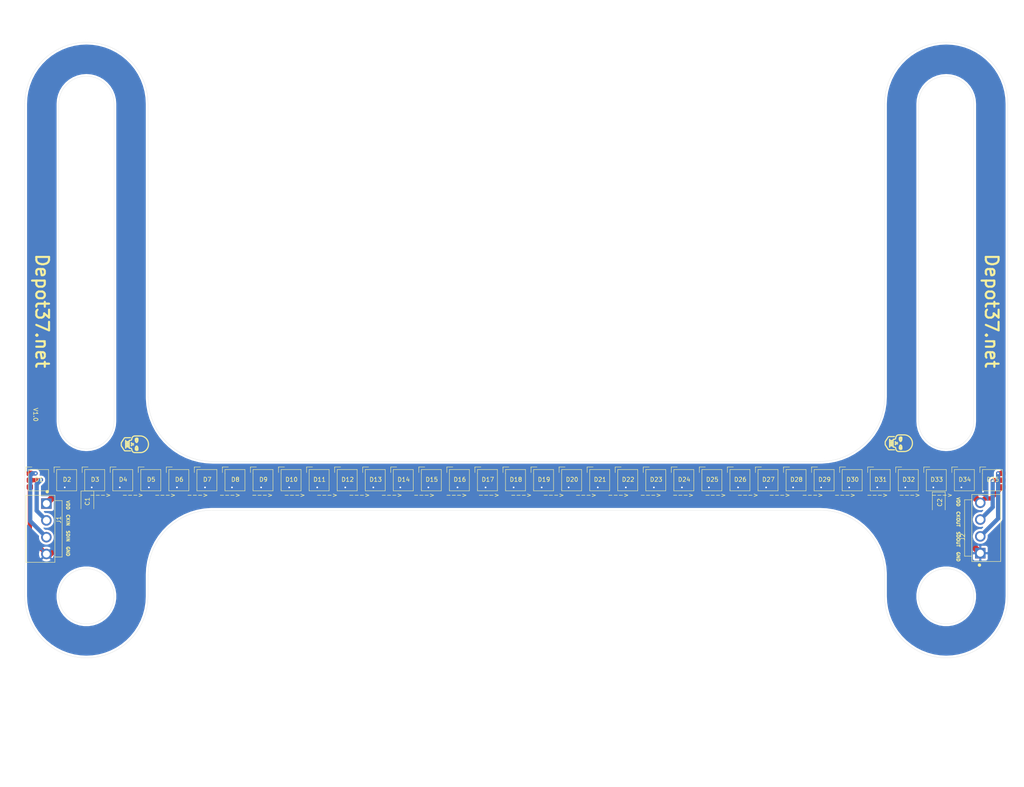
<source format=kicad_pcb>
(kicad_pcb (version 20171130) (host pcbnew "(5.1.12)-1")

  (general
    (thickness 1.6)
    (drawings 63)
    (tracks 306)
    (zones 0)
    (modules 41)
    (nets 75)
  )

  (page USLetter)
  (title_block
    (title "Bike Light LED Strip")
    (date 2021-11-28)
    (rev 1)
    (company Depot37.net)
    (comment 1 "Alexander de Dood")
  )

  (layers
    (0 F.Cu signal)
    (31 B.Cu signal)
    (32 B.Adhes user)
    (33 F.Adhes user)
    (34 B.Paste user)
    (35 F.Paste user)
    (36 B.SilkS user)
    (37 F.SilkS user)
    (38 B.Mask user)
    (39 F.Mask user)
    (40 Dwgs.User user hide)
    (41 Cmts.User user)
    (42 Eco1.User user)
    (43 Eco2.User user)
    (44 Edge.Cuts user)
    (45 Margin user)
    (46 B.CrtYd user hide)
    (47 F.CrtYd user hide)
    (48 B.Fab user hide)
    (49 F.Fab user hide)
  )

  (setup
    (last_trace_width 0.2)
    (user_trace_width 0.2)
    (user_trace_width 0.5)
    (user_trace_width 1)
    (user_trace_width 1.5)
    (user_trace_width 2)
    (trace_clearance 0.2)
    (zone_clearance 0.508)
    (zone_45_only no)
    (trace_min 0.2)
    (via_size 0.8)
    (via_drill 0.4)
    (via_min_size 0.4)
    (via_min_drill 0.3)
    (user_via 1 0.8)
    (user_via 1.5 0.8)
    (uvia_size 0.3)
    (uvia_drill 0.1)
    (uvias_allowed no)
    (uvia_min_size 0.2)
    (uvia_min_drill 0.1)
    (edge_width 0.05)
    (segment_width 0.2)
    (pcb_text_width 0.3)
    (pcb_text_size 1.5 1.5)
    (mod_edge_width 0.12)
    (mod_text_size 1 1)
    (mod_text_width 0.15)
    (pad_size 1.524 1.524)
    (pad_drill 0.762)
    (pad_to_mask_clearance 0)
    (aux_axis_origin 18.796 128.524)
    (grid_origin 18.796 128.524)
    (visible_elements 7FFFF7FF)
    (pcbplotparams
      (layerselection 0x010fc_ffffffff)
      (usegerberextensions true)
      (usegerberattributes true)
      (usegerberadvancedattributes true)
      (creategerberjobfile false)
      (excludeedgelayer true)
      (linewidth 0.100000)
      (plotframeref false)
      (viasonmask false)
      (mode 1)
      (useauxorigin false)
      (hpglpennumber 1)
      (hpglpenspeed 20)
      (hpglpendiameter 15.000000)
      (psnegative false)
      (psa4output false)
      (plotreference true)
      (plotvalue true)
      (plotinvisibletext false)
      (padsonsilk false)
      (subtractmaskfromsilk false)
      (outputformat 1)
      (mirror false)
      (drillshape 0)
      (scaleselection 1)
      (outputdirectory "../LEDStrips/gbr/"))
  )

  (net 0 "")
  (net 1 /GND)
  (net 2 /VDD)
  (net 3 /SDOUT)
  (net 4 /CKOUT)
  (net 5 "Net-(D10-Pad2)")
  (net 6 /SDIN)
  (net 7 /CKIN)
  (net 8 "Net-(D10-Pad5)")
  (net 9 "Net-(D1-Pad5)")
  (net 10 "Net-(D1-Pad6)")
  (net 11 "Net-(D2-Pad5)")
  (net 12 "Net-(D2-Pad6)")
  (net 13 "Net-(D3-Pad5)")
  (net 14 "Net-(D3-Pad6)")
  (net 15 "Net-(D4-Pad5)")
  (net 16 "Net-(D4-Pad6)")
  (net 17 "Net-(D5-Pad5)")
  (net 18 "Net-(D5-Pad6)")
  (net 19 "Net-(D6-Pad5)")
  (net 20 "Net-(D6-Pad6)")
  (net 21 "Net-(D7-Pad5)")
  (net 22 "Net-(D7-Pad6)")
  (net 23 "Net-(D8-Pad5)")
  (net 24 "Net-(D8-Pad6)")
  (net 25 "Net-(D10-Pad1)")
  (net 26 "Net-(D10-Pad6)")
  (net 27 "Net-(D11-Pad5)")
  (net 28 "Net-(D11-Pad6)")
  (net 29 "Net-(D12-Pad5)")
  (net 30 "Net-(D12-Pad6)")
  (net 31 "Net-(D13-Pad5)")
  (net 32 "Net-(D13-Pad6)")
  (net 33 "Net-(D14-Pad5)")
  (net 34 "Net-(D14-Pad6)")
  (net 35 "Net-(D15-Pad5)")
  (net 36 "Net-(D15-Pad6)")
  (net 37 "Net-(D16-Pad5)")
  (net 38 "Net-(D16-Pad6)")
  (net 39 "Net-(D17-Pad5)")
  (net 40 "Net-(D17-Pad6)")
  (net 41 "Net-(D18-Pad5)")
  (net 42 "Net-(D18-Pad6)")
  (net 43 "Net-(D19-Pad5)")
  (net 44 "Net-(D19-Pad6)")
  (net 45 "Net-(D20-Pad5)")
  (net 46 "Net-(D20-Pad6)")
  (net 47 "Net-(D21-Pad5)")
  (net 48 "Net-(D21-Pad6)")
  (net 49 "Net-(D22-Pad5)")
  (net 50 "Net-(D22-Pad6)")
  (net 51 "Net-(D23-Pad5)")
  (net 52 "Net-(D23-Pad6)")
  (net 53 "Net-(D24-Pad5)")
  (net 54 "Net-(D24-Pad6)")
  (net 55 "Net-(D25-Pad5)")
  (net 56 "Net-(D25-Pad6)")
  (net 57 "Net-(D26-Pad5)")
  (net 58 "Net-(D26-Pad6)")
  (net 59 "Net-(D27-Pad5)")
  (net 60 "Net-(D27-Pad6)")
  (net 61 "Net-(D28-Pad5)")
  (net 62 "Net-(D28-Pad6)")
  (net 63 "Net-(D29-Pad5)")
  (net 64 "Net-(D29-Pad6)")
  (net 65 "Net-(D30-Pad5)")
  (net 66 "Net-(D30-Pad6)")
  (net 67 "Net-(D31-Pad5)")
  (net 68 "Net-(D31-Pad6)")
  (net 69 "Net-(D32-Pad5)")
  (net 70 "Net-(D32-Pad6)")
  (net 71 "Net-(D33-Pad5)")
  (net 72 "Net-(D33-Pad6)")
  (net 73 "Net-(D34-Pad5)")
  (net 74 "Net-(D34-Pad6)")

  (net_class Default "This is the default net class."
    (clearance 0.2)
    (trace_width 0.25)
    (via_dia 0.8)
    (via_drill 0.4)
    (uvia_dia 0.3)
    (uvia_drill 0.1)
    (add_net /CKIN)
    (add_net /CKOUT)
    (add_net /GND)
    (add_net /SDIN)
    (add_net /SDOUT)
    (add_net /VDD)
    (add_net "Net-(D1-Pad5)")
    (add_net "Net-(D1-Pad6)")
    (add_net "Net-(D10-Pad1)")
    (add_net "Net-(D10-Pad2)")
    (add_net "Net-(D10-Pad5)")
    (add_net "Net-(D10-Pad6)")
    (add_net "Net-(D11-Pad5)")
    (add_net "Net-(D11-Pad6)")
    (add_net "Net-(D12-Pad5)")
    (add_net "Net-(D12-Pad6)")
    (add_net "Net-(D13-Pad5)")
    (add_net "Net-(D13-Pad6)")
    (add_net "Net-(D14-Pad5)")
    (add_net "Net-(D14-Pad6)")
    (add_net "Net-(D15-Pad5)")
    (add_net "Net-(D15-Pad6)")
    (add_net "Net-(D16-Pad5)")
    (add_net "Net-(D16-Pad6)")
    (add_net "Net-(D17-Pad5)")
    (add_net "Net-(D17-Pad6)")
    (add_net "Net-(D18-Pad5)")
    (add_net "Net-(D18-Pad6)")
    (add_net "Net-(D19-Pad5)")
    (add_net "Net-(D19-Pad6)")
    (add_net "Net-(D2-Pad5)")
    (add_net "Net-(D2-Pad6)")
    (add_net "Net-(D20-Pad5)")
    (add_net "Net-(D20-Pad6)")
    (add_net "Net-(D21-Pad5)")
    (add_net "Net-(D21-Pad6)")
    (add_net "Net-(D22-Pad5)")
    (add_net "Net-(D22-Pad6)")
    (add_net "Net-(D23-Pad5)")
    (add_net "Net-(D23-Pad6)")
    (add_net "Net-(D24-Pad5)")
    (add_net "Net-(D24-Pad6)")
    (add_net "Net-(D25-Pad5)")
    (add_net "Net-(D25-Pad6)")
    (add_net "Net-(D26-Pad5)")
    (add_net "Net-(D26-Pad6)")
    (add_net "Net-(D27-Pad5)")
    (add_net "Net-(D27-Pad6)")
    (add_net "Net-(D28-Pad5)")
    (add_net "Net-(D28-Pad6)")
    (add_net "Net-(D29-Pad5)")
    (add_net "Net-(D29-Pad6)")
    (add_net "Net-(D3-Pad5)")
    (add_net "Net-(D3-Pad6)")
    (add_net "Net-(D30-Pad5)")
    (add_net "Net-(D30-Pad6)")
    (add_net "Net-(D31-Pad5)")
    (add_net "Net-(D31-Pad6)")
    (add_net "Net-(D32-Pad5)")
    (add_net "Net-(D32-Pad6)")
    (add_net "Net-(D33-Pad5)")
    (add_net "Net-(D33-Pad6)")
    (add_net "Net-(D34-Pad5)")
    (add_net "Net-(D34-Pad6)")
    (add_net "Net-(D4-Pad5)")
    (add_net "Net-(D4-Pad6)")
    (add_net "Net-(D5-Pad5)")
    (add_net "Net-(D5-Pad6)")
    (add_net "Net-(D6-Pad5)")
    (add_net "Net-(D6-Pad6)")
    (add_net "Net-(D7-Pad5)")
    (add_net "Net-(D7-Pad6)")
    (add_net "Net-(D8-Pad5)")
    (add_net "Net-(D8-Pad6)")
  )

  (module lib:SkullSmall (layer F.Cu) (tedit 0) (tstamp 61A762D1)
    (at 233.934 121.158 270)
    (fp_text reference G*** (at 0 0 90) (layer F.SilkS) hide
      (effects (font (size 1.524 1.524) (thickness 0.3)))
    )
    (fp_text value LOGO (at 0.75 0 90) (layer F.SilkS) hide
      (effects (font (size 1.524 1.524) (thickness 0.3)))
    )
    (fp_poly (pts (xy 1.593128 0.908276) (xy 1.61999 0.916287) (xy 1.642959 0.933557) (xy 1.647851 0.938332)
      (xy 1.679864 0.970347) (xy 1.679864 2.384136) (xy 1.649587 2.447636) (xy 1.625394 2.491395)
      (xy 1.596592 2.533937) (xy 1.580314 2.553864) (xy 1.561754 2.569939) (xy 1.526001 2.596971)
      (xy 1.475276 2.633484) (xy 1.411802 2.678002) (xy 1.337802 2.72905) (xy 1.255496 2.785153)
      (xy 1.167108 2.844835) (xy 1.074859 2.906619) (xy 0.980971 2.969032) (xy 0.887667 3.030597)
      (xy 0.797169 3.089838) (xy 0.711699 3.14528) (xy 0.633479 3.195448) (xy 0.564731 3.238865)
      (xy 0.507677 3.274057) (xy 0.46454 3.299548) (xy 0.437541 3.313861) (xy 0.432955 3.315744)
      (xy 0.414315 3.321398) (xy 0.392539 3.325904) (xy 0.364933 3.329388) (xy 0.328799 3.331975)
      (xy 0.281442 3.333791) (xy 0.220166 3.33496) (xy 0.142274 3.335609) (xy 0.045071 3.335863)
      (xy 0 3.335882) (xy -0.105716 3.335752) (xy -0.191038 3.335276) (xy -0.258662 3.334331)
      (xy -0.311284 3.332789) (xy -0.3516 3.330527) (xy -0.382307 3.327418) (xy -0.406099 3.323338)
      (xy -0.425674 3.31816) (xy -0.432955 3.315744) (xy -0.454726 3.305038) (xy -0.493297 3.282716)
      (xy -0.546445 3.250254) (xy -0.611948 3.209128) (xy -0.687584 3.160814) (xy -0.771131 3.106786)
      (xy -0.860366 3.04852) (xy -0.953068 2.987492) (xy -1.047014 2.925177) (xy -1.139983 2.863052)
      (xy -1.229751 2.802591) (xy -1.314097 2.74527) (xy -1.3908 2.692565) (xy -1.457635 2.645951)
      (xy -1.512383 2.606903) (xy -1.55282 2.576898) (xy -1.576724 2.557411) (xy -1.580314 2.553864)
      (xy -1.607908 2.518208) (xy -1.635881 2.47369) (xy -1.649587 2.447636) (xy -1.679864 2.384136)
      (xy -1.679864 0.970347) (xy -1.647851 0.938332) (xy -1.624527 0.918859) (xy -1.599186 0.909276)
      (xy -1.562318 0.906378) (xy -1.552864 0.906318) (xy -1.512594 0.908277) (xy -1.485727 0.916291)
      (xy -1.462751 0.933564) (xy -1.457876 0.938322) (xy -1.425864 0.970326) (xy -1.420091 1.648367)
      (xy -1.418661 1.801315) (xy -1.417144 1.932469) (xy -1.415503 2.043126) (xy -1.4137 2.134584)
      (xy -1.4117 2.20814) (xy -1.409465 2.26509) (xy -1.406958 2.306732) (xy -1.404142 2.334362)
      (xy -1.40098 2.349279) (xy -1.400083 2.351261) (xy -1.391367 2.36403) (xy -1.378315 2.378304)
      (xy -1.359263 2.395225) (xy -1.332549 2.415931) (xy -1.296512 2.441563) (xy -1.249489 2.473261)
      (xy -1.189818 2.512166) (xy -1.115836 2.559417) (xy -1.025882 2.616155) (xy -0.918294 2.683519)
      (xy -0.889276 2.701636) (xy -0.74165 2.794127) (xy -0.613859 2.874958) (xy -0.505833 2.944173)
      (xy -0.491074 2.953721) (xy -0.43787 2.988228) (xy -0.394779 3.015184) (xy -0.357892 3.035521)
      (xy -0.3233 3.050167) (xy -0.287095 3.060054) (xy -0.245369 3.066111) (xy -0.194211 3.069269)
      (xy -0.129715 3.070458) (xy -0.047971 3.070608) (xy 0 3.070584) (xy 0.091712 3.070604)
      (xy 0.164245 3.070045) (xy 0.221506 3.067977) (xy 0.267405 3.063469) (xy 0.305851 3.055591)
      (xy 0.340751 3.043413) (xy 0.376015 3.026005) (xy 0.415552 3.002437) (xy 0.463269 2.971778)
      (xy 0.491074 2.953721) (xy 0.552179 2.914367) (xy 0.622169 2.869652) (xy 0.690324 2.826414)
      (xy 0.724581 2.804836) (xy 0.775922 2.772614) (xy 0.824834 2.741914) (xy 0.865341 2.716488)
      (xy 0.889 2.701636) (xy 0.917407 2.683803) (xy 0.959393 2.657448) (xy 1.008981 2.626323)
      (xy 1.053418 2.598431) (xy 1.144813 2.540704) (xy 1.21835 2.493355) (xy 1.27603 2.454977)
      (xy 1.319854 2.424164) (xy 1.351821 2.399508) (xy 1.373932 2.379604) (xy 1.388186 2.363044)
      (xy 1.388283 2.362909) (xy 1.414318 2.326409) (xy 1.420091 1.648367) (xy 1.425864 0.970326)
      (xy 1.457876 0.938322) (xy 1.481205 0.918853) (xy 1.506557 0.909273) (xy 1.543443 0.906377)
      (xy 1.552864 0.906318) (xy 1.593128 0.908276)) (layer F.SilkS) (width 0.01))
    (fp_poly (pts (xy 0.281396 -3.318077) (xy 0.489607 -3.279632) (xy 0.693603 -3.220152) (xy 0.891463 -3.139531)
      (xy 0.936312 -3.117782) (xy 1.10626 -3.023264) (xy 1.263543 -2.915431) (xy 1.41086 -2.791975)
      (xy 1.550909 -2.650585) (xy 1.686388 -2.488952) (xy 1.715563 -2.450826) (xy 1.744561 -2.408687)
      (xy 1.779706 -2.352109) (xy 1.817303 -2.287544) (xy 1.853658 -2.221444) (xy 1.885077 -2.160258)
      (xy 1.899831 -2.129016) (xy 1.919981 -2.084453) (xy 1.93758 -2.045746) (xy 1.94965 -2.019442)
      (xy 1.951872 -2.014682) (xy 1.967331 -1.975914) (xy 1.985955 -1.919812) (xy 2.006245 -1.851657)
      (xy 2.0267 -1.776732) (xy 2.045821 -1.700316) (xy 2.062107 -1.627691) (xy 2.062993 -1.623415)
      (xy 2.094193 -1.472045) (xy 2.098626 -0.72882) (xy 2.099501 -0.546207) (xy 2.099808 -0.386322)
      (xy 2.099542 -0.248809) (xy 2.098701 -0.13331) (xy 2.097281 -0.039469) (xy 2.095278 0.03307)
      (xy 2.092689 0.084663) (xy 2.090239 0.110753) (xy 2.060633 0.247975) (xy 2.010044 0.37668)
      (xy 1.93957 0.495115) (xy 1.850307 0.601523) (xy 1.743351 0.694151) (xy 1.711727 0.716472)
      (xy 1.631909 0.761692) (xy 1.538603 0.800603) (xy 1.439777 0.830694) (xy 1.343397 0.849454)
      (xy 1.273373 0.854617) (xy 1.207647 0.863898) (xy 1.148693 0.889127) (xy 1.103005 0.927302)
      (xy 1.095676 0.936723) (xy 1.084996 0.953259) (xy 1.07724 0.971008) (xy 1.071757 0.994167)
      (xy 1.067896 1.026929) (xy 1.065004 1.073492) (xy 1.062432 1.13805) (xy 1.061862 1.154545)
      (xy 1.059012 1.225999) (xy 1.055727 1.278285) (xy 1.051493 1.315327) (xy 1.045797 1.341048)
      (xy 1.038127 1.35937) (xy 1.034247 1.365723) (xy 1.00098 1.400292) (xy 0.951887 1.432399)
      (xy 0.894157 1.457753) (xy 0.865909 1.466162) (xy 0.826975 1.479105) (xy 0.792889 1.495685)
      (xy 0.785091 1.5009) (xy 0.756227 1.522681) (xy 0.756227 1.761042) (xy 0.756293 1.840929)
      (xy 0.756715 1.900933) (xy 0.757829 1.944264) (xy 0.75997 1.974131) (xy 0.763475 1.993742)
      (xy 0.768679 2.006306) (xy 0.775918 2.015033) (xy 0.783484 2.021475) (xy 0.806281 2.034507)
      (xy 0.838201 2.041401) (xy 0.885891 2.043538) (xy 0.889736 2.043545) (xy 0.953391 2.047104)
      (xy 0.998771 2.058755) (xy 1.029717 2.079961) (xy 1.045729 2.102947) (xy 1.061756 2.155345)
      (xy 1.0584 2.207437) (xy 1.037047 2.253445) (xy 1.001856 2.285951) (xy 0.994602 2.290065)
      (xy 0.986211 2.293658) (xy 0.975162 2.296766) (xy 0.959933 2.299423) (xy 0.939002 2.301666)
      (xy 0.910847 2.303528) (xy 0.873946 2.305047) (xy 0.826777 2.306256) (xy 0.767818 2.307191)
      (xy 0.695547 2.307888) (xy 0.608443 2.308381) (xy 0.504982 2.308706) (xy 0.383644 2.308899)
      (xy 0.242906 2.308994) (xy 0.081247 2.309026) (xy 0.005773 2.30903) (xy -0.165993 2.309009)
      (xy -0.316185 2.308915) (xy -0.446321 2.308719) (xy -0.557918 2.308389) (xy -0.652495 2.307895)
      (xy -0.731568 2.307206) (xy -0.796656 2.306291) (xy -0.849274 2.305121) (xy -0.890942 2.303664)
      (xy -0.923176 2.301889) (xy -0.947494 2.299766) (xy -0.965413 2.297264) (xy -0.978451 2.294354)
      (xy -0.988126 2.291003) (xy -0.992749 2.288868) (xy -1.033014 2.256895) (xy -1.056756 2.212686)
      (xy -1.062461 2.161557) (xy -1.048615 2.108819) (xy -1.04573 2.102947) (xy -1.022023 2.072795)
      (xy -0.985969 2.053915) (xy -0.933895 2.044863) (xy -0.894873 2.043545) (xy -0.850357 2.04195)
      (xy -0.820577 2.035728) (xy -0.797313 2.022721) (xy -0.788621 2.015681) (xy -0.756227 1.987817)
      (xy -0.756227 1.910773) (xy -0.479136 1.910773) (xy -0.47764 1.956093) (xy -0.468037 1.996713)
      (xy -0.445562 2.023121) (xy -0.415075 2.032812) (xy -0.381435 2.023282) (xy -0.367477 2.012892)
      (xy -0.350586 1.982979) (xy -0.346364 1.948816) (xy -0.346364 1.905) (xy -0.069273 1.905)
      (xy -0.069273 1.945409) (xy -0.060906 1.984871) (xy -0.039143 2.015544) (xy -0.008989 2.031172)
      (xy 0 2.032) (xy 0.025134 2.024164) (xy 0.046182 2.008909) (xy 0.064924 1.975611)
      (xy 0.069273 1.945409) (xy 0.069273 1.905) (xy 0.346364 1.905) (xy 0.346364 1.947386)
      (xy 0.354417 1.991598) (xy 0.376267 2.020354) (xy 0.408446 2.031246) (xy 0.447488 2.021868)
      (xy 0.451032 2.020048) (xy 0.46613 2.005222) (xy 0.472619 1.977933) (xy 0.473364 1.956548)
      (xy 0.473364 1.905) (xy 0.346364 1.905) (xy 0.069273 1.905) (xy -0.069273 1.905)
      (xy -0.346364 1.905) (xy -0.346364 1.903848) (xy -0.41275 1.90731) (xy -0.479136 1.910773)
      (xy -0.756227 1.910773) (xy -0.756227 1.583856) (xy -0.484309 1.583856) (xy -0.475858 1.604158)
      (xy -0.450919 1.613973) (xy -0.410226 1.616364) (xy -0.346364 1.616364) (xy -0.072276 1.616364)
      (xy 0.072276 1.616364) (xy 0.067164 1.571006) (xy 0.346364 1.571006) (xy 0.346364 1.616364)
      (xy 0.408628 1.616364) (xy 0.448819 1.614244) (xy 0.470791 1.607086) (xy 0.477891 1.598128)
      (xy 0.48029 1.569801) (xy 0.473442 1.534561) (xy 0.459953 1.505306) (xy 0.458812 1.503795)
      (xy 0.436758 1.491847) (xy 0.405289 1.490618) (xy 0.375214 1.499683) (xy 0.364506 1.507506)
      (xy 0.352088 1.531645) (xy 0.346429 1.566866) (xy 0.346364 1.571006) (xy 0.067164 1.571006)
      (xy 0.066259 1.562981) (xy 0.057604 1.521658) (xy 0.040808 1.498794) (xy 0.012048 1.490163)
      (xy 0 1.489717) (xy -0.033283 1.494765) (xy -0.053409 1.512727) (xy -0.064198 1.547826)
      (xy -0.066259 1.562981) (xy -0.072276 1.616364) (xy -0.346364 1.616364) (xy -0.346364 1.571006)
      (xy -0.353977 1.526353) (xy -0.376547 1.498981) (xy -0.413668 1.489372) (xy -0.415047 1.489364)
      (xy -0.447152 1.495771) (xy -0.467908 1.517675) (xy -0.479453 1.550016) (xy -0.484309 1.583856)
      (xy -0.756227 1.583856) (xy -0.756227 1.522681) (xy -0.785091 1.5009) (xy -0.814686 1.484387)
      (xy -0.853523 1.469623) (xy -0.865909 1.466162) (xy -0.925218 1.445495) (xy -0.979293 1.416047)
      (xy -1.020941 1.382108) (xy -1.034247 1.365723) (xy -1.042886 1.349318) (xy -1.049338 1.327141)
      (xy -1.054116 1.295269) (xy -1.057732 1.24978) (xy -1.060701 1.186749) (xy -1.061862 1.154545)
      (xy -1.064451 1.085607) (xy -1.06722 1.035559) (xy -1.07082 1.000205) (xy -1.075903 0.975351)
      (xy -1.083119 0.9568) (xy -1.093121 0.940357) (xy -1.095676 0.936723) (xy -1.137738 0.8962)
      (xy -1.194435 0.867992) (xy -1.259273 0.855098) (xy -1.273373 0.854617) (xy -1.335419 0.849825)
      (xy -1.409163 0.837277) (xy -1.485382 0.818982) (xy -1.554849 0.79695) (xy -1.575931 0.788699)
      (xy -1.695465 0.726619) (xy -1.803081 0.646219) (xy -1.896865 0.549992) (xy -1.974901 0.440433)
      (xy -2.035273 0.320032) (xy -2.076068 0.191284) (xy -2.089056 0.120801) (xy -2.091612 0.090226)
      (xy -2.093866 0.039163) (xy -2.095816 -0.029788) (xy -2.097461 -0.114027) (xy -2.0988 -0.210953)
      (xy -2.099831 -0.317965) (xy -2.100554 -0.432464) (xy -2.100966 -0.551848) (xy -2.101068 -0.673518)
      (xy -2.100857 -0.794872) (xy -2.100332 -0.913311) (xy -2.100143 -0.9388) (xy -1.822663 -0.9388)
      (xy -1.822558 -0.782443) (xy -1.821965 -0.611909) (xy -1.818409 0.144318) (xy -1.785317 0.219364)
      (xy -1.729683 0.319215) (xy -1.65731 0.407359) (xy -1.571476 0.480788) (xy -1.475462 0.536495)
      (xy -1.413343 0.560473) (xy -1.376946 0.569274) (xy -1.325739 0.578242) (xy -1.267953 0.586038)
      (xy -1.235364 0.589432) (xy -1.140141 0.603136) (xy -1.061725 0.626516) (xy -0.99505 0.661839)
      (xy -0.935051 0.711376) (xy -0.91381 0.733453) (xy -0.869588 0.78811) (xy -0.837691 0.844059)
      (xy -0.816168 0.906794) (xy -0.803064 0.98181) (xy -0.796956 1.062104) (xy -0.790864 1.194799)
      (xy -0.756227 1.201291) (xy -0.735618 1.202998) (xy -0.69508 1.204429) (xy -0.636947 1.205593)
      (xy -0.563554 1.2065) (xy -0.477237 1.207159) (xy -0.380329 1.20758) (xy -0.275167 1.207772)
      (xy -0.164085 1.207745) (xy -0.049418 1.207509) (xy 0.066499 1.207073) (xy 0.181332 1.206448)
      (xy 0.292745 1.205641) (xy 0.398403 1.204664) (xy 0.495972 1.203526) (xy 0.583117 1.202236)
      (xy 0.657502 1.200804) (xy 0.716794 1.199239) (xy 0.758656 1.197552) (xy 0.780754 1.195751)
      (xy 0.783589 1.194955) (xy 0.788512 1.17929) (xy 0.793201 1.145779) (xy 0.797064 1.099662)
      (xy 0.799192 1.056409) (xy 0.805832 0.96637) (xy 0.820131 0.893079) (xy 0.844089 0.830897)
      (xy 0.879709 0.774186) (xy 0.91381 0.733453) (xy 0.973783 0.67714) (xy 1.03853 0.636408)
      (xy 1.113121 0.608985) (xy 1.202631 0.592601) (xy 1.23601 0.589255) (xy 1.358237 0.571677)
      (xy 1.462031 0.541119) (xy 1.533826 0.506007) (xy 1.627792 0.435782) (xy 1.707857 0.348208)
      (xy 1.771746 0.245885) (xy 1.784446 0.219364) (xy 1.818409 0.144318) (xy 1.818409 -0.675409)
      (xy 1.818275 -0.852052) (xy 1.817862 -1.006548) (xy 1.817156 -1.139842) (xy 1.816143 -1.252876)
      (xy 1.814808 -1.346594) (xy 1.813137 -1.421939) (xy 1.811114 -1.479855) (xy 1.808725 -1.521286)
      (xy 1.805956 -1.547173) (xy 1.804865 -1.552864) (xy 1.785266 -1.634884) (xy 1.768709 -1.700156)
      (xy 1.753553 -1.754542) (xy 1.738156 -1.803906) (xy 1.720877 -1.854109) (xy 1.719254 -1.858642)
      (xy 1.640594 -2.044465) (xy 1.542796 -2.218601) (xy 1.427275 -2.37989) (xy 1.295444 -2.527173)
      (xy 1.148717 -2.659291) (xy 0.988508 -2.775085) (xy 0.816231 -2.873394) (xy 0.6333 -2.95306)
      (xy 0.441128 -3.012922) (xy 0.269203 -3.047734) (xy 0.115559 -3.065572) (xy -0.029892 -3.069618)
      (xy -0.177477 -3.059872) (xy -0.269203 -3.047734) (xy -0.335754 -3.035931) (xy -0.40902 -3.020308)
      (xy -0.48348 -3.002303) (xy -0.553615 -2.983355) (xy -0.613904 -2.9649) (xy -0.658828 -2.948377)
      (xy -0.669636 -2.943446) (xy -0.686232 -2.935313) (xy -0.718999 -2.919316) (xy -0.763346 -2.897696)
      (xy -0.814681 -2.872692) (xy -0.819727 -2.870235) (xy -0.986983 -2.776306) (xy -1.143257 -2.663601)
      (xy -1.28709 -2.534172) (xy -1.417024 -2.390068) (xy -1.5316 -2.233338) (xy -1.629359 -2.066033)
      (xy -1.708842 -1.890202) (xy -1.768591 -1.707895) (xy -1.807148 -1.521161) (xy -1.813288 -1.474166)
      (xy -1.815996 -1.437396) (xy -1.818258 -1.378441) (xy -1.820064 -1.298202) (xy -1.821407 -1.197582)
      (xy -1.822276 -1.07748) (xy -1.822663 -0.9388) (xy -2.100143 -0.9388) (xy -2.099492 -1.026234)
      (xy -2.098336 -1.13104) (xy -2.096862 -1.225128) (xy -2.09507 -1.3059) (xy -2.092957 -1.370753)
      (xy -2.090524 -1.417088) (xy -2.089799 -1.426232) (xy -2.059827 -1.639682) (xy -2.008042 -1.846919)
      (xy -1.933968 -2.049643) (xy -1.886782 -2.153227) (xy -1.779718 -2.348504) (xy -1.656244 -2.52761)
      (xy -1.515861 -2.691113) (xy -1.358067 -2.839578) (xy -1.182364 -2.973573) (xy -1.132584 -3.006827)
      (xy -0.948705 -3.112751) (xy -0.755582 -3.19836) (xy -0.555139 -3.263551) (xy -0.349296 -3.308222)
      (xy -0.139978 -3.332268) (xy 0.070893 -3.335588) (xy 0.281396 -3.318077)) (layer F.SilkS) (width 0.01))
    (fp_poly (pts (xy -0.113545 0.181559) (xy -0.071676 0.198561) (xy -0.040869 0.229357) (xy -0.035458 0.239489)
      (xy -0.031383 0.260524) (xy -0.028061 0.303216) (xy -0.025544 0.36614) (xy -0.023883 0.447873)
      (xy -0.023132 0.546991) (xy -0.023091 0.578704) (xy -0.023091 0.890776) (xy -0.056839 0.924524)
      (xy -0.090587 0.958273) (xy -0.258241 0.958273) (xy -0.324129 0.958069) (xy -0.371125 0.957081)
      (xy -0.40343 0.954739) (xy -0.42524 0.950475) (xy -0.440756 0.943723) (xy -0.454176 0.933914)
      (xy -0.457176 0.931365) (xy -0.477329 0.908945) (xy -0.488405 0.880339) (xy -0.493591 0.841888)
      (xy -0.491883 0.788385) (xy -0.474922 0.748751) (xy -0.440117 0.719411) (xy -0.389513 0.698246)
      (xy -0.354067 0.686112) (xy -0.328222 0.673337) (xy -0.310489 0.656289) (xy -0.29938 0.631334)
      (xy -0.293406 0.59484) (xy -0.291079 0.543175) (xy -0.290909 0.472706) (xy -0.290993 0.457814)
      (xy -0.290723 0.379819) (xy -0.288706 0.32187) (xy -0.284726 0.280972) (xy -0.278567 0.254131)
      (xy -0.275897 0.247585) (xy -0.247654 0.211363) (xy -0.207322 0.188154) (xy -0.16069 0.178155)
      (xy -0.113545 0.181559)) (layer F.SilkS) (width 0.01))
    (fp_poly (pts (xy 0.201898 0.185369) (xy 0.21935 0.192849) (xy 0.245402 0.208653) (xy 0.264552 0.227792)
      (xy 0.277752 0.253793) (xy 0.285951 0.290184) (xy 0.290104 0.340492) (xy 0.291159 0.408243)
      (xy 0.290721 0.45743) (xy 0.290108 0.531653) (xy 0.291653 0.586442) (xy 0.296853 0.625444)
      (xy 0.307204 0.652305) (xy 0.3242 0.670672) (xy 0.34934 0.684193) (xy 0.384118 0.696515)
      (xy 0.389513 0.698246) (xy 0.44322 0.721224) (xy 0.476678 0.751174) (xy 0.492475 0.791672)
      (xy 0.493591 0.841888) (xy 0.487622 0.883654) (xy 0.475818 0.911266) (xy 0.457176 0.931365)
      (xy 0.443659 0.941902) (xy 0.428944 0.94926) (xy 0.408832 0.954008) (xy 0.379124 0.956713)
      (xy 0.335622 0.957943) (xy 0.274127 0.958267) (xy 0.258241 0.958273) (xy 0.090587 0.958273)
      (xy 0.056839 0.924524) (xy 0.023091 0.890776) (xy 0.023091 0.578704) (xy 0.02357 0.474822)
      (xy 0.024973 0.387913) (xy 0.027248 0.319402) (xy 0.030342 0.270711) (xy 0.034205 0.243264)
      (xy 0.035458 0.239489) (xy 0.062588 0.205654) (xy 0.103672 0.184265) (xy 0.152259 0.176958)
      (xy 0.201898 0.185369)) (layer F.SilkS) (width 0.01))
    (fp_poly (pts (xy -1.06501 -0.853511) (xy -0.988658 -0.851253) (xy -0.918038 -0.847597) (xy -0.857944 -0.842589)
      (xy -0.818353 -0.837236) (xy -0.696614 -0.808779) (xy -0.586048 -0.769129) (xy -0.489016 -0.719679)
      (xy -0.407879 -0.661818) (xy -0.344999 -0.596937) (xy -0.307118 -0.53615) (xy -0.282436 -0.460633)
      (xy -0.279442 -0.386797) (xy -0.296739 -0.315676) (xy -0.332931 -0.248306) (xy -0.386625 -0.185724)
      (xy -0.456423 -0.128963) (xy -0.540932 -0.079061) (xy -0.638755 -0.037053) (xy -0.748498 -0.003974)
      (xy -0.868764 0.01914) (xy -0.99816 0.031253) (xy -1.073727 0.032847) (xy -1.129558 0.031642)
      (xy -1.181438 0.02883) (xy -1.222042 0.024889) (xy -1.238202 0.022121) (xy -1.329475 -0.010882)
      (xy -1.411826 -0.063252) (xy -1.481714 -0.1319) (xy -1.535599 -0.213739) (xy -1.553095 -0.252542)
      (xy -1.565714 -0.286186) (xy -1.574166 -0.314887) (xy -1.579099 -0.344383) (xy -1.581165 -0.380409)
      (xy -1.581059 -0.414152) (xy -0.889 -0.414152) (xy -0.879899 -0.377678) (xy -0.85665 -0.354376)
      (xy -0.825335 -0.34704) (xy -0.792034 -0.358467) (xy -0.783114 -0.365471) (xy -0.766657 -0.392658)
      (xy -0.76272 -0.426237) (xy -0.772155 -0.455133) (xy -0.775855 -0.459509) (xy -0.796705 -0.469446)
      (xy -0.8255 -0.473364) (xy -0.863327 -0.466333) (xy -0.883938 -0.444349) (xy -0.889 -0.414152)
      (xy -1.581059 -0.414152) (xy -1.581012 -0.428703) (xy -1.579552 -0.486136) (xy -1.57745 -0.549357)
      (xy -1.574831 -0.594611) (xy -1.570743 -0.627019) (xy -1.564233 -0.651702) (xy -1.554349 -0.673778)
      (xy -1.54014 -0.698369) (xy -1.540061 -0.6985) (xy -1.496887 -0.754893) (xy -1.443472 -0.802159)
      (xy -1.386555 -0.834768) (xy -1.364958 -0.842292) (xy -1.331856 -0.847685) (xy -1.280515 -0.851459)
      (xy -1.215732 -0.853658) (xy -1.142299 -0.854328) (xy -1.06501 -0.853511)) (layer F.SilkS) (width 0.01))
    (fp_poly (pts (xy 1.215027 -0.853097) (xy 1.279148 -0.851067) (xy 1.330111 -0.847635) (xy 1.363169 -0.842762)
      (xy 1.364958 -0.842292) (xy 1.430575 -0.812473) (xy 1.488925 -0.762808) (xy 1.536771 -0.69619)
      (xy 1.544205 -0.682255) (xy 1.559962 -0.650154) (xy 1.570549 -0.623532) (xy 1.576994 -0.596474)
      (xy 1.58032 -0.563066) (xy 1.581556 -0.517391) (xy 1.581727 -0.465921) (xy 1.581204 -0.402813)
      (xy 1.57905 -0.356441) (xy 1.574385 -0.320465) (xy 1.566331 -0.288541) (xy 1.55401 -0.254329)
      (xy 1.551552 -0.248138) (xy 1.504126 -0.159625) (xy 1.438615 -0.085347) (xy 1.355539 -0.025864)
      (xy 1.33467 -0.014673) (xy 1.30085 0.002101) (xy 1.273293 0.01372) (xy 1.246392 0.021239)
      (xy 1.214542 0.025711) (xy 1.172137 0.028192) (xy 1.113569 0.029737) (xy 1.096818 0.030079)
      (xy 1.032459 0.03051) (xy 0.970222 0.029404) (xy 0.916924 0.026976) (xy 0.879385 0.023442)
      (xy 0.877455 0.023148) (xy 0.802797 0.008338) (xy 0.721788 -0.012612) (xy 0.643708 -0.037015)
      (xy 0.577836 -0.062188) (xy 0.569065 -0.0661) (xy 0.470074 -0.11906) (xy 0.392448 -0.177861)
      (xy 0.334959 -0.243578) (xy 0.30451 -0.297625) (xy 0.281369 -0.373973) (xy 0.280682 -0.417123)
      (xy 0.762 -0.417123) (xy 0.771029 -0.382021) (xy 0.793906 -0.357676) (xy 0.824316 -0.347138)
      (xy 0.855944 -0.353461) (xy 0.870857 -0.364507) (xy 0.885168 -0.391546) (xy 0.888174 -0.425347)
      (xy 0.879352 -0.454299) (xy 0.875145 -0.459509) (xy 0.854295 -0.469446) (xy 0.8255 -0.473364)
      (xy 0.787337 -0.466123) (xy 0.766587 -0.443959) (xy 0.762 -0.417123) (xy 0.280682 -0.417123)
      (xy 0.280176 -0.448879) (xy 0.299791 -0.521146) (xy 0.339072 -0.589577) (xy 0.396878 -0.652976)
      (xy 0.472067 -0.710145) (xy 0.5635 -0.759889) (xy 0.670034 -0.80101) (xy 0.790528 -0.832311)
      (xy 0.819727 -0.837929) (xy 0.863141 -0.843522) (xy 0.92187 -0.84794) (xy 0.991168 -0.851144)
      (xy 1.066291 -0.853097) (xy 1.142493 -0.85376) (xy 1.215027 -0.853097)) (layer F.SilkS) (width 0.01))
  )

  (module lib:SkullSmall (layer F.Cu) (tedit 0) (tstamp 61A762BC)
    (at 54.102 121.412 270)
    (fp_text reference G*** (at 0 0 90) (layer F.SilkS) hide
      (effects (font (size 1.524 1.524) (thickness 0.3)))
    )
    (fp_text value LOGO (at 0 -1.016 90) (layer F.SilkS) hide
      (effects (font (size 1.524 1.524) (thickness 0.3)))
    )
    (fp_poly (pts (xy 1.215027 -0.853097) (xy 1.279148 -0.851067) (xy 1.330111 -0.847635) (xy 1.363169 -0.842762)
      (xy 1.364958 -0.842292) (xy 1.430575 -0.812473) (xy 1.488925 -0.762808) (xy 1.536771 -0.69619)
      (xy 1.544205 -0.682255) (xy 1.559962 -0.650154) (xy 1.570549 -0.623532) (xy 1.576994 -0.596474)
      (xy 1.58032 -0.563066) (xy 1.581556 -0.517391) (xy 1.581727 -0.465921) (xy 1.581204 -0.402813)
      (xy 1.57905 -0.356441) (xy 1.574385 -0.320465) (xy 1.566331 -0.288541) (xy 1.55401 -0.254329)
      (xy 1.551552 -0.248138) (xy 1.504126 -0.159625) (xy 1.438615 -0.085347) (xy 1.355539 -0.025864)
      (xy 1.33467 -0.014673) (xy 1.30085 0.002101) (xy 1.273293 0.01372) (xy 1.246392 0.021239)
      (xy 1.214542 0.025711) (xy 1.172137 0.028192) (xy 1.113569 0.029737) (xy 1.096818 0.030079)
      (xy 1.032459 0.03051) (xy 0.970222 0.029404) (xy 0.916924 0.026976) (xy 0.879385 0.023442)
      (xy 0.877455 0.023148) (xy 0.802797 0.008338) (xy 0.721788 -0.012612) (xy 0.643708 -0.037015)
      (xy 0.577836 -0.062188) (xy 0.569065 -0.0661) (xy 0.470074 -0.11906) (xy 0.392448 -0.177861)
      (xy 0.334959 -0.243578) (xy 0.30451 -0.297625) (xy 0.281369 -0.373973) (xy 0.280682 -0.417123)
      (xy 0.762 -0.417123) (xy 0.771029 -0.382021) (xy 0.793906 -0.357676) (xy 0.824316 -0.347138)
      (xy 0.855944 -0.353461) (xy 0.870857 -0.364507) (xy 0.885168 -0.391546) (xy 0.888174 -0.425347)
      (xy 0.879352 -0.454299) (xy 0.875145 -0.459509) (xy 0.854295 -0.469446) (xy 0.8255 -0.473364)
      (xy 0.787337 -0.466123) (xy 0.766587 -0.443959) (xy 0.762 -0.417123) (xy 0.280682 -0.417123)
      (xy 0.280176 -0.448879) (xy 0.299791 -0.521146) (xy 0.339072 -0.589577) (xy 0.396878 -0.652976)
      (xy 0.472067 -0.710145) (xy 0.5635 -0.759889) (xy 0.670034 -0.80101) (xy 0.790528 -0.832311)
      (xy 0.819727 -0.837929) (xy 0.863141 -0.843522) (xy 0.92187 -0.84794) (xy 0.991168 -0.851144)
      (xy 1.066291 -0.853097) (xy 1.142493 -0.85376) (xy 1.215027 -0.853097)) (layer F.SilkS) (width 0.01))
    (fp_poly (pts (xy -1.06501 -0.853511) (xy -0.988658 -0.851253) (xy -0.918038 -0.847597) (xy -0.857944 -0.842589)
      (xy -0.818353 -0.837236) (xy -0.696614 -0.808779) (xy -0.586048 -0.769129) (xy -0.489016 -0.719679)
      (xy -0.407879 -0.661818) (xy -0.344999 -0.596937) (xy -0.307118 -0.53615) (xy -0.282436 -0.460633)
      (xy -0.279442 -0.386797) (xy -0.296739 -0.315676) (xy -0.332931 -0.248306) (xy -0.386625 -0.185724)
      (xy -0.456423 -0.128963) (xy -0.540932 -0.079061) (xy -0.638755 -0.037053) (xy -0.748498 -0.003974)
      (xy -0.868764 0.01914) (xy -0.99816 0.031253) (xy -1.073727 0.032847) (xy -1.129558 0.031642)
      (xy -1.181438 0.02883) (xy -1.222042 0.024889) (xy -1.238202 0.022121) (xy -1.329475 -0.010882)
      (xy -1.411826 -0.063252) (xy -1.481714 -0.1319) (xy -1.535599 -0.213739) (xy -1.553095 -0.252542)
      (xy -1.565714 -0.286186) (xy -1.574166 -0.314887) (xy -1.579099 -0.344383) (xy -1.581165 -0.380409)
      (xy -1.581059 -0.414152) (xy -0.889 -0.414152) (xy -0.879899 -0.377678) (xy -0.85665 -0.354376)
      (xy -0.825335 -0.34704) (xy -0.792034 -0.358467) (xy -0.783114 -0.365471) (xy -0.766657 -0.392658)
      (xy -0.76272 -0.426237) (xy -0.772155 -0.455133) (xy -0.775855 -0.459509) (xy -0.796705 -0.469446)
      (xy -0.8255 -0.473364) (xy -0.863327 -0.466333) (xy -0.883938 -0.444349) (xy -0.889 -0.414152)
      (xy -1.581059 -0.414152) (xy -1.581012 -0.428703) (xy -1.579552 -0.486136) (xy -1.57745 -0.549357)
      (xy -1.574831 -0.594611) (xy -1.570743 -0.627019) (xy -1.564233 -0.651702) (xy -1.554349 -0.673778)
      (xy -1.54014 -0.698369) (xy -1.540061 -0.6985) (xy -1.496887 -0.754893) (xy -1.443472 -0.802159)
      (xy -1.386555 -0.834768) (xy -1.364958 -0.842292) (xy -1.331856 -0.847685) (xy -1.280515 -0.851459)
      (xy -1.215732 -0.853658) (xy -1.142299 -0.854328) (xy -1.06501 -0.853511)) (layer F.SilkS) (width 0.01))
    (fp_poly (pts (xy 0.201898 0.185369) (xy 0.21935 0.192849) (xy 0.245402 0.208653) (xy 0.264552 0.227792)
      (xy 0.277752 0.253793) (xy 0.285951 0.290184) (xy 0.290104 0.340492) (xy 0.291159 0.408243)
      (xy 0.290721 0.45743) (xy 0.290108 0.531653) (xy 0.291653 0.586442) (xy 0.296853 0.625444)
      (xy 0.307204 0.652305) (xy 0.3242 0.670672) (xy 0.34934 0.684193) (xy 0.384118 0.696515)
      (xy 0.389513 0.698246) (xy 0.44322 0.721224) (xy 0.476678 0.751174) (xy 0.492475 0.791672)
      (xy 0.493591 0.841888) (xy 0.487622 0.883654) (xy 0.475818 0.911266) (xy 0.457176 0.931365)
      (xy 0.443659 0.941902) (xy 0.428944 0.94926) (xy 0.408832 0.954008) (xy 0.379124 0.956713)
      (xy 0.335622 0.957943) (xy 0.274127 0.958267) (xy 0.258241 0.958273) (xy 0.090587 0.958273)
      (xy 0.056839 0.924524) (xy 0.023091 0.890776) (xy 0.023091 0.578704) (xy 0.02357 0.474822)
      (xy 0.024973 0.387913) (xy 0.027248 0.319402) (xy 0.030342 0.270711) (xy 0.034205 0.243264)
      (xy 0.035458 0.239489) (xy 0.062588 0.205654) (xy 0.103672 0.184265) (xy 0.152259 0.176958)
      (xy 0.201898 0.185369)) (layer F.SilkS) (width 0.01))
    (fp_poly (pts (xy -0.113545 0.181559) (xy -0.071676 0.198561) (xy -0.040869 0.229357) (xy -0.035458 0.239489)
      (xy -0.031383 0.260524) (xy -0.028061 0.303216) (xy -0.025544 0.36614) (xy -0.023883 0.447873)
      (xy -0.023132 0.546991) (xy -0.023091 0.578704) (xy -0.023091 0.890776) (xy -0.056839 0.924524)
      (xy -0.090587 0.958273) (xy -0.258241 0.958273) (xy -0.324129 0.958069) (xy -0.371125 0.957081)
      (xy -0.40343 0.954739) (xy -0.42524 0.950475) (xy -0.440756 0.943723) (xy -0.454176 0.933914)
      (xy -0.457176 0.931365) (xy -0.477329 0.908945) (xy -0.488405 0.880339) (xy -0.493591 0.841888)
      (xy -0.491883 0.788385) (xy -0.474922 0.748751) (xy -0.440117 0.719411) (xy -0.389513 0.698246)
      (xy -0.354067 0.686112) (xy -0.328222 0.673337) (xy -0.310489 0.656289) (xy -0.29938 0.631334)
      (xy -0.293406 0.59484) (xy -0.291079 0.543175) (xy -0.290909 0.472706) (xy -0.290993 0.457814)
      (xy -0.290723 0.379819) (xy -0.288706 0.32187) (xy -0.284726 0.280972) (xy -0.278567 0.254131)
      (xy -0.275897 0.247585) (xy -0.247654 0.211363) (xy -0.207322 0.188154) (xy -0.16069 0.178155)
      (xy -0.113545 0.181559)) (layer F.SilkS) (width 0.01))
    (fp_poly (pts (xy 0.281396 -3.318077) (xy 0.489607 -3.279632) (xy 0.693603 -3.220152) (xy 0.891463 -3.139531)
      (xy 0.936312 -3.117782) (xy 1.10626 -3.023264) (xy 1.263543 -2.915431) (xy 1.41086 -2.791975)
      (xy 1.550909 -2.650585) (xy 1.686388 -2.488952) (xy 1.715563 -2.450826) (xy 1.744561 -2.408687)
      (xy 1.779706 -2.352109) (xy 1.817303 -2.287544) (xy 1.853658 -2.221444) (xy 1.885077 -2.160258)
      (xy 1.899831 -2.129016) (xy 1.919981 -2.084453) (xy 1.93758 -2.045746) (xy 1.94965 -2.019442)
      (xy 1.951872 -2.014682) (xy 1.967331 -1.975914) (xy 1.985955 -1.919812) (xy 2.006245 -1.851657)
      (xy 2.0267 -1.776732) (xy 2.045821 -1.700316) (xy 2.062107 -1.627691) (xy 2.062993 -1.623415)
      (xy 2.094193 -1.472045) (xy 2.098626 -0.72882) (xy 2.099501 -0.546207) (xy 2.099808 -0.386322)
      (xy 2.099542 -0.248809) (xy 2.098701 -0.13331) (xy 2.097281 -0.039469) (xy 2.095278 0.03307)
      (xy 2.092689 0.084663) (xy 2.090239 0.110753) (xy 2.060633 0.247975) (xy 2.010044 0.37668)
      (xy 1.93957 0.495115) (xy 1.850307 0.601523) (xy 1.743351 0.694151) (xy 1.711727 0.716472)
      (xy 1.631909 0.761692) (xy 1.538603 0.800603) (xy 1.439777 0.830694) (xy 1.343397 0.849454)
      (xy 1.273373 0.854617) (xy 1.207647 0.863898) (xy 1.148693 0.889127) (xy 1.103005 0.927302)
      (xy 1.095676 0.936723) (xy 1.084996 0.953259) (xy 1.07724 0.971008) (xy 1.071757 0.994167)
      (xy 1.067896 1.026929) (xy 1.065004 1.073492) (xy 1.062432 1.13805) (xy 1.061862 1.154545)
      (xy 1.059012 1.225999) (xy 1.055727 1.278285) (xy 1.051493 1.315327) (xy 1.045797 1.341048)
      (xy 1.038127 1.35937) (xy 1.034247 1.365723) (xy 1.00098 1.400292) (xy 0.951887 1.432399)
      (xy 0.894157 1.457753) (xy 0.865909 1.466162) (xy 0.826975 1.479105) (xy 0.792889 1.495685)
      (xy 0.785091 1.5009) (xy 0.756227 1.522681) (xy 0.756227 1.761042) (xy 0.756293 1.840929)
      (xy 0.756715 1.900933) (xy 0.757829 1.944264) (xy 0.75997 1.974131) (xy 0.763475 1.993742)
      (xy 0.768679 2.006306) (xy 0.775918 2.015033) (xy 0.783484 2.021475) (xy 0.806281 2.034507)
      (xy 0.838201 2.041401) (xy 0.885891 2.043538) (xy 0.889736 2.043545) (xy 0.953391 2.047104)
      (xy 0.998771 2.058755) (xy 1.029717 2.079961) (xy 1.045729 2.102947) (xy 1.061756 2.155345)
      (xy 1.0584 2.207437) (xy 1.037047 2.253445) (xy 1.001856 2.285951) (xy 0.994602 2.290065)
      (xy 0.986211 2.293658) (xy 0.975162 2.296766) (xy 0.959933 2.299423) (xy 0.939002 2.301666)
      (xy 0.910847 2.303528) (xy 0.873946 2.305047) (xy 0.826777 2.306256) (xy 0.767818 2.307191)
      (xy 0.695547 2.307888) (xy 0.608443 2.308381) (xy 0.504982 2.308706) (xy 0.383644 2.308899)
      (xy 0.242906 2.308994) (xy 0.081247 2.309026) (xy 0.005773 2.30903) (xy -0.165993 2.309009)
      (xy -0.316185 2.308915) (xy -0.446321 2.308719) (xy -0.557918 2.308389) (xy -0.652495 2.307895)
      (xy -0.731568 2.307206) (xy -0.796656 2.306291) (xy -0.849274 2.305121) (xy -0.890942 2.303664)
      (xy -0.923176 2.301889) (xy -0.947494 2.299766) (xy -0.965413 2.297264) (xy -0.978451 2.294354)
      (xy -0.988126 2.291003) (xy -0.992749 2.288868) (xy -1.033014 2.256895) (xy -1.056756 2.212686)
      (xy -1.062461 2.161557) (xy -1.048615 2.108819) (xy -1.04573 2.102947) (xy -1.022023 2.072795)
      (xy -0.985969 2.053915) (xy -0.933895 2.044863) (xy -0.894873 2.043545) (xy -0.850357 2.04195)
      (xy -0.820577 2.035728) (xy -0.797313 2.022721) (xy -0.788621 2.015681) (xy -0.756227 1.987817)
      (xy -0.756227 1.910773) (xy -0.479136 1.910773) (xy -0.47764 1.956093) (xy -0.468037 1.996713)
      (xy -0.445562 2.023121) (xy -0.415075 2.032812) (xy -0.381435 2.023282) (xy -0.367477 2.012892)
      (xy -0.350586 1.982979) (xy -0.346364 1.948816) (xy -0.346364 1.905) (xy -0.069273 1.905)
      (xy -0.069273 1.945409) (xy -0.060906 1.984871) (xy -0.039143 2.015544) (xy -0.008989 2.031172)
      (xy 0 2.032) (xy 0.025134 2.024164) (xy 0.046182 2.008909) (xy 0.064924 1.975611)
      (xy 0.069273 1.945409) (xy 0.069273 1.905) (xy 0.346364 1.905) (xy 0.346364 1.947386)
      (xy 0.354417 1.991598) (xy 0.376267 2.020354) (xy 0.408446 2.031246) (xy 0.447488 2.021868)
      (xy 0.451032 2.020048) (xy 0.46613 2.005222) (xy 0.472619 1.977933) (xy 0.473364 1.956548)
      (xy 0.473364 1.905) (xy 0.346364 1.905) (xy 0.069273 1.905) (xy -0.069273 1.905)
      (xy -0.346364 1.905) (xy -0.346364 1.903848) (xy -0.41275 1.90731) (xy -0.479136 1.910773)
      (xy -0.756227 1.910773) (xy -0.756227 1.583856) (xy -0.484309 1.583856) (xy -0.475858 1.604158)
      (xy -0.450919 1.613973) (xy -0.410226 1.616364) (xy -0.346364 1.616364) (xy -0.072276 1.616364)
      (xy 0.072276 1.616364) (xy 0.067164 1.571006) (xy 0.346364 1.571006) (xy 0.346364 1.616364)
      (xy 0.408628 1.616364) (xy 0.448819 1.614244) (xy 0.470791 1.607086) (xy 0.477891 1.598128)
      (xy 0.48029 1.569801) (xy 0.473442 1.534561) (xy 0.459953 1.505306) (xy 0.458812 1.503795)
      (xy 0.436758 1.491847) (xy 0.405289 1.490618) (xy 0.375214 1.499683) (xy 0.364506 1.507506)
      (xy 0.352088 1.531645) (xy 0.346429 1.566866) (xy 0.346364 1.571006) (xy 0.067164 1.571006)
      (xy 0.066259 1.562981) (xy 0.057604 1.521658) (xy 0.040808 1.498794) (xy 0.012048 1.490163)
      (xy 0 1.489717) (xy -0.033283 1.494765) (xy -0.053409 1.512727) (xy -0.064198 1.547826)
      (xy -0.066259 1.562981) (xy -0.072276 1.616364) (xy -0.346364 1.616364) (xy -0.346364 1.571006)
      (xy -0.353977 1.526353) (xy -0.376547 1.498981) (xy -0.413668 1.489372) (xy -0.415047 1.489364)
      (xy -0.447152 1.495771) (xy -0.467908 1.517675) (xy -0.479453 1.550016) (xy -0.484309 1.583856)
      (xy -0.756227 1.583856) (xy -0.756227 1.522681) (xy -0.785091 1.5009) (xy -0.814686 1.484387)
      (xy -0.853523 1.469623) (xy -0.865909 1.466162) (xy -0.925218 1.445495) (xy -0.979293 1.416047)
      (xy -1.020941 1.382108) (xy -1.034247 1.365723) (xy -1.042886 1.349318) (xy -1.049338 1.327141)
      (xy -1.054116 1.295269) (xy -1.057732 1.24978) (xy -1.060701 1.186749) (xy -1.061862 1.154545)
      (xy -1.064451 1.085607) (xy -1.06722 1.035559) (xy -1.07082 1.000205) (xy -1.075903 0.975351)
      (xy -1.083119 0.9568) (xy -1.093121 0.940357) (xy -1.095676 0.936723) (xy -1.137738 0.8962)
      (xy -1.194435 0.867992) (xy -1.259273 0.855098) (xy -1.273373 0.854617) (xy -1.335419 0.849825)
      (xy -1.409163 0.837277) (xy -1.485382 0.818982) (xy -1.554849 0.79695) (xy -1.575931 0.788699)
      (xy -1.695465 0.726619) (xy -1.803081 0.646219) (xy -1.896865 0.549992) (xy -1.974901 0.440433)
      (xy -2.035273 0.320032) (xy -2.076068 0.191284) (xy -2.089056 0.120801) (xy -2.091612 0.090226)
      (xy -2.093866 0.039163) (xy -2.095816 -0.029788) (xy -2.097461 -0.114027) (xy -2.0988 -0.210953)
      (xy -2.099831 -0.317965) (xy -2.100554 -0.432464) (xy -2.100966 -0.551848) (xy -2.101068 -0.673518)
      (xy -2.100857 -0.794872) (xy -2.100332 -0.913311) (xy -2.100143 -0.9388) (xy -1.822663 -0.9388)
      (xy -1.822558 -0.782443) (xy -1.821965 -0.611909) (xy -1.818409 0.144318) (xy -1.785317 0.219364)
      (xy -1.729683 0.319215) (xy -1.65731 0.407359) (xy -1.571476 0.480788) (xy -1.475462 0.536495)
      (xy -1.413343 0.560473) (xy -1.376946 0.569274) (xy -1.325739 0.578242) (xy -1.267953 0.586038)
      (xy -1.235364 0.589432) (xy -1.140141 0.603136) (xy -1.061725 0.626516) (xy -0.99505 0.661839)
      (xy -0.935051 0.711376) (xy -0.91381 0.733453) (xy -0.869588 0.78811) (xy -0.837691 0.844059)
      (xy -0.816168 0.906794) (xy -0.803064 0.98181) (xy -0.796956 1.062104) (xy -0.790864 1.194799)
      (xy -0.756227 1.201291) (xy -0.735618 1.202998) (xy -0.69508 1.204429) (xy -0.636947 1.205593)
      (xy -0.563554 1.2065) (xy -0.477237 1.207159) (xy -0.380329 1.20758) (xy -0.275167 1.207772)
      (xy -0.164085 1.207745) (xy -0.049418 1.207509) (xy 0.066499 1.207073) (xy 0.181332 1.206448)
      (xy 0.292745 1.205641) (xy 0.398403 1.204664) (xy 0.495972 1.203526) (xy 0.583117 1.202236)
      (xy 0.657502 1.200804) (xy 0.716794 1.199239) (xy 0.758656 1.197552) (xy 0.780754 1.195751)
      (xy 0.783589 1.194955) (xy 0.788512 1.17929) (xy 0.793201 1.145779) (xy 0.797064 1.099662)
      (xy 0.799192 1.056409) (xy 0.805832 0.96637) (xy 0.820131 0.893079) (xy 0.844089 0.830897)
      (xy 0.879709 0.774186) (xy 0.91381 0.733453) (xy 0.973783 0.67714) (xy 1.03853 0.636408)
      (xy 1.113121 0.608985) (xy 1.202631 0.592601) (xy 1.23601 0.589255) (xy 1.358237 0.571677)
      (xy 1.462031 0.541119) (xy 1.533826 0.506007) (xy 1.627792 0.435782) (xy 1.707857 0.348208)
      (xy 1.771746 0.245885) (xy 1.784446 0.219364) (xy 1.818409 0.144318) (xy 1.818409 -0.675409)
      (xy 1.818275 -0.852052) (xy 1.817862 -1.006548) (xy 1.817156 -1.139842) (xy 1.816143 -1.252876)
      (xy 1.814808 -1.346594) (xy 1.813137 -1.421939) (xy 1.811114 -1.479855) (xy 1.808725 -1.521286)
      (xy 1.805956 -1.547173) (xy 1.804865 -1.552864) (xy 1.785266 -1.634884) (xy 1.768709 -1.700156)
      (xy 1.753553 -1.754542) (xy 1.738156 -1.803906) (xy 1.720877 -1.854109) (xy 1.719254 -1.858642)
      (xy 1.640594 -2.044465) (xy 1.542796 -2.218601) (xy 1.427275 -2.37989) (xy 1.295444 -2.527173)
      (xy 1.148717 -2.659291) (xy 0.988508 -2.775085) (xy 0.816231 -2.873394) (xy 0.6333 -2.95306)
      (xy 0.441128 -3.012922) (xy 0.269203 -3.047734) (xy 0.115559 -3.065572) (xy -0.029892 -3.069618)
      (xy -0.177477 -3.059872) (xy -0.269203 -3.047734) (xy -0.335754 -3.035931) (xy -0.40902 -3.020308)
      (xy -0.48348 -3.002303) (xy -0.553615 -2.983355) (xy -0.613904 -2.9649) (xy -0.658828 -2.948377)
      (xy -0.669636 -2.943446) (xy -0.686232 -2.935313) (xy -0.718999 -2.919316) (xy -0.763346 -2.897696)
      (xy -0.814681 -2.872692) (xy -0.819727 -2.870235) (xy -0.986983 -2.776306) (xy -1.143257 -2.663601)
      (xy -1.28709 -2.534172) (xy -1.417024 -2.390068) (xy -1.5316 -2.233338) (xy -1.629359 -2.066033)
      (xy -1.708842 -1.890202) (xy -1.768591 -1.707895) (xy -1.807148 -1.521161) (xy -1.813288 -1.474166)
      (xy -1.815996 -1.437396) (xy -1.818258 -1.378441) (xy -1.820064 -1.298202) (xy -1.821407 -1.197582)
      (xy -1.822276 -1.07748) (xy -1.822663 -0.9388) (xy -2.100143 -0.9388) (xy -2.099492 -1.026234)
      (xy -2.098336 -1.13104) (xy -2.096862 -1.225128) (xy -2.09507 -1.3059) (xy -2.092957 -1.370753)
      (xy -2.090524 -1.417088) (xy -2.089799 -1.426232) (xy -2.059827 -1.639682) (xy -2.008042 -1.846919)
      (xy -1.933968 -2.049643) (xy -1.886782 -2.153227) (xy -1.779718 -2.348504) (xy -1.656244 -2.52761)
      (xy -1.515861 -2.691113) (xy -1.358067 -2.839578) (xy -1.182364 -2.973573) (xy -1.132584 -3.006827)
      (xy -0.948705 -3.112751) (xy -0.755582 -3.19836) (xy -0.555139 -3.263551) (xy -0.349296 -3.308222)
      (xy -0.139978 -3.332268) (xy 0.070893 -3.335588) (xy 0.281396 -3.318077)) (layer F.SilkS) (width 0.01))
    (fp_poly (pts (xy 1.593128 0.908276) (xy 1.61999 0.916287) (xy 1.642959 0.933557) (xy 1.647851 0.938332)
      (xy 1.679864 0.970347) (xy 1.679864 2.384136) (xy 1.649587 2.447636) (xy 1.625394 2.491395)
      (xy 1.596592 2.533937) (xy 1.580314 2.553864) (xy 1.561754 2.569939) (xy 1.526001 2.596971)
      (xy 1.475276 2.633484) (xy 1.411802 2.678002) (xy 1.337802 2.72905) (xy 1.255496 2.785153)
      (xy 1.167108 2.844835) (xy 1.074859 2.906619) (xy 0.980971 2.969032) (xy 0.887667 3.030597)
      (xy 0.797169 3.089838) (xy 0.711699 3.14528) (xy 0.633479 3.195448) (xy 0.564731 3.238865)
      (xy 0.507677 3.274057) (xy 0.46454 3.299548) (xy 0.437541 3.313861) (xy 0.432955 3.315744)
      (xy 0.414315 3.321398) (xy 0.392539 3.325904) (xy 0.364933 3.329388) (xy 0.328799 3.331975)
      (xy 0.281442 3.333791) (xy 0.220166 3.33496) (xy 0.142274 3.335609) (xy 0.045071 3.335863)
      (xy 0 3.335882) (xy -0.105716 3.335752) (xy -0.191038 3.335276) (xy -0.258662 3.334331)
      (xy -0.311284 3.332789) (xy -0.3516 3.330527) (xy -0.382307 3.327418) (xy -0.406099 3.323338)
      (xy -0.425674 3.31816) (xy -0.432955 3.315744) (xy -0.454726 3.305038) (xy -0.493297 3.282716)
      (xy -0.546445 3.250254) (xy -0.611948 3.209128) (xy -0.687584 3.160814) (xy -0.771131 3.106786)
      (xy -0.860366 3.04852) (xy -0.953068 2.987492) (xy -1.047014 2.925177) (xy -1.139983 2.863052)
      (xy -1.229751 2.802591) (xy -1.314097 2.74527) (xy -1.3908 2.692565) (xy -1.457635 2.645951)
      (xy -1.512383 2.606903) (xy -1.55282 2.576898) (xy -1.576724 2.557411) (xy -1.580314 2.553864)
      (xy -1.607908 2.518208) (xy -1.635881 2.47369) (xy -1.649587 2.447636) (xy -1.679864 2.384136)
      (xy -1.679864 0.970347) (xy -1.647851 0.938332) (xy -1.624527 0.918859) (xy -1.599186 0.909276)
      (xy -1.562318 0.906378) (xy -1.552864 0.906318) (xy -1.512594 0.908277) (xy -1.485727 0.916291)
      (xy -1.462751 0.933564) (xy -1.457876 0.938322) (xy -1.425864 0.970326) (xy -1.420091 1.648367)
      (xy -1.418661 1.801315) (xy -1.417144 1.932469) (xy -1.415503 2.043126) (xy -1.4137 2.134584)
      (xy -1.4117 2.20814) (xy -1.409465 2.26509) (xy -1.406958 2.306732) (xy -1.404142 2.334362)
      (xy -1.40098 2.349279) (xy -1.400083 2.351261) (xy -1.391367 2.36403) (xy -1.378315 2.378304)
      (xy -1.359263 2.395225) (xy -1.332549 2.415931) (xy -1.296512 2.441563) (xy -1.249489 2.473261)
      (xy -1.189818 2.512166) (xy -1.115836 2.559417) (xy -1.025882 2.616155) (xy -0.918294 2.683519)
      (xy -0.889276 2.701636) (xy -0.74165 2.794127) (xy -0.613859 2.874958) (xy -0.505833 2.944173)
      (xy -0.491074 2.953721) (xy -0.43787 2.988228) (xy -0.394779 3.015184) (xy -0.357892 3.035521)
      (xy -0.3233 3.050167) (xy -0.287095 3.060054) (xy -0.245369 3.066111) (xy -0.194211 3.069269)
      (xy -0.129715 3.070458) (xy -0.047971 3.070608) (xy 0 3.070584) (xy 0.091712 3.070604)
      (xy 0.164245 3.070045) (xy 0.221506 3.067977) (xy 0.267405 3.063469) (xy 0.305851 3.055591)
      (xy 0.340751 3.043413) (xy 0.376015 3.026005) (xy 0.415552 3.002437) (xy 0.463269 2.971778)
      (xy 0.491074 2.953721) (xy 0.552179 2.914367) (xy 0.622169 2.869652) (xy 0.690324 2.826414)
      (xy 0.724581 2.804836) (xy 0.775922 2.772614) (xy 0.824834 2.741914) (xy 0.865341 2.716488)
      (xy 0.889 2.701636) (xy 0.917407 2.683803) (xy 0.959393 2.657448) (xy 1.008981 2.626323)
      (xy 1.053418 2.598431) (xy 1.144813 2.540704) (xy 1.21835 2.493355) (xy 1.27603 2.454977)
      (xy 1.319854 2.424164) (xy 1.351821 2.399508) (xy 1.373932 2.379604) (xy 1.388186 2.363044)
      (xy 1.388283 2.362909) (xy 1.414318 2.326409) (xy 1.420091 1.648367) (xy 1.425864 0.970326)
      (xy 1.457876 0.938322) (xy 1.481205 0.918853) (xy 1.506557 0.909273) (xy 1.543443 0.906377)
      (xy 1.552864 0.906318) (xy 1.593128 0.908276)) (layer F.SilkS) (width 0.01))
  )

  (module SK9822:SK9822 (layer F.Cu) (tedit 61A5BD7C) (tstamp 61A61EA3)
    (at 258.318 128.27 180)
    (path /61AC234E)
    (fp_text reference D35 (at 2.254 -1.448) (layer F.SilkS)
      (effects (font (size 1 1) (thickness 0.15)))
    )
    (fp_text value SK9822 (at 2 -5.6) (layer F.Fab)
      (effects (font (size 1 1) (thickness 0.15)))
    )
    (fp_line (start 4.7 0) (end 4.7 -3.8) (layer F.SilkS) (width 0.12))
    (fp_line (start 0 -4.1) (end 4.7 -4.1) (layer F.SilkS) (width 0.12))
    (fp_line (start 4.7 -4.1) (end 4.7 -3.8) (layer F.SilkS) (width 0.12))
    (fp_line (start 0 0.9) (end 4.7 0.9) (layer F.SilkS) (width 0.12))
    (fp_line (start 4.7 0.9) (end 4.7 0) (layer F.SilkS) (width 0.12))
    (fp_line (start 0 -4.1) (end 0 0.9) (layer F.SilkS) (width 0.12))
    (fp_line (start 5.3 0.2) (end 5.3 1.4) (layer F.SilkS) (width 0.12))
    (fp_line (start 5.3 1.4) (end 5.3 1.5) (layer F.SilkS) (width 0.12))
    (fp_line (start 5.3 1.5) (end 3.9 1.5) (layer F.SilkS) (width 0.12))
    (pad 3 smd roundrect (at 4.4 -3.2 180) (size 1.5 1.3) (layers F.Cu F.Paste F.Mask) (roundrect_rratio 0.25)
      (net 1 /GND))
    (pad 2 smd roundrect (at 4.4 -1.6 180) (size 1.5 1.3) (layers F.Cu F.Paste F.Mask) (roundrect_rratio 0.25)
      (net 73 "Net-(D34-Pad5)"))
    (pad 1 smd roundrect (at 4.4 0 180) (size 1.5 1.3) (layers F.Cu F.Paste F.Mask) (roundrect_rratio 0.25)
      (net 74 "Net-(D34-Pad6)"))
    (pad 4 smd roundrect (at 0 -3.2 180) (size 1.5 1.3) (layers F.Cu F.Paste F.Mask) (roundrect_rratio 0.25)
      (net 2 /VDD))
    (pad 5 smd roundrect (at 0 -1.6 180) (size 1.5 1.3) (layers F.Cu F.Paste F.Mask) (roundrect_rratio 0.25)
      (net 4 /CKOUT))
    (pad 6 smd roundrect (at 0 0 180) (size 1.5 1.3) (layers F.Cu F.Paste F.Mask) (roundrect_rratio 0.25)
      (net 3 /SDOUT))
  )

  (module SK9822:SK9822 (layer F.Cu) (tedit 61A5BD7C) (tstamp 61A61E90)
    (at 251.714 128.27 180)
    (path /61AC1DCB)
    (fp_text reference D34 (at 2.254 -1.448) (layer F.SilkS)
      (effects (font (size 1 1) (thickness 0.15)))
    )
    (fp_text value SK9822 (at 2 -5.6) (layer F.Fab)
      (effects (font (size 1 1) (thickness 0.15)))
    )
    (fp_line (start 4.7 0) (end 4.7 -3.8) (layer F.SilkS) (width 0.12))
    (fp_line (start 0 -4.1) (end 4.7 -4.1) (layer F.SilkS) (width 0.12))
    (fp_line (start 4.7 -4.1) (end 4.7 -3.8) (layer F.SilkS) (width 0.12))
    (fp_line (start 0 0.9) (end 4.7 0.9) (layer F.SilkS) (width 0.12))
    (fp_line (start 4.7 0.9) (end 4.7 0) (layer F.SilkS) (width 0.12))
    (fp_line (start 0 -4.1) (end 0 0.9) (layer F.SilkS) (width 0.12))
    (fp_line (start 5.3 0.2) (end 5.3 1.4) (layer F.SilkS) (width 0.12))
    (fp_line (start 5.3 1.4) (end 5.3 1.5) (layer F.SilkS) (width 0.12))
    (fp_line (start 5.3 1.5) (end 3.9 1.5) (layer F.SilkS) (width 0.12))
    (pad 3 smd roundrect (at 4.4 -3.2 180) (size 1.5 1.3) (layers F.Cu F.Paste F.Mask) (roundrect_rratio 0.25)
      (net 1 /GND))
    (pad 2 smd roundrect (at 4.4 -1.6 180) (size 1.5 1.3) (layers F.Cu F.Paste F.Mask) (roundrect_rratio 0.25)
      (net 71 "Net-(D33-Pad5)"))
    (pad 1 smd roundrect (at 4.4 0 180) (size 1.5 1.3) (layers F.Cu F.Paste F.Mask) (roundrect_rratio 0.25)
      (net 72 "Net-(D33-Pad6)"))
    (pad 4 smd roundrect (at 0 -3.2 180) (size 1.5 1.3) (layers F.Cu F.Paste F.Mask) (roundrect_rratio 0.25)
      (net 2 /VDD))
    (pad 5 smd roundrect (at 0 -1.6 180) (size 1.5 1.3) (layers F.Cu F.Paste F.Mask) (roundrect_rratio 0.25)
      (net 73 "Net-(D34-Pad5)"))
    (pad 6 smd roundrect (at 0 0 180) (size 1.5 1.3) (layers F.Cu F.Paste F.Mask) (roundrect_rratio 0.25)
      (net 74 "Net-(D34-Pad6)"))
  )

  (module SK9822:SK9822 (layer F.Cu) (tedit 61A5BD7C) (tstamp 61A61E7D)
    (at 245.11 128.27 180)
    (path /61AC1496)
    (fp_text reference D33 (at 2.254 -1.448) (layer F.SilkS)
      (effects (font (size 1 1) (thickness 0.15)))
    )
    (fp_text value SK9822 (at 2 -5.6) (layer F.Fab)
      (effects (font (size 1 1) (thickness 0.15)))
    )
    (fp_line (start 4.7 0) (end 4.7 -3.8) (layer F.SilkS) (width 0.12))
    (fp_line (start 0 -4.1) (end 4.7 -4.1) (layer F.SilkS) (width 0.12))
    (fp_line (start 4.7 -4.1) (end 4.7 -3.8) (layer F.SilkS) (width 0.12))
    (fp_line (start 0 0.9) (end 4.7 0.9) (layer F.SilkS) (width 0.12))
    (fp_line (start 4.7 0.9) (end 4.7 0) (layer F.SilkS) (width 0.12))
    (fp_line (start 0 -4.1) (end 0 0.9) (layer F.SilkS) (width 0.12))
    (fp_line (start 5.3 0.2) (end 5.3 1.4) (layer F.SilkS) (width 0.12))
    (fp_line (start 5.3 1.4) (end 5.3 1.5) (layer F.SilkS) (width 0.12))
    (fp_line (start 5.3 1.5) (end 3.9 1.5) (layer F.SilkS) (width 0.12))
    (pad 3 smd roundrect (at 4.4 -3.2 180) (size 1.5 1.3) (layers F.Cu F.Paste F.Mask) (roundrect_rratio 0.25)
      (net 1 /GND))
    (pad 2 smd roundrect (at 4.4 -1.6 180) (size 1.5 1.3) (layers F.Cu F.Paste F.Mask) (roundrect_rratio 0.25)
      (net 69 "Net-(D32-Pad5)"))
    (pad 1 smd roundrect (at 4.4 0 180) (size 1.5 1.3) (layers F.Cu F.Paste F.Mask) (roundrect_rratio 0.25)
      (net 70 "Net-(D32-Pad6)"))
    (pad 4 smd roundrect (at 0 -3.2 180) (size 1.5 1.3) (layers F.Cu F.Paste F.Mask) (roundrect_rratio 0.25)
      (net 2 /VDD))
    (pad 5 smd roundrect (at 0 -1.6 180) (size 1.5 1.3) (layers F.Cu F.Paste F.Mask) (roundrect_rratio 0.25)
      (net 71 "Net-(D33-Pad5)"))
    (pad 6 smd roundrect (at 0 0 180) (size 1.5 1.3) (layers F.Cu F.Paste F.Mask) (roundrect_rratio 0.25)
      (net 72 "Net-(D33-Pad6)"))
  )

  (module SK9822:SK9822 (layer F.Cu) (tedit 61A5BD7C) (tstamp 61A61E6A)
    (at 238.506 128.27 180)
    (path /61AC0AD5)
    (fp_text reference D32 (at 2.254 -1.448) (layer F.SilkS)
      (effects (font (size 1 1) (thickness 0.15)))
    )
    (fp_text value SK9822 (at 2 -5.6) (layer F.Fab)
      (effects (font (size 1 1) (thickness 0.15)))
    )
    (fp_line (start 4.7 0) (end 4.7 -3.8) (layer F.SilkS) (width 0.12))
    (fp_line (start 0 -4.1) (end 4.7 -4.1) (layer F.SilkS) (width 0.12))
    (fp_line (start 4.7 -4.1) (end 4.7 -3.8) (layer F.SilkS) (width 0.12))
    (fp_line (start 0 0.9) (end 4.7 0.9) (layer F.SilkS) (width 0.12))
    (fp_line (start 4.7 0.9) (end 4.7 0) (layer F.SilkS) (width 0.12))
    (fp_line (start 0 -4.1) (end 0 0.9) (layer F.SilkS) (width 0.12))
    (fp_line (start 5.3 0.2) (end 5.3 1.4) (layer F.SilkS) (width 0.12))
    (fp_line (start 5.3 1.4) (end 5.3 1.5) (layer F.SilkS) (width 0.12))
    (fp_line (start 5.3 1.5) (end 3.9 1.5) (layer F.SilkS) (width 0.12))
    (pad 3 smd roundrect (at 4.4 -3.2 180) (size 1.5 1.3) (layers F.Cu F.Paste F.Mask) (roundrect_rratio 0.25)
      (net 1 /GND))
    (pad 2 smd roundrect (at 4.4 -1.6 180) (size 1.5 1.3) (layers F.Cu F.Paste F.Mask) (roundrect_rratio 0.25)
      (net 67 "Net-(D31-Pad5)"))
    (pad 1 smd roundrect (at 4.4 0 180) (size 1.5 1.3) (layers F.Cu F.Paste F.Mask) (roundrect_rratio 0.25)
      (net 68 "Net-(D31-Pad6)"))
    (pad 4 smd roundrect (at 0 -3.2 180) (size 1.5 1.3) (layers F.Cu F.Paste F.Mask) (roundrect_rratio 0.25)
      (net 2 /VDD))
    (pad 5 smd roundrect (at 0 -1.6 180) (size 1.5 1.3) (layers F.Cu F.Paste F.Mask) (roundrect_rratio 0.25)
      (net 69 "Net-(D32-Pad5)"))
    (pad 6 smd roundrect (at 0 0 180) (size 1.5 1.3) (layers F.Cu F.Paste F.Mask) (roundrect_rratio 0.25)
      (net 70 "Net-(D32-Pad6)"))
  )

  (module SK9822:SK9822 (layer F.Cu) (tedit 61A5BD7C) (tstamp 61A61E57)
    (at 231.902 128.27 180)
    (path /61ABF9B8)
    (fp_text reference D31 (at 2.254 -1.448) (layer F.SilkS)
      (effects (font (size 1 1) (thickness 0.15)))
    )
    (fp_text value SK9822 (at 2 -5.6) (layer F.Fab)
      (effects (font (size 1 1) (thickness 0.15)))
    )
    (fp_line (start 4.7 0) (end 4.7 -3.8) (layer F.SilkS) (width 0.12))
    (fp_line (start 0 -4.1) (end 4.7 -4.1) (layer F.SilkS) (width 0.12))
    (fp_line (start 4.7 -4.1) (end 4.7 -3.8) (layer F.SilkS) (width 0.12))
    (fp_line (start 0 0.9) (end 4.7 0.9) (layer F.SilkS) (width 0.12))
    (fp_line (start 4.7 0.9) (end 4.7 0) (layer F.SilkS) (width 0.12))
    (fp_line (start 0 -4.1) (end 0 0.9) (layer F.SilkS) (width 0.12))
    (fp_line (start 5.3 0.2) (end 5.3 1.4) (layer F.SilkS) (width 0.12))
    (fp_line (start 5.3 1.4) (end 5.3 1.5) (layer F.SilkS) (width 0.12))
    (fp_line (start 5.3 1.5) (end 3.9 1.5) (layer F.SilkS) (width 0.12))
    (pad 3 smd roundrect (at 4.4 -3.2 180) (size 1.5 1.3) (layers F.Cu F.Paste F.Mask) (roundrect_rratio 0.25)
      (net 1 /GND))
    (pad 2 smd roundrect (at 4.4 -1.6 180) (size 1.5 1.3) (layers F.Cu F.Paste F.Mask) (roundrect_rratio 0.25)
      (net 65 "Net-(D30-Pad5)"))
    (pad 1 smd roundrect (at 4.4 0 180) (size 1.5 1.3) (layers F.Cu F.Paste F.Mask) (roundrect_rratio 0.25)
      (net 66 "Net-(D30-Pad6)"))
    (pad 4 smd roundrect (at 0 -3.2 180) (size 1.5 1.3) (layers F.Cu F.Paste F.Mask) (roundrect_rratio 0.25)
      (net 2 /VDD))
    (pad 5 smd roundrect (at 0 -1.6 180) (size 1.5 1.3) (layers F.Cu F.Paste F.Mask) (roundrect_rratio 0.25)
      (net 67 "Net-(D31-Pad5)"))
    (pad 6 smd roundrect (at 0 0 180) (size 1.5 1.3) (layers F.Cu F.Paste F.Mask) (roundrect_rratio 0.25)
      (net 68 "Net-(D31-Pad6)"))
  )

  (module SK9822:SK9822 (layer F.Cu) (tedit 61A5BD7C) (tstamp 61A61E44)
    (at 225.298 128.27 180)
    (path /61ABA4E6)
    (fp_text reference D30 (at 2.254 -1.448) (layer F.SilkS)
      (effects (font (size 1 1) (thickness 0.15)))
    )
    (fp_text value SK9822 (at 2 -5.6) (layer F.Fab)
      (effects (font (size 1 1) (thickness 0.15)))
    )
    (fp_line (start 4.7 0) (end 4.7 -3.8) (layer F.SilkS) (width 0.12))
    (fp_line (start 0 -4.1) (end 4.7 -4.1) (layer F.SilkS) (width 0.12))
    (fp_line (start 4.7 -4.1) (end 4.7 -3.8) (layer F.SilkS) (width 0.12))
    (fp_line (start 0 0.9) (end 4.7 0.9) (layer F.SilkS) (width 0.12))
    (fp_line (start 4.7 0.9) (end 4.7 0) (layer F.SilkS) (width 0.12))
    (fp_line (start 0 -4.1) (end 0 0.9) (layer F.SilkS) (width 0.12))
    (fp_line (start 5.3 0.2) (end 5.3 1.4) (layer F.SilkS) (width 0.12))
    (fp_line (start 5.3 1.4) (end 5.3 1.5) (layer F.SilkS) (width 0.12))
    (fp_line (start 5.3 1.5) (end 3.9 1.5) (layer F.SilkS) (width 0.12))
    (pad 3 smd roundrect (at 4.4 -3.2 180) (size 1.5 1.3) (layers F.Cu F.Paste F.Mask) (roundrect_rratio 0.25)
      (net 1 /GND))
    (pad 2 smd roundrect (at 4.4 -1.6 180) (size 1.5 1.3) (layers F.Cu F.Paste F.Mask) (roundrect_rratio 0.25)
      (net 63 "Net-(D29-Pad5)"))
    (pad 1 smd roundrect (at 4.4 0 180) (size 1.5 1.3) (layers F.Cu F.Paste F.Mask) (roundrect_rratio 0.25)
      (net 64 "Net-(D29-Pad6)"))
    (pad 4 smd roundrect (at 0 -3.2 180) (size 1.5 1.3) (layers F.Cu F.Paste F.Mask) (roundrect_rratio 0.25)
      (net 2 /VDD))
    (pad 5 smd roundrect (at 0 -1.6 180) (size 1.5 1.3) (layers F.Cu F.Paste F.Mask) (roundrect_rratio 0.25)
      (net 65 "Net-(D30-Pad5)"))
    (pad 6 smd roundrect (at 0 0 180) (size 1.5 1.3) (layers F.Cu F.Paste F.Mask) (roundrect_rratio 0.25)
      (net 66 "Net-(D30-Pad6)"))
  )

  (module SK9822:SK9822 (layer F.Cu) (tedit 61A5BD7C) (tstamp 61A61E31)
    (at 218.694 128.27 180)
    (path /61ABB4E7)
    (fp_text reference D29 (at 2.254 -1.448) (layer F.SilkS)
      (effects (font (size 1 1) (thickness 0.15)))
    )
    (fp_text value SK9822 (at 2 -5.6) (layer F.Fab)
      (effects (font (size 1 1) (thickness 0.15)))
    )
    (fp_line (start 4.7 0) (end 4.7 -3.8) (layer F.SilkS) (width 0.12))
    (fp_line (start 0 -4.1) (end 4.7 -4.1) (layer F.SilkS) (width 0.12))
    (fp_line (start 4.7 -4.1) (end 4.7 -3.8) (layer F.SilkS) (width 0.12))
    (fp_line (start 0 0.9) (end 4.7 0.9) (layer F.SilkS) (width 0.12))
    (fp_line (start 4.7 0.9) (end 4.7 0) (layer F.SilkS) (width 0.12))
    (fp_line (start 0 -4.1) (end 0 0.9) (layer F.SilkS) (width 0.12))
    (fp_line (start 5.3 0.2) (end 5.3 1.4) (layer F.SilkS) (width 0.12))
    (fp_line (start 5.3 1.4) (end 5.3 1.5) (layer F.SilkS) (width 0.12))
    (fp_line (start 5.3 1.5) (end 3.9 1.5) (layer F.SilkS) (width 0.12))
    (pad 3 smd roundrect (at 4.4 -3.2 180) (size 1.5 1.3) (layers F.Cu F.Paste F.Mask) (roundrect_rratio 0.25)
      (net 1 /GND))
    (pad 2 smd roundrect (at 4.4 -1.6 180) (size 1.5 1.3) (layers F.Cu F.Paste F.Mask) (roundrect_rratio 0.25)
      (net 61 "Net-(D28-Pad5)"))
    (pad 1 smd roundrect (at 4.4 0 180) (size 1.5 1.3) (layers F.Cu F.Paste F.Mask) (roundrect_rratio 0.25)
      (net 62 "Net-(D28-Pad6)"))
    (pad 4 smd roundrect (at 0 -3.2 180) (size 1.5 1.3) (layers F.Cu F.Paste F.Mask) (roundrect_rratio 0.25)
      (net 2 /VDD))
    (pad 5 smd roundrect (at 0 -1.6 180) (size 1.5 1.3) (layers F.Cu F.Paste F.Mask) (roundrect_rratio 0.25)
      (net 63 "Net-(D29-Pad5)"))
    (pad 6 smd roundrect (at 0 0 180) (size 1.5 1.3) (layers F.Cu F.Paste F.Mask) (roundrect_rratio 0.25)
      (net 64 "Net-(D29-Pad6)"))
  )

  (module SK9822:SK9822 (layer F.Cu) (tedit 61A5BD7C) (tstamp 61A61E1E)
    (at 212.09 128.27 180)
    (path /61ABBB79)
    (fp_text reference D28 (at 2.254 -1.448) (layer F.SilkS)
      (effects (font (size 1 1) (thickness 0.15)))
    )
    (fp_text value SK9822 (at 2 -5.6) (layer F.Fab)
      (effects (font (size 1 1) (thickness 0.15)))
    )
    (fp_line (start 4.7 0) (end 4.7 -3.8) (layer F.SilkS) (width 0.12))
    (fp_line (start 0 -4.1) (end 4.7 -4.1) (layer F.SilkS) (width 0.12))
    (fp_line (start 4.7 -4.1) (end 4.7 -3.8) (layer F.SilkS) (width 0.12))
    (fp_line (start 0 0.9) (end 4.7 0.9) (layer F.SilkS) (width 0.12))
    (fp_line (start 4.7 0.9) (end 4.7 0) (layer F.SilkS) (width 0.12))
    (fp_line (start 0 -4.1) (end 0 0.9) (layer F.SilkS) (width 0.12))
    (fp_line (start 5.3 0.2) (end 5.3 1.4) (layer F.SilkS) (width 0.12))
    (fp_line (start 5.3 1.4) (end 5.3 1.5) (layer F.SilkS) (width 0.12))
    (fp_line (start 5.3 1.5) (end 3.9 1.5) (layer F.SilkS) (width 0.12))
    (pad 3 smd roundrect (at 4.4 -3.2 180) (size 1.5 1.3) (layers F.Cu F.Paste F.Mask) (roundrect_rratio 0.25)
      (net 1 /GND))
    (pad 2 smd roundrect (at 4.4 -1.6 180) (size 1.5 1.3) (layers F.Cu F.Paste F.Mask) (roundrect_rratio 0.25)
      (net 59 "Net-(D27-Pad5)"))
    (pad 1 smd roundrect (at 4.4 0 180) (size 1.5 1.3) (layers F.Cu F.Paste F.Mask) (roundrect_rratio 0.25)
      (net 60 "Net-(D27-Pad6)"))
    (pad 4 smd roundrect (at 0 -3.2 180) (size 1.5 1.3) (layers F.Cu F.Paste F.Mask) (roundrect_rratio 0.25)
      (net 2 /VDD))
    (pad 5 smd roundrect (at 0 -1.6 180) (size 1.5 1.3) (layers F.Cu F.Paste F.Mask) (roundrect_rratio 0.25)
      (net 61 "Net-(D28-Pad5)"))
    (pad 6 smd roundrect (at 0 0 180) (size 1.5 1.3) (layers F.Cu F.Paste F.Mask) (roundrect_rratio 0.25)
      (net 62 "Net-(D28-Pad6)"))
  )

  (module SK9822:SK9822 (layer F.Cu) (tedit 61A5BD7C) (tstamp 61A61E0B)
    (at 205.486 128.27 180)
    (path /61ABC3EB)
    (fp_text reference D27 (at 2.254 -1.448) (layer F.SilkS)
      (effects (font (size 1 1) (thickness 0.15)))
    )
    (fp_text value SK9822 (at 2 -5.6) (layer F.Fab)
      (effects (font (size 1 1) (thickness 0.15)))
    )
    (fp_line (start 4.7 0) (end 4.7 -3.8) (layer F.SilkS) (width 0.12))
    (fp_line (start 0 -4.1) (end 4.7 -4.1) (layer F.SilkS) (width 0.12))
    (fp_line (start 4.7 -4.1) (end 4.7 -3.8) (layer F.SilkS) (width 0.12))
    (fp_line (start 0 0.9) (end 4.7 0.9) (layer F.SilkS) (width 0.12))
    (fp_line (start 4.7 0.9) (end 4.7 0) (layer F.SilkS) (width 0.12))
    (fp_line (start 0 -4.1) (end 0 0.9) (layer F.SilkS) (width 0.12))
    (fp_line (start 5.3 0.2) (end 5.3 1.4) (layer F.SilkS) (width 0.12))
    (fp_line (start 5.3 1.4) (end 5.3 1.5) (layer F.SilkS) (width 0.12))
    (fp_line (start 5.3 1.5) (end 3.9 1.5) (layer F.SilkS) (width 0.12))
    (pad 3 smd roundrect (at 4.4 -3.2 180) (size 1.5 1.3) (layers F.Cu F.Paste F.Mask) (roundrect_rratio 0.25)
      (net 1 /GND))
    (pad 2 smd roundrect (at 4.4 -1.6 180) (size 1.5 1.3) (layers F.Cu F.Paste F.Mask) (roundrect_rratio 0.25)
      (net 57 "Net-(D26-Pad5)"))
    (pad 1 smd roundrect (at 4.4 0 180) (size 1.5 1.3) (layers F.Cu F.Paste F.Mask) (roundrect_rratio 0.25)
      (net 58 "Net-(D26-Pad6)"))
    (pad 4 smd roundrect (at 0 -3.2 180) (size 1.5 1.3) (layers F.Cu F.Paste F.Mask) (roundrect_rratio 0.25)
      (net 2 /VDD))
    (pad 5 smd roundrect (at 0 -1.6 180) (size 1.5 1.3) (layers F.Cu F.Paste F.Mask) (roundrect_rratio 0.25)
      (net 59 "Net-(D27-Pad5)"))
    (pad 6 smd roundrect (at 0 0 180) (size 1.5 1.3) (layers F.Cu F.Paste F.Mask) (roundrect_rratio 0.25)
      (net 60 "Net-(D27-Pad6)"))
  )

  (module SK9822:SK9822 (layer F.Cu) (tedit 61A5BD7C) (tstamp 61A61DF8)
    (at 198.882 128.27 180)
    (path /61ABCB0F)
    (fp_text reference D26 (at 2.254 -1.448) (layer F.SilkS)
      (effects (font (size 1 1) (thickness 0.15)))
    )
    (fp_text value SK9822 (at 2 -5.6) (layer F.Fab)
      (effects (font (size 1 1) (thickness 0.15)))
    )
    (fp_line (start 4.7 0) (end 4.7 -3.8) (layer F.SilkS) (width 0.12))
    (fp_line (start 0 -4.1) (end 4.7 -4.1) (layer F.SilkS) (width 0.12))
    (fp_line (start 4.7 -4.1) (end 4.7 -3.8) (layer F.SilkS) (width 0.12))
    (fp_line (start 0 0.9) (end 4.7 0.9) (layer F.SilkS) (width 0.12))
    (fp_line (start 4.7 0.9) (end 4.7 0) (layer F.SilkS) (width 0.12))
    (fp_line (start 0 -4.1) (end 0 0.9) (layer F.SilkS) (width 0.12))
    (fp_line (start 5.3 0.2) (end 5.3 1.4) (layer F.SilkS) (width 0.12))
    (fp_line (start 5.3 1.4) (end 5.3 1.5) (layer F.SilkS) (width 0.12))
    (fp_line (start 5.3 1.5) (end 3.9 1.5) (layer F.SilkS) (width 0.12))
    (pad 3 smd roundrect (at 4.4 -3.2 180) (size 1.5 1.3) (layers F.Cu F.Paste F.Mask) (roundrect_rratio 0.25)
      (net 1 /GND))
    (pad 2 smd roundrect (at 4.4 -1.6 180) (size 1.5 1.3) (layers F.Cu F.Paste F.Mask) (roundrect_rratio 0.25)
      (net 55 "Net-(D25-Pad5)"))
    (pad 1 smd roundrect (at 4.4 0 180) (size 1.5 1.3) (layers F.Cu F.Paste F.Mask) (roundrect_rratio 0.25)
      (net 56 "Net-(D25-Pad6)"))
    (pad 4 smd roundrect (at 0 -3.2 180) (size 1.5 1.3) (layers F.Cu F.Paste F.Mask) (roundrect_rratio 0.25)
      (net 2 /VDD))
    (pad 5 smd roundrect (at 0 -1.6 180) (size 1.5 1.3) (layers F.Cu F.Paste F.Mask) (roundrect_rratio 0.25)
      (net 57 "Net-(D26-Pad5)"))
    (pad 6 smd roundrect (at 0 0 180) (size 1.5 1.3) (layers F.Cu F.Paste F.Mask) (roundrect_rratio 0.25)
      (net 58 "Net-(D26-Pad6)"))
  )

  (module SK9822:SK9822 (layer F.Cu) (tedit 61A5BD7C) (tstamp 61A61DE5)
    (at 192.278 128.27 180)
    (path /61ABD199)
    (fp_text reference D25 (at 2.254 -1.448) (layer F.SilkS)
      (effects (font (size 1 1) (thickness 0.15)))
    )
    (fp_text value SK9822 (at 2 -5.6) (layer F.Fab)
      (effects (font (size 1 1) (thickness 0.15)))
    )
    (fp_line (start 4.7 0) (end 4.7 -3.8) (layer F.SilkS) (width 0.12))
    (fp_line (start 0 -4.1) (end 4.7 -4.1) (layer F.SilkS) (width 0.12))
    (fp_line (start 4.7 -4.1) (end 4.7 -3.8) (layer F.SilkS) (width 0.12))
    (fp_line (start 0 0.9) (end 4.7 0.9) (layer F.SilkS) (width 0.12))
    (fp_line (start 4.7 0.9) (end 4.7 0) (layer F.SilkS) (width 0.12))
    (fp_line (start 0 -4.1) (end 0 0.9) (layer F.SilkS) (width 0.12))
    (fp_line (start 5.3 0.2) (end 5.3 1.4) (layer F.SilkS) (width 0.12))
    (fp_line (start 5.3 1.4) (end 5.3 1.5) (layer F.SilkS) (width 0.12))
    (fp_line (start 5.3 1.5) (end 3.9 1.5) (layer F.SilkS) (width 0.12))
    (pad 3 smd roundrect (at 4.4 -3.2 180) (size 1.5 1.3) (layers F.Cu F.Paste F.Mask) (roundrect_rratio 0.25)
      (net 1 /GND))
    (pad 2 smd roundrect (at 4.4 -1.6 180) (size 1.5 1.3) (layers F.Cu F.Paste F.Mask) (roundrect_rratio 0.25)
      (net 53 "Net-(D24-Pad5)"))
    (pad 1 smd roundrect (at 4.4 0 180) (size 1.5 1.3) (layers F.Cu F.Paste F.Mask) (roundrect_rratio 0.25)
      (net 54 "Net-(D24-Pad6)"))
    (pad 4 smd roundrect (at 0 -3.2 180) (size 1.5 1.3) (layers F.Cu F.Paste F.Mask) (roundrect_rratio 0.25)
      (net 2 /VDD))
    (pad 5 smd roundrect (at 0 -1.6 180) (size 1.5 1.3) (layers F.Cu F.Paste F.Mask) (roundrect_rratio 0.25)
      (net 55 "Net-(D25-Pad5)"))
    (pad 6 smd roundrect (at 0 0 180) (size 1.5 1.3) (layers F.Cu F.Paste F.Mask) (roundrect_rratio 0.25)
      (net 56 "Net-(D25-Pad6)"))
  )

  (module SK9822:SK9822 (layer F.Cu) (tedit 61A5BD7C) (tstamp 61A61DD2)
    (at 185.674 128.27 180)
    (path /61ABD8B6)
    (fp_text reference D24 (at 2.254 -1.448) (layer F.SilkS)
      (effects (font (size 1 1) (thickness 0.15)))
    )
    (fp_text value SK9822 (at 2 -5.6) (layer F.Fab)
      (effects (font (size 1 1) (thickness 0.15)))
    )
    (fp_line (start 4.7 0) (end 4.7 -3.8) (layer F.SilkS) (width 0.12))
    (fp_line (start 0 -4.1) (end 4.7 -4.1) (layer F.SilkS) (width 0.12))
    (fp_line (start 4.7 -4.1) (end 4.7 -3.8) (layer F.SilkS) (width 0.12))
    (fp_line (start 0 0.9) (end 4.7 0.9) (layer F.SilkS) (width 0.12))
    (fp_line (start 4.7 0.9) (end 4.7 0) (layer F.SilkS) (width 0.12))
    (fp_line (start 0 -4.1) (end 0 0.9) (layer F.SilkS) (width 0.12))
    (fp_line (start 5.3 0.2) (end 5.3 1.4) (layer F.SilkS) (width 0.12))
    (fp_line (start 5.3 1.4) (end 5.3 1.5) (layer F.SilkS) (width 0.12))
    (fp_line (start 5.3 1.5) (end 3.9 1.5) (layer F.SilkS) (width 0.12))
    (pad 3 smd roundrect (at 4.4 -3.2 180) (size 1.5 1.3) (layers F.Cu F.Paste F.Mask) (roundrect_rratio 0.25)
      (net 1 /GND))
    (pad 2 smd roundrect (at 4.4 -1.6 180) (size 1.5 1.3) (layers F.Cu F.Paste F.Mask) (roundrect_rratio 0.25)
      (net 51 "Net-(D23-Pad5)"))
    (pad 1 smd roundrect (at 4.4 0 180) (size 1.5 1.3) (layers F.Cu F.Paste F.Mask) (roundrect_rratio 0.25)
      (net 52 "Net-(D23-Pad6)"))
    (pad 4 smd roundrect (at 0 -3.2 180) (size 1.5 1.3) (layers F.Cu F.Paste F.Mask) (roundrect_rratio 0.25)
      (net 2 /VDD))
    (pad 5 smd roundrect (at 0 -1.6 180) (size 1.5 1.3) (layers F.Cu F.Paste F.Mask) (roundrect_rratio 0.25)
      (net 53 "Net-(D24-Pad5)"))
    (pad 6 smd roundrect (at 0 0 180) (size 1.5 1.3) (layers F.Cu F.Paste F.Mask) (roundrect_rratio 0.25)
      (net 54 "Net-(D24-Pad6)"))
  )

  (module SK9822:SK9822 (layer F.Cu) (tedit 61A5BD7C) (tstamp 61A61DBF)
    (at 179.07 128.27 180)
    (path /61ABE220)
    (fp_text reference D23 (at 2.254 -1.448) (layer F.SilkS)
      (effects (font (size 1 1) (thickness 0.15)))
    )
    (fp_text value SK9822 (at 2 -5.6) (layer F.Fab)
      (effects (font (size 1 1) (thickness 0.15)))
    )
    (fp_line (start 4.7 0) (end 4.7 -3.8) (layer F.SilkS) (width 0.12))
    (fp_line (start 0 -4.1) (end 4.7 -4.1) (layer F.SilkS) (width 0.12))
    (fp_line (start 4.7 -4.1) (end 4.7 -3.8) (layer F.SilkS) (width 0.12))
    (fp_line (start 0 0.9) (end 4.7 0.9) (layer F.SilkS) (width 0.12))
    (fp_line (start 4.7 0.9) (end 4.7 0) (layer F.SilkS) (width 0.12))
    (fp_line (start 0 -4.1) (end 0 0.9) (layer F.SilkS) (width 0.12))
    (fp_line (start 5.3 0.2) (end 5.3 1.4) (layer F.SilkS) (width 0.12))
    (fp_line (start 5.3 1.4) (end 5.3 1.5) (layer F.SilkS) (width 0.12))
    (fp_line (start 5.3 1.5) (end 3.9 1.5) (layer F.SilkS) (width 0.12))
    (pad 3 smd roundrect (at 4.4 -3.2 180) (size 1.5 1.3) (layers F.Cu F.Paste F.Mask) (roundrect_rratio 0.25)
      (net 1 /GND))
    (pad 2 smd roundrect (at 4.4 -1.6 180) (size 1.5 1.3) (layers F.Cu F.Paste F.Mask) (roundrect_rratio 0.25)
      (net 49 "Net-(D22-Pad5)"))
    (pad 1 smd roundrect (at 4.4 0 180) (size 1.5 1.3) (layers F.Cu F.Paste F.Mask) (roundrect_rratio 0.25)
      (net 50 "Net-(D22-Pad6)"))
    (pad 4 smd roundrect (at 0 -3.2 180) (size 1.5 1.3) (layers F.Cu F.Paste F.Mask) (roundrect_rratio 0.25)
      (net 2 /VDD))
    (pad 5 smd roundrect (at 0 -1.6 180) (size 1.5 1.3) (layers F.Cu F.Paste F.Mask) (roundrect_rratio 0.25)
      (net 51 "Net-(D23-Pad5)"))
    (pad 6 smd roundrect (at 0 0 180) (size 1.5 1.3) (layers F.Cu F.Paste F.Mask) (roundrect_rratio 0.25)
      (net 52 "Net-(D23-Pad6)"))
  )

  (module SK9822:SK9822 (layer F.Cu) (tedit 61A5BD7C) (tstamp 61A61DAC)
    (at 172.466 128.27 180)
    (path /61ABE98D)
    (fp_text reference D22 (at 2.254 -1.448) (layer F.SilkS)
      (effects (font (size 1 1) (thickness 0.15)))
    )
    (fp_text value SK9822 (at 2 -5.6) (layer F.Fab)
      (effects (font (size 1 1) (thickness 0.15)))
    )
    (fp_line (start 4.7 0) (end 4.7 -3.8) (layer F.SilkS) (width 0.12))
    (fp_line (start 0 -4.1) (end 4.7 -4.1) (layer F.SilkS) (width 0.12))
    (fp_line (start 4.7 -4.1) (end 4.7 -3.8) (layer F.SilkS) (width 0.12))
    (fp_line (start 0 0.9) (end 4.7 0.9) (layer F.SilkS) (width 0.12))
    (fp_line (start 4.7 0.9) (end 4.7 0) (layer F.SilkS) (width 0.12))
    (fp_line (start 0 -4.1) (end 0 0.9) (layer F.SilkS) (width 0.12))
    (fp_line (start 5.3 0.2) (end 5.3 1.4) (layer F.SilkS) (width 0.12))
    (fp_line (start 5.3 1.4) (end 5.3 1.5) (layer F.SilkS) (width 0.12))
    (fp_line (start 5.3 1.5) (end 3.9 1.5) (layer F.SilkS) (width 0.12))
    (pad 3 smd roundrect (at 4.4 -3.2 180) (size 1.5 1.3) (layers F.Cu F.Paste F.Mask) (roundrect_rratio 0.25)
      (net 1 /GND))
    (pad 2 smd roundrect (at 4.4 -1.6 180) (size 1.5 1.3) (layers F.Cu F.Paste F.Mask) (roundrect_rratio 0.25)
      (net 47 "Net-(D21-Pad5)"))
    (pad 1 smd roundrect (at 4.4 0 180) (size 1.5 1.3) (layers F.Cu F.Paste F.Mask) (roundrect_rratio 0.25)
      (net 48 "Net-(D21-Pad6)"))
    (pad 4 smd roundrect (at 0 -3.2 180) (size 1.5 1.3) (layers F.Cu F.Paste F.Mask) (roundrect_rratio 0.25)
      (net 2 /VDD))
    (pad 5 smd roundrect (at 0 -1.6 180) (size 1.5 1.3) (layers F.Cu F.Paste F.Mask) (roundrect_rratio 0.25)
      (net 49 "Net-(D22-Pad5)"))
    (pad 6 smd roundrect (at 0 0 180) (size 1.5 1.3) (layers F.Cu F.Paste F.Mask) (roundrect_rratio 0.25)
      (net 50 "Net-(D22-Pad6)"))
  )

  (module SK9822:SK9822 (layer F.Cu) (tedit 61A5BD7C) (tstamp 61A61D99)
    (at 165.862 128.27 180)
    (path /61ABF0BC)
    (fp_text reference D21 (at 2.254 -1.448) (layer F.SilkS)
      (effects (font (size 1 1) (thickness 0.15)))
    )
    (fp_text value SK9822 (at 2 -5.6) (layer F.Fab)
      (effects (font (size 1 1) (thickness 0.15)))
    )
    (fp_line (start 4.7 0) (end 4.7 -3.8) (layer F.SilkS) (width 0.12))
    (fp_line (start 0 -4.1) (end 4.7 -4.1) (layer F.SilkS) (width 0.12))
    (fp_line (start 4.7 -4.1) (end 4.7 -3.8) (layer F.SilkS) (width 0.12))
    (fp_line (start 0 0.9) (end 4.7 0.9) (layer F.SilkS) (width 0.12))
    (fp_line (start 4.7 0.9) (end 4.7 0) (layer F.SilkS) (width 0.12))
    (fp_line (start 0 -4.1) (end 0 0.9) (layer F.SilkS) (width 0.12))
    (fp_line (start 5.3 0.2) (end 5.3 1.4) (layer F.SilkS) (width 0.12))
    (fp_line (start 5.3 1.4) (end 5.3 1.5) (layer F.SilkS) (width 0.12))
    (fp_line (start 5.3 1.5) (end 3.9 1.5) (layer F.SilkS) (width 0.12))
    (pad 3 smd roundrect (at 4.4 -3.2 180) (size 1.5 1.3) (layers F.Cu F.Paste F.Mask) (roundrect_rratio 0.25)
      (net 1 /GND))
    (pad 2 smd roundrect (at 4.4 -1.6 180) (size 1.5 1.3) (layers F.Cu F.Paste F.Mask) (roundrect_rratio 0.25)
      (net 45 "Net-(D20-Pad5)"))
    (pad 1 smd roundrect (at 4.4 0 180) (size 1.5 1.3) (layers F.Cu F.Paste F.Mask) (roundrect_rratio 0.25)
      (net 46 "Net-(D20-Pad6)"))
    (pad 4 smd roundrect (at 0 -3.2 180) (size 1.5 1.3) (layers F.Cu F.Paste F.Mask) (roundrect_rratio 0.25)
      (net 2 /VDD))
    (pad 5 smd roundrect (at 0 -1.6 180) (size 1.5 1.3) (layers F.Cu F.Paste F.Mask) (roundrect_rratio 0.25)
      (net 47 "Net-(D21-Pad5)"))
    (pad 6 smd roundrect (at 0 0 180) (size 1.5 1.3) (layers F.Cu F.Paste F.Mask) (roundrect_rratio 0.25)
      (net 48 "Net-(D21-Pad6)"))
  )

  (module SK9822:SK9822 (layer F.Cu) (tedit 61A5BD7C) (tstamp 61A61D86)
    (at 159.258 128.27 180)
    (path /61AAF6FA)
    (fp_text reference D20 (at 2.254 -1.448) (layer F.SilkS)
      (effects (font (size 1 1) (thickness 0.15)))
    )
    (fp_text value SK9822 (at 2 -5.6) (layer F.Fab)
      (effects (font (size 1 1) (thickness 0.15)))
    )
    (fp_line (start 4.7 0) (end 4.7 -3.8) (layer F.SilkS) (width 0.12))
    (fp_line (start 0 -4.1) (end 4.7 -4.1) (layer F.SilkS) (width 0.12))
    (fp_line (start 4.7 -4.1) (end 4.7 -3.8) (layer F.SilkS) (width 0.12))
    (fp_line (start 0 0.9) (end 4.7 0.9) (layer F.SilkS) (width 0.12))
    (fp_line (start 4.7 0.9) (end 4.7 0) (layer F.SilkS) (width 0.12))
    (fp_line (start 0 -4.1) (end 0 0.9) (layer F.SilkS) (width 0.12))
    (fp_line (start 5.3 0.2) (end 5.3 1.4) (layer F.SilkS) (width 0.12))
    (fp_line (start 5.3 1.4) (end 5.3 1.5) (layer F.SilkS) (width 0.12))
    (fp_line (start 5.3 1.5) (end 3.9 1.5) (layer F.SilkS) (width 0.12))
    (pad 3 smd roundrect (at 4.4 -3.2 180) (size 1.5 1.3) (layers F.Cu F.Paste F.Mask) (roundrect_rratio 0.25)
      (net 1 /GND))
    (pad 2 smd roundrect (at 4.4 -1.6 180) (size 1.5 1.3) (layers F.Cu F.Paste F.Mask) (roundrect_rratio 0.25)
      (net 43 "Net-(D19-Pad5)"))
    (pad 1 smd roundrect (at 4.4 0 180) (size 1.5 1.3) (layers F.Cu F.Paste F.Mask) (roundrect_rratio 0.25)
      (net 44 "Net-(D19-Pad6)"))
    (pad 4 smd roundrect (at 0 -3.2 180) (size 1.5 1.3) (layers F.Cu F.Paste F.Mask) (roundrect_rratio 0.25)
      (net 2 /VDD))
    (pad 5 smd roundrect (at 0 -1.6 180) (size 1.5 1.3) (layers F.Cu F.Paste F.Mask) (roundrect_rratio 0.25)
      (net 45 "Net-(D20-Pad5)"))
    (pad 6 smd roundrect (at 0 0 180) (size 1.5 1.3) (layers F.Cu F.Paste F.Mask) (roundrect_rratio 0.25)
      (net 46 "Net-(D20-Pad6)"))
  )

  (module SK9822:SK9822 (layer F.Cu) (tedit 61A5BD7C) (tstamp 61A61D73)
    (at 152.654 128.27 180)
    (path /61AAEDB1)
    (fp_text reference D19 (at 2.254 -1.448) (layer F.SilkS)
      (effects (font (size 1 1) (thickness 0.15)))
    )
    (fp_text value SK9822 (at 2 -5.6) (layer F.Fab)
      (effects (font (size 1 1) (thickness 0.15)))
    )
    (fp_line (start 4.7 0) (end 4.7 -3.8) (layer F.SilkS) (width 0.12))
    (fp_line (start 0 -4.1) (end 4.7 -4.1) (layer F.SilkS) (width 0.12))
    (fp_line (start 4.7 -4.1) (end 4.7 -3.8) (layer F.SilkS) (width 0.12))
    (fp_line (start 0 0.9) (end 4.7 0.9) (layer F.SilkS) (width 0.12))
    (fp_line (start 4.7 0.9) (end 4.7 0) (layer F.SilkS) (width 0.12))
    (fp_line (start 0 -4.1) (end 0 0.9) (layer F.SilkS) (width 0.12))
    (fp_line (start 5.3 0.2) (end 5.3 1.4) (layer F.SilkS) (width 0.12))
    (fp_line (start 5.3 1.4) (end 5.3 1.5) (layer F.SilkS) (width 0.12))
    (fp_line (start 5.3 1.5) (end 3.9 1.5) (layer F.SilkS) (width 0.12))
    (pad 3 smd roundrect (at 4.4 -3.2 180) (size 1.5 1.3) (layers F.Cu F.Paste F.Mask) (roundrect_rratio 0.25)
      (net 1 /GND))
    (pad 2 smd roundrect (at 4.4 -1.6 180) (size 1.5 1.3) (layers F.Cu F.Paste F.Mask) (roundrect_rratio 0.25)
      (net 41 "Net-(D18-Pad5)"))
    (pad 1 smd roundrect (at 4.4 0 180) (size 1.5 1.3) (layers F.Cu F.Paste F.Mask) (roundrect_rratio 0.25)
      (net 42 "Net-(D18-Pad6)"))
    (pad 4 smd roundrect (at 0 -3.2 180) (size 1.5 1.3) (layers F.Cu F.Paste F.Mask) (roundrect_rratio 0.25)
      (net 2 /VDD))
    (pad 5 smd roundrect (at 0 -1.6 180) (size 1.5 1.3) (layers F.Cu F.Paste F.Mask) (roundrect_rratio 0.25)
      (net 43 "Net-(D19-Pad5)"))
    (pad 6 smd roundrect (at 0 0 180) (size 1.5 1.3) (layers F.Cu F.Paste F.Mask) (roundrect_rratio 0.25)
      (net 44 "Net-(D19-Pad6)"))
  )

  (module SK9822:SK9822 (layer F.Cu) (tedit 61A5BD7C) (tstamp 61A61D60)
    (at 146.05 128.27 180)
    (path /61AAE754)
    (fp_text reference D18 (at 2.254 -1.448) (layer F.SilkS)
      (effects (font (size 1 1) (thickness 0.15)))
    )
    (fp_text value SK9822 (at 2 -5.6) (layer F.Fab)
      (effects (font (size 1 1) (thickness 0.15)))
    )
    (fp_line (start 4.7 0) (end 4.7 -3.8) (layer F.SilkS) (width 0.12))
    (fp_line (start 0 -4.1) (end 4.7 -4.1) (layer F.SilkS) (width 0.12))
    (fp_line (start 4.7 -4.1) (end 4.7 -3.8) (layer F.SilkS) (width 0.12))
    (fp_line (start 0 0.9) (end 4.7 0.9) (layer F.SilkS) (width 0.12))
    (fp_line (start 4.7 0.9) (end 4.7 0) (layer F.SilkS) (width 0.12))
    (fp_line (start 0 -4.1) (end 0 0.9) (layer F.SilkS) (width 0.12))
    (fp_line (start 5.3 0.2) (end 5.3 1.4) (layer F.SilkS) (width 0.12))
    (fp_line (start 5.3 1.4) (end 5.3 1.5) (layer F.SilkS) (width 0.12))
    (fp_line (start 5.3 1.5) (end 3.9 1.5) (layer F.SilkS) (width 0.12))
    (pad 3 smd roundrect (at 4.4 -3.2 180) (size 1.5 1.3) (layers F.Cu F.Paste F.Mask) (roundrect_rratio 0.25)
      (net 1 /GND))
    (pad 2 smd roundrect (at 4.4 -1.6 180) (size 1.5 1.3) (layers F.Cu F.Paste F.Mask) (roundrect_rratio 0.25)
      (net 39 "Net-(D17-Pad5)"))
    (pad 1 smd roundrect (at 4.4 0 180) (size 1.5 1.3) (layers F.Cu F.Paste F.Mask) (roundrect_rratio 0.25)
      (net 40 "Net-(D17-Pad6)"))
    (pad 4 smd roundrect (at 0 -3.2 180) (size 1.5 1.3) (layers F.Cu F.Paste F.Mask) (roundrect_rratio 0.25)
      (net 2 /VDD))
    (pad 5 smd roundrect (at 0 -1.6 180) (size 1.5 1.3) (layers F.Cu F.Paste F.Mask) (roundrect_rratio 0.25)
      (net 41 "Net-(D18-Pad5)"))
    (pad 6 smd roundrect (at 0 0 180) (size 1.5 1.3) (layers F.Cu F.Paste F.Mask) (roundrect_rratio 0.25)
      (net 42 "Net-(D18-Pad6)"))
  )

  (module SK9822:SK9822 (layer F.Cu) (tedit 61A5BD7C) (tstamp 61A61D4D)
    (at 139.446 128.27 180)
    (path /61AADFC2)
    (fp_text reference D17 (at 2.254 -1.448) (layer F.SilkS)
      (effects (font (size 1 1) (thickness 0.15)))
    )
    (fp_text value SK9822 (at 2 -5.6) (layer F.Fab)
      (effects (font (size 1 1) (thickness 0.15)))
    )
    (fp_line (start 4.7 0) (end 4.7 -3.8) (layer F.SilkS) (width 0.12))
    (fp_line (start 0 -4.1) (end 4.7 -4.1) (layer F.SilkS) (width 0.12))
    (fp_line (start 4.7 -4.1) (end 4.7 -3.8) (layer F.SilkS) (width 0.12))
    (fp_line (start 0 0.9) (end 4.7 0.9) (layer F.SilkS) (width 0.12))
    (fp_line (start 4.7 0.9) (end 4.7 0) (layer F.SilkS) (width 0.12))
    (fp_line (start 0 -4.1) (end 0 0.9) (layer F.SilkS) (width 0.12))
    (fp_line (start 5.3 0.2) (end 5.3 1.4) (layer F.SilkS) (width 0.12))
    (fp_line (start 5.3 1.4) (end 5.3 1.5) (layer F.SilkS) (width 0.12))
    (fp_line (start 5.3 1.5) (end 3.9 1.5) (layer F.SilkS) (width 0.12))
    (pad 3 smd roundrect (at 4.4 -3.2 180) (size 1.5 1.3) (layers F.Cu F.Paste F.Mask) (roundrect_rratio 0.25)
      (net 1 /GND))
    (pad 2 smd roundrect (at 4.4 -1.6 180) (size 1.5 1.3) (layers F.Cu F.Paste F.Mask) (roundrect_rratio 0.25)
      (net 37 "Net-(D16-Pad5)"))
    (pad 1 smd roundrect (at 4.4 0 180) (size 1.5 1.3) (layers F.Cu F.Paste F.Mask) (roundrect_rratio 0.25)
      (net 38 "Net-(D16-Pad6)"))
    (pad 4 smd roundrect (at 0 -3.2 180) (size 1.5 1.3) (layers F.Cu F.Paste F.Mask) (roundrect_rratio 0.25)
      (net 2 /VDD))
    (pad 5 smd roundrect (at 0 -1.6 180) (size 1.5 1.3) (layers F.Cu F.Paste F.Mask) (roundrect_rratio 0.25)
      (net 39 "Net-(D17-Pad5)"))
    (pad 6 smd roundrect (at 0 0 180) (size 1.5 1.3) (layers F.Cu F.Paste F.Mask) (roundrect_rratio 0.25)
      (net 40 "Net-(D17-Pad6)"))
  )

  (module SK9822:SK9822 (layer F.Cu) (tedit 61A5BD7C) (tstamp 61A61D3A)
    (at 132.842 128.27 180)
    (path /61AAD9B4)
    (fp_text reference D16 (at 2.254 -1.448) (layer F.SilkS)
      (effects (font (size 1 1) (thickness 0.15)))
    )
    (fp_text value SK9822 (at 2 -5.6) (layer F.Fab)
      (effects (font (size 1 1) (thickness 0.15)))
    )
    (fp_line (start 4.7 0) (end 4.7 -3.8) (layer F.SilkS) (width 0.12))
    (fp_line (start 0 -4.1) (end 4.7 -4.1) (layer F.SilkS) (width 0.12))
    (fp_line (start 4.7 -4.1) (end 4.7 -3.8) (layer F.SilkS) (width 0.12))
    (fp_line (start 0 0.9) (end 4.7 0.9) (layer F.SilkS) (width 0.12))
    (fp_line (start 4.7 0.9) (end 4.7 0) (layer F.SilkS) (width 0.12))
    (fp_line (start 0 -4.1) (end 0 0.9) (layer F.SilkS) (width 0.12))
    (fp_line (start 5.3 0.2) (end 5.3 1.4) (layer F.SilkS) (width 0.12))
    (fp_line (start 5.3 1.4) (end 5.3 1.5) (layer F.SilkS) (width 0.12))
    (fp_line (start 5.3 1.5) (end 3.9 1.5) (layer F.SilkS) (width 0.12))
    (pad 3 smd roundrect (at 4.4 -3.2 180) (size 1.5 1.3) (layers F.Cu F.Paste F.Mask) (roundrect_rratio 0.25)
      (net 1 /GND))
    (pad 2 smd roundrect (at 4.4 -1.6 180) (size 1.5 1.3) (layers F.Cu F.Paste F.Mask) (roundrect_rratio 0.25)
      (net 35 "Net-(D15-Pad5)"))
    (pad 1 smd roundrect (at 4.4 0 180) (size 1.5 1.3) (layers F.Cu F.Paste F.Mask) (roundrect_rratio 0.25)
      (net 36 "Net-(D15-Pad6)"))
    (pad 4 smd roundrect (at 0 -3.2 180) (size 1.5 1.3) (layers F.Cu F.Paste F.Mask) (roundrect_rratio 0.25)
      (net 2 /VDD))
    (pad 5 smd roundrect (at 0 -1.6 180) (size 1.5 1.3) (layers F.Cu F.Paste F.Mask) (roundrect_rratio 0.25)
      (net 37 "Net-(D16-Pad5)"))
    (pad 6 smd roundrect (at 0 0 180) (size 1.5 1.3) (layers F.Cu F.Paste F.Mask) (roundrect_rratio 0.25)
      (net 38 "Net-(D16-Pad6)"))
  )

  (module SK9822:SK9822 (layer F.Cu) (tedit 61A5BD7C) (tstamp 61A61D27)
    (at 126.238 128.27 180)
    (path /61AAD240)
    (fp_text reference D15 (at 2.254 -1.448) (layer F.SilkS)
      (effects (font (size 1 1) (thickness 0.15)))
    )
    (fp_text value SK9822 (at 2 -5.6) (layer F.Fab)
      (effects (font (size 1 1) (thickness 0.15)))
    )
    (fp_line (start 4.7 0) (end 4.7 -3.8) (layer F.SilkS) (width 0.12))
    (fp_line (start 0 -4.1) (end 4.7 -4.1) (layer F.SilkS) (width 0.12))
    (fp_line (start 4.7 -4.1) (end 4.7 -3.8) (layer F.SilkS) (width 0.12))
    (fp_line (start 0 0.9) (end 4.7 0.9) (layer F.SilkS) (width 0.12))
    (fp_line (start 4.7 0.9) (end 4.7 0) (layer F.SilkS) (width 0.12))
    (fp_line (start 0 -4.1) (end 0 0.9) (layer F.SilkS) (width 0.12))
    (fp_line (start 5.3 0.2) (end 5.3 1.4) (layer F.SilkS) (width 0.12))
    (fp_line (start 5.3 1.4) (end 5.3 1.5) (layer F.SilkS) (width 0.12))
    (fp_line (start 5.3 1.5) (end 3.9 1.5) (layer F.SilkS) (width 0.12))
    (pad 3 smd roundrect (at 4.4 -3.2 180) (size 1.5 1.3) (layers F.Cu F.Paste F.Mask) (roundrect_rratio 0.25)
      (net 1 /GND))
    (pad 2 smd roundrect (at 4.4 -1.6 180) (size 1.5 1.3) (layers F.Cu F.Paste F.Mask) (roundrect_rratio 0.25)
      (net 33 "Net-(D14-Pad5)"))
    (pad 1 smd roundrect (at 4.4 0 180) (size 1.5 1.3) (layers F.Cu F.Paste F.Mask) (roundrect_rratio 0.25)
      (net 34 "Net-(D14-Pad6)"))
    (pad 4 smd roundrect (at 0 -3.2 180) (size 1.5 1.3) (layers F.Cu F.Paste F.Mask) (roundrect_rratio 0.25)
      (net 2 /VDD))
    (pad 5 smd roundrect (at 0 -1.6 180) (size 1.5 1.3) (layers F.Cu F.Paste F.Mask) (roundrect_rratio 0.25)
      (net 35 "Net-(D15-Pad5)"))
    (pad 6 smd roundrect (at 0 0 180) (size 1.5 1.3) (layers F.Cu F.Paste F.Mask) (roundrect_rratio 0.25)
      (net 36 "Net-(D15-Pad6)"))
  )

  (module SK9822:SK9822 (layer F.Cu) (tedit 61A5BD7C) (tstamp 61A61D14)
    (at 119.634 128.27 180)
    (path /61AACC79)
    (fp_text reference D14 (at 2.254 -1.448) (layer F.SilkS)
      (effects (font (size 1 1) (thickness 0.15)))
    )
    (fp_text value SK9822 (at 2 -5.6) (layer F.Fab)
      (effects (font (size 1 1) (thickness 0.15)))
    )
    (fp_line (start 4.7 0) (end 4.7 -3.8) (layer F.SilkS) (width 0.12))
    (fp_line (start 0 -4.1) (end 4.7 -4.1) (layer F.SilkS) (width 0.12))
    (fp_line (start 4.7 -4.1) (end 4.7 -3.8) (layer F.SilkS) (width 0.12))
    (fp_line (start 0 0.9) (end 4.7 0.9) (layer F.SilkS) (width 0.12))
    (fp_line (start 4.7 0.9) (end 4.7 0) (layer F.SilkS) (width 0.12))
    (fp_line (start 0 -4.1) (end 0 0.9) (layer F.SilkS) (width 0.12))
    (fp_line (start 5.3 0.2) (end 5.3 1.4) (layer F.SilkS) (width 0.12))
    (fp_line (start 5.3 1.4) (end 5.3 1.5) (layer F.SilkS) (width 0.12))
    (fp_line (start 5.3 1.5) (end 3.9 1.5) (layer F.SilkS) (width 0.12))
    (pad 3 smd roundrect (at 4.4 -3.2 180) (size 1.5 1.3) (layers F.Cu F.Paste F.Mask) (roundrect_rratio 0.25)
      (net 1 /GND))
    (pad 2 smd roundrect (at 4.4 -1.6 180) (size 1.5 1.3) (layers F.Cu F.Paste F.Mask) (roundrect_rratio 0.25)
      (net 31 "Net-(D13-Pad5)"))
    (pad 1 smd roundrect (at 4.4 0 180) (size 1.5 1.3) (layers F.Cu F.Paste F.Mask) (roundrect_rratio 0.25)
      (net 32 "Net-(D13-Pad6)"))
    (pad 4 smd roundrect (at 0 -3.2 180) (size 1.5 1.3) (layers F.Cu F.Paste F.Mask) (roundrect_rratio 0.25)
      (net 2 /VDD))
    (pad 5 smd roundrect (at 0 -1.6 180) (size 1.5 1.3) (layers F.Cu F.Paste F.Mask) (roundrect_rratio 0.25)
      (net 33 "Net-(D14-Pad5)"))
    (pad 6 smd roundrect (at 0 0 180) (size 1.5 1.3) (layers F.Cu F.Paste F.Mask) (roundrect_rratio 0.25)
      (net 34 "Net-(D14-Pad6)"))
  )

  (module SK9822:SK9822 (layer F.Cu) (tedit 61A5BD7C) (tstamp 61A61D01)
    (at 113.03 128.27 180)
    (path /61AAC4DB)
    (fp_text reference D13 (at 2.254 -1.448) (layer F.SilkS)
      (effects (font (size 1 1) (thickness 0.15)))
    )
    (fp_text value SK9822 (at 2 -5.6) (layer F.Fab)
      (effects (font (size 1 1) (thickness 0.15)))
    )
    (fp_line (start 4.7 0) (end 4.7 -3.8) (layer F.SilkS) (width 0.12))
    (fp_line (start 0 -4.1) (end 4.7 -4.1) (layer F.SilkS) (width 0.12))
    (fp_line (start 4.7 -4.1) (end 4.7 -3.8) (layer F.SilkS) (width 0.12))
    (fp_line (start 0 0.9) (end 4.7 0.9) (layer F.SilkS) (width 0.12))
    (fp_line (start 4.7 0.9) (end 4.7 0) (layer F.SilkS) (width 0.12))
    (fp_line (start 0 -4.1) (end 0 0.9) (layer F.SilkS) (width 0.12))
    (fp_line (start 5.3 0.2) (end 5.3 1.4) (layer F.SilkS) (width 0.12))
    (fp_line (start 5.3 1.4) (end 5.3 1.5) (layer F.SilkS) (width 0.12))
    (fp_line (start 5.3 1.5) (end 3.9 1.5) (layer F.SilkS) (width 0.12))
    (pad 3 smd roundrect (at 4.4 -3.2 180) (size 1.5 1.3) (layers F.Cu F.Paste F.Mask) (roundrect_rratio 0.25)
      (net 1 /GND))
    (pad 2 smd roundrect (at 4.4 -1.6 180) (size 1.5 1.3) (layers F.Cu F.Paste F.Mask) (roundrect_rratio 0.25)
      (net 29 "Net-(D12-Pad5)"))
    (pad 1 smd roundrect (at 4.4 0 180) (size 1.5 1.3) (layers F.Cu F.Paste F.Mask) (roundrect_rratio 0.25)
      (net 30 "Net-(D12-Pad6)"))
    (pad 4 smd roundrect (at 0 -3.2 180) (size 1.5 1.3) (layers F.Cu F.Paste F.Mask) (roundrect_rratio 0.25)
      (net 2 /VDD))
    (pad 5 smd roundrect (at 0 -1.6 180) (size 1.5 1.3) (layers F.Cu F.Paste F.Mask) (roundrect_rratio 0.25)
      (net 31 "Net-(D13-Pad5)"))
    (pad 6 smd roundrect (at 0 0 180) (size 1.5 1.3) (layers F.Cu F.Paste F.Mask) (roundrect_rratio 0.25)
      (net 32 "Net-(D13-Pad6)"))
  )

  (module SK9822:SK9822 (layer F.Cu) (tedit 61A5BD7C) (tstamp 61A61CEE)
    (at 106.426 128.27 180)
    (path /61AABEB4)
    (fp_text reference D12 (at 2.254 -1.448) (layer F.SilkS)
      (effects (font (size 1 1) (thickness 0.15)))
    )
    (fp_text value SK9822 (at 2 -5.6) (layer F.Fab)
      (effects (font (size 1 1) (thickness 0.15)))
    )
    (fp_line (start 4.7 0) (end 4.7 -3.8) (layer F.SilkS) (width 0.12))
    (fp_line (start 0 -4.1) (end 4.7 -4.1) (layer F.SilkS) (width 0.12))
    (fp_line (start 4.7 -4.1) (end 4.7 -3.8) (layer F.SilkS) (width 0.12))
    (fp_line (start 0 0.9) (end 4.7 0.9) (layer F.SilkS) (width 0.12))
    (fp_line (start 4.7 0.9) (end 4.7 0) (layer F.SilkS) (width 0.12))
    (fp_line (start 0 -4.1) (end 0 0.9) (layer F.SilkS) (width 0.12))
    (fp_line (start 5.3 0.2) (end 5.3 1.4) (layer F.SilkS) (width 0.12))
    (fp_line (start 5.3 1.4) (end 5.3 1.5) (layer F.SilkS) (width 0.12))
    (fp_line (start 5.3 1.5) (end 3.9 1.5) (layer F.SilkS) (width 0.12))
    (pad 3 smd roundrect (at 4.4 -3.2 180) (size 1.5 1.3) (layers F.Cu F.Paste F.Mask) (roundrect_rratio 0.25)
      (net 1 /GND))
    (pad 2 smd roundrect (at 4.4 -1.6 180) (size 1.5 1.3) (layers F.Cu F.Paste F.Mask) (roundrect_rratio 0.25)
      (net 27 "Net-(D11-Pad5)"))
    (pad 1 smd roundrect (at 4.4 0 180) (size 1.5 1.3) (layers F.Cu F.Paste F.Mask) (roundrect_rratio 0.25)
      (net 28 "Net-(D11-Pad6)"))
    (pad 4 smd roundrect (at 0 -3.2 180) (size 1.5 1.3) (layers F.Cu F.Paste F.Mask) (roundrect_rratio 0.25)
      (net 2 /VDD))
    (pad 5 smd roundrect (at 0 -1.6 180) (size 1.5 1.3) (layers F.Cu F.Paste F.Mask) (roundrect_rratio 0.25)
      (net 29 "Net-(D12-Pad5)"))
    (pad 6 smd roundrect (at 0 0 180) (size 1.5 1.3) (layers F.Cu F.Paste F.Mask) (roundrect_rratio 0.25)
      (net 30 "Net-(D12-Pad6)"))
  )

  (module SK9822:SK9822 (layer F.Cu) (tedit 61A5BD7C) (tstamp 61A61CDB)
    (at 99.822 128.27 180)
    (path /61AAB4B8)
    (fp_text reference D11 (at 2.254 -1.448) (layer F.SilkS)
      (effects (font (size 1 1) (thickness 0.15)))
    )
    (fp_text value SK9822 (at 2 -5.6) (layer F.Fab)
      (effects (font (size 1 1) (thickness 0.15)))
    )
    (fp_line (start 4.7 0) (end 4.7 -3.8) (layer F.SilkS) (width 0.12))
    (fp_line (start 0 -4.1) (end 4.7 -4.1) (layer F.SilkS) (width 0.12))
    (fp_line (start 4.7 -4.1) (end 4.7 -3.8) (layer F.SilkS) (width 0.12))
    (fp_line (start 0 0.9) (end 4.7 0.9) (layer F.SilkS) (width 0.12))
    (fp_line (start 4.7 0.9) (end 4.7 0) (layer F.SilkS) (width 0.12))
    (fp_line (start 0 -4.1) (end 0 0.9) (layer F.SilkS) (width 0.12))
    (fp_line (start 5.3 0.2) (end 5.3 1.4) (layer F.SilkS) (width 0.12))
    (fp_line (start 5.3 1.4) (end 5.3 1.5) (layer F.SilkS) (width 0.12))
    (fp_line (start 5.3 1.5) (end 3.9 1.5) (layer F.SilkS) (width 0.12))
    (pad 3 smd roundrect (at 4.4 -3.2 180) (size 1.5 1.3) (layers F.Cu F.Paste F.Mask) (roundrect_rratio 0.25)
      (net 1 /GND))
    (pad 2 smd roundrect (at 4.4 -1.6 180) (size 1.5 1.3) (layers F.Cu F.Paste F.Mask) (roundrect_rratio 0.25)
      (net 8 "Net-(D10-Pad5)"))
    (pad 1 smd roundrect (at 4.4 0 180) (size 1.5 1.3) (layers F.Cu F.Paste F.Mask) (roundrect_rratio 0.25)
      (net 26 "Net-(D10-Pad6)"))
    (pad 4 smd roundrect (at 0 -3.2 180) (size 1.5 1.3) (layers F.Cu F.Paste F.Mask) (roundrect_rratio 0.25)
      (net 2 /VDD))
    (pad 5 smd roundrect (at 0 -1.6 180) (size 1.5 1.3) (layers F.Cu F.Paste F.Mask) (roundrect_rratio 0.25)
      (net 27 "Net-(D11-Pad5)"))
    (pad 6 smd roundrect (at 0 0 180) (size 1.5 1.3) (layers F.Cu F.Paste F.Mask) (roundrect_rratio 0.25)
      (net 28 "Net-(D11-Pad6)"))
  )

  (module SK9822:SK9822 (layer F.Cu) (tedit 61A5BD7C) (tstamp 61A61CC8)
    (at 93.218 128.27 180)
    (path /61AAA9F1)
    (fp_text reference D10 (at 2.254 -1.448) (layer F.SilkS)
      (effects (font (size 1 1) (thickness 0.15)))
    )
    (fp_text value SK9822 (at 2 -5.6) (layer F.Fab)
      (effects (font (size 1 1) (thickness 0.15)))
    )
    (fp_line (start 4.7 0) (end 4.7 -3.8) (layer F.SilkS) (width 0.12))
    (fp_line (start 0 -4.1) (end 4.7 -4.1) (layer F.SilkS) (width 0.12))
    (fp_line (start 4.7 -4.1) (end 4.7 -3.8) (layer F.SilkS) (width 0.12))
    (fp_line (start 0 0.9) (end 4.7 0.9) (layer F.SilkS) (width 0.12))
    (fp_line (start 4.7 0.9) (end 4.7 0) (layer F.SilkS) (width 0.12))
    (fp_line (start 0 -4.1) (end 0 0.9) (layer F.SilkS) (width 0.12))
    (fp_line (start 5.3 0.2) (end 5.3 1.4) (layer F.SilkS) (width 0.12))
    (fp_line (start 5.3 1.4) (end 5.3 1.5) (layer F.SilkS) (width 0.12))
    (fp_line (start 5.3 1.5) (end 3.9 1.5) (layer F.SilkS) (width 0.12))
    (pad 3 smd roundrect (at 4.4 -3.2 180) (size 1.5 1.3) (layers F.Cu F.Paste F.Mask) (roundrect_rratio 0.25)
      (net 1 /GND))
    (pad 2 smd roundrect (at 4.4 -1.6 180) (size 1.5 1.3) (layers F.Cu F.Paste F.Mask) (roundrect_rratio 0.25)
      (net 5 "Net-(D10-Pad2)"))
    (pad 1 smd roundrect (at 4.4 0 180) (size 1.5 1.3) (layers F.Cu F.Paste F.Mask) (roundrect_rratio 0.25)
      (net 25 "Net-(D10-Pad1)"))
    (pad 4 smd roundrect (at 0 -3.2 180) (size 1.5 1.3) (layers F.Cu F.Paste F.Mask) (roundrect_rratio 0.25)
      (net 2 /VDD))
    (pad 5 smd roundrect (at 0 -1.6 180) (size 1.5 1.3) (layers F.Cu F.Paste F.Mask) (roundrect_rratio 0.25)
      (net 8 "Net-(D10-Pad5)"))
    (pad 6 smd roundrect (at 0 0 180) (size 1.5 1.3) (layers F.Cu F.Paste F.Mask) (roundrect_rratio 0.25)
      (net 26 "Net-(D10-Pad6)"))
  )

  (module SK9822:SK9822 (layer F.Cu) (tedit 61A5BD7C) (tstamp 61A61CB5)
    (at 86.614 128.27 180)
    (path /61AA9D1E)
    (fp_text reference D9 (at 2.254 -1.448) (layer F.SilkS)
      (effects (font (size 1 1) (thickness 0.15)))
    )
    (fp_text value SK9822 (at 2 -5.6) (layer F.Fab)
      (effects (font (size 1 1) (thickness 0.15)))
    )
    (fp_line (start 4.7 0) (end 4.7 -3.8) (layer F.SilkS) (width 0.12))
    (fp_line (start 0 -4.1) (end 4.7 -4.1) (layer F.SilkS) (width 0.12))
    (fp_line (start 4.7 -4.1) (end 4.7 -3.8) (layer F.SilkS) (width 0.12))
    (fp_line (start 0 0.9) (end 4.7 0.9) (layer F.SilkS) (width 0.12))
    (fp_line (start 4.7 0.9) (end 4.7 0) (layer F.SilkS) (width 0.12))
    (fp_line (start 0 -4.1) (end 0 0.9) (layer F.SilkS) (width 0.12))
    (fp_line (start 5.3 0.2) (end 5.3 1.4) (layer F.SilkS) (width 0.12))
    (fp_line (start 5.3 1.4) (end 5.3 1.5) (layer F.SilkS) (width 0.12))
    (fp_line (start 5.3 1.5) (end 3.9 1.5) (layer F.SilkS) (width 0.12))
    (pad 3 smd roundrect (at 4.4 -3.2 180) (size 1.5 1.3) (layers F.Cu F.Paste F.Mask) (roundrect_rratio 0.25)
      (net 1 /GND))
    (pad 2 smd roundrect (at 4.4 -1.6 180) (size 1.5 1.3) (layers F.Cu F.Paste F.Mask) (roundrect_rratio 0.25)
      (net 23 "Net-(D8-Pad5)"))
    (pad 1 smd roundrect (at 4.4 0 180) (size 1.5 1.3) (layers F.Cu F.Paste F.Mask) (roundrect_rratio 0.25)
      (net 24 "Net-(D8-Pad6)"))
    (pad 4 smd roundrect (at 0 -3.2 180) (size 1.5 1.3) (layers F.Cu F.Paste F.Mask) (roundrect_rratio 0.25)
      (net 2 /VDD))
    (pad 5 smd roundrect (at 0 -1.6 180) (size 1.5 1.3) (layers F.Cu F.Paste F.Mask) (roundrect_rratio 0.25)
      (net 5 "Net-(D10-Pad2)"))
    (pad 6 smd roundrect (at 0 0 180) (size 1.5 1.3) (layers F.Cu F.Paste F.Mask) (roundrect_rratio 0.25)
      (net 25 "Net-(D10-Pad1)"))
  )

  (module SK9822:SK9822 (layer F.Cu) (tedit 61A5BD7C) (tstamp 61A61CA2)
    (at 80.01 128.27 180)
    (path /61AA9509)
    (fp_text reference D8 (at 2.254 -1.448) (layer F.SilkS)
      (effects (font (size 1 1) (thickness 0.15)))
    )
    (fp_text value SK9822 (at 2 -5.6) (layer F.Fab)
      (effects (font (size 1 1) (thickness 0.15)))
    )
    (fp_line (start 4.7 0) (end 4.7 -3.8) (layer F.SilkS) (width 0.12))
    (fp_line (start 0 -4.1) (end 4.7 -4.1) (layer F.SilkS) (width 0.12))
    (fp_line (start 4.7 -4.1) (end 4.7 -3.8) (layer F.SilkS) (width 0.12))
    (fp_line (start 0 0.9) (end 4.7 0.9) (layer F.SilkS) (width 0.12))
    (fp_line (start 4.7 0.9) (end 4.7 0) (layer F.SilkS) (width 0.12))
    (fp_line (start 0 -4.1) (end 0 0.9) (layer F.SilkS) (width 0.12))
    (fp_line (start 5.3 0.2) (end 5.3 1.4) (layer F.SilkS) (width 0.12))
    (fp_line (start 5.3 1.4) (end 5.3 1.5) (layer F.SilkS) (width 0.12))
    (fp_line (start 5.3 1.5) (end 3.9 1.5) (layer F.SilkS) (width 0.12))
    (pad 3 smd roundrect (at 4.4 -3.2 180) (size 1.5 1.3) (layers F.Cu F.Paste F.Mask) (roundrect_rratio 0.25)
      (net 1 /GND))
    (pad 2 smd roundrect (at 4.4 -1.6 180) (size 1.5 1.3) (layers F.Cu F.Paste F.Mask) (roundrect_rratio 0.25)
      (net 21 "Net-(D7-Pad5)"))
    (pad 1 smd roundrect (at 4.4 0 180) (size 1.5 1.3) (layers F.Cu F.Paste F.Mask) (roundrect_rratio 0.25)
      (net 22 "Net-(D7-Pad6)"))
    (pad 4 smd roundrect (at 0 -3.2 180) (size 1.5 1.3) (layers F.Cu F.Paste F.Mask) (roundrect_rratio 0.25)
      (net 2 /VDD))
    (pad 5 smd roundrect (at 0 -1.6 180) (size 1.5 1.3) (layers F.Cu F.Paste F.Mask) (roundrect_rratio 0.25)
      (net 23 "Net-(D8-Pad5)"))
    (pad 6 smd roundrect (at 0 0 180) (size 1.5 1.3) (layers F.Cu F.Paste F.Mask) (roundrect_rratio 0.25)
      (net 24 "Net-(D8-Pad6)"))
  )

  (module SK9822:SK9822 (layer F.Cu) (tedit 61A5BD7C) (tstamp 61A61C8F)
    (at 73.406 128.27 180)
    (path /61AA8D90)
    (fp_text reference D7 (at 2.254 -1.448) (layer F.SilkS)
      (effects (font (size 1 1) (thickness 0.15)))
    )
    (fp_text value SK9822 (at 2 -5.6) (layer F.Fab)
      (effects (font (size 1 1) (thickness 0.15)))
    )
    (fp_line (start 4.7 0) (end 4.7 -3.8) (layer F.SilkS) (width 0.12))
    (fp_line (start 0 -4.1) (end 4.7 -4.1) (layer F.SilkS) (width 0.12))
    (fp_line (start 4.7 -4.1) (end 4.7 -3.8) (layer F.SilkS) (width 0.12))
    (fp_line (start 0 0.9) (end 4.7 0.9) (layer F.SilkS) (width 0.12))
    (fp_line (start 4.7 0.9) (end 4.7 0) (layer F.SilkS) (width 0.12))
    (fp_line (start 0 -4.1) (end 0 0.9) (layer F.SilkS) (width 0.12))
    (fp_line (start 5.3 0.2) (end 5.3 1.4) (layer F.SilkS) (width 0.12))
    (fp_line (start 5.3 1.4) (end 5.3 1.5) (layer F.SilkS) (width 0.12))
    (fp_line (start 5.3 1.5) (end 3.9 1.5) (layer F.SilkS) (width 0.12))
    (pad 3 smd roundrect (at 4.4 -3.2 180) (size 1.5 1.3) (layers F.Cu F.Paste F.Mask) (roundrect_rratio 0.25)
      (net 1 /GND))
    (pad 2 smd roundrect (at 4.4 -1.6 180) (size 1.5 1.3) (layers F.Cu F.Paste F.Mask) (roundrect_rratio 0.25)
      (net 19 "Net-(D6-Pad5)"))
    (pad 1 smd roundrect (at 4.4 0 180) (size 1.5 1.3) (layers F.Cu F.Paste F.Mask) (roundrect_rratio 0.25)
      (net 20 "Net-(D6-Pad6)"))
    (pad 4 smd roundrect (at 0 -3.2 180) (size 1.5 1.3) (layers F.Cu F.Paste F.Mask) (roundrect_rratio 0.25)
      (net 2 /VDD))
    (pad 5 smd roundrect (at 0 -1.6 180) (size 1.5 1.3) (layers F.Cu F.Paste F.Mask) (roundrect_rratio 0.25)
      (net 21 "Net-(D7-Pad5)"))
    (pad 6 smd roundrect (at 0 0 180) (size 1.5 1.3) (layers F.Cu F.Paste F.Mask) (roundrect_rratio 0.25)
      (net 22 "Net-(D7-Pad6)"))
  )

  (module SK9822:SK9822 (layer F.Cu) (tedit 61A5BD7C) (tstamp 61A61C7C)
    (at 66.802 128.27 180)
    (path /61AA8558)
    (fp_text reference D6 (at 2.254 -1.448) (layer F.SilkS)
      (effects (font (size 1 1) (thickness 0.15)))
    )
    (fp_text value SK9822 (at 2 -5.6) (layer F.Fab)
      (effects (font (size 1 1) (thickness 0.15)))
    )
    (fp_line (start 4.7 0) (end 4.7 -3.8) (layer F.SilkS) (width 0.12))
    (fp_line (start 0 -4.1) (end 4.7 -4.1) (layer F.SilkS) (width 0.12))
    (fp_line (start 4.7 -4.1) (end 4.7 -3.8) (layer F.SilkS) (width 0.12))
    (fp_line (start 0 0.9) (end 4.7 0.9) (layer F.SilkS) (width 0.12))
    (fp_line (start 4.7 0.9) (end 4.7 0) (layer F.SilkS) (width 0.12))
    (fp_line (start 0 -4.1) (end 0 0.9) (layer F.SilkS) (width 0.12))
    (fp_line (start 5.3 0.2) (end 5.3 1.4) (layer F.SilkS) (width 0.12))
    (fp_line (start 5.3 1.4) (end 5.3 1.5) (layer F.SilkS) (width 0.12))
    (fp_line (start 5.3 1.5) (end 3.9 1.5) (layer F.SilkS) (width 0.12))
    (pad 3 smd roundrect (at 4.4 -3.2 180) (size 1.5 1.3) (layers F.Cu F.Paste F.Mask) (roundrect_rratio 0.25)
      (net 1 /GND))
    (pad 2 smd roundrect (at 4.4 -1.6 180) (size 1.5 1.3) (layers F.Cu F.Paste F.Mask) (roundrect_rratio 0.25)
      (net 17 "Net-(D5-Pad5)"))
    (pad 1 smd roundrect (at 4.4 0 180) (size 1.5 1.3) (layers F.Cu F.Paste F.Mask) (roundrect_rratio 0.25)
      (net 18 "Net-(D5-Pad6)"))
    (pad 4 smd roundrect (at 0 -3.2 180) (size 1.5 1.3) (layers F.Cu F.Paste F.Mask) (roundrect_rratio 0.25)
      (net 2 /VDD))
    (pad 5 smd roundrect (at 0 -1.6 180) (size 1.5 1.3) (layers F.Cu F.Paste F.Mask) (roundrect_rratio 0.25)
      (net 19 "Net-(D6-Pad5)"))
    (pad 6 smd roundrect (at 0 0 180) (size 1.5 1.3) (layers F.Cu F.Paste F.Mask) (roundrect_rratio 0.25)
      (net 20 "Net-(D6-Pad6)"))
  )

  (module SK9822:SK9822 (layer F.Cu) (tedit 61A5BD7C) (tstamp 61A61C69)
    (at 60.198 128.27 180)
    (path /61AA7CEF)
    (fp_text reference D5 (at 2.254 -1.448) (layer F.SilkS)
      (effects (font (size 1 1) (thickness 0.15)))
    )
    (fp_text value SK9822 (at 2 -5.6) (layer F.Fab)
      (effects (font (size 1 1) (thickness 0.15)))
    )
    (fp_line (start 4.7 0) (end 4.7 -3.8) (layer F.SilkS) (width 0.12))
    (fp_line (start 0 -4.1) (end 4.7 -4.1) (layer F.SilkS) (width 0.12))
    (fp_line (start 4.7 -4.1) (end 4.7 -3.8) (layer F.SilkS) (width 0.12))
    (fp_line (start 0 0.9) (end 4.7 0.9) (layer F.SilkS) (width 0.12))
    (fp_line (start 4.7 0.9) (end 4.7 0) (layer F.SilkS) (width 0.12))
    (fp_line (start 0 -4.1) (end 0 0.9) (layer F.SilkS) (width 0.12))
    (fp_line (start 5.3 0.2) (end 5.3 1.4) (layer F.SilkS) (width 0.12))
    (fp_line (start 5.3 1.4) (end 5.3 1.5) (layer F.SilkS) (width 0.12))
    (fp_line (start 5.3 1.5) (end 3.9 1.5) (layer F.SilkS) (width 0.12))
    (pad 3 smd roundrect (at 4.4 -3.2 180) (size 1.5 1.3) (layers F.Cu F.Paste F.Mask) (roundrect_rratio 0.25)
      (net 1 /GND))
    (pad 2 smd roundrect (at 4.4 -1.6 180) (size 1.5 1.3) (layers F.Cu F.Paste F.Mask) (roundrect_rratio 0.25)
      (net 15 "Net-(D4-Pad5)"))
    (pad 1 smd roundrect (at 4.4 0 180) (size 1.5 1.3) (layers F.Cu F.Paste F.Mask) (roundrect_rratio 0.25)
      (net 16 "Net-(D4-Pad6)"))
    (pad 4 smd roundrect (at 0 -3.2 180) (size 1.5 1.3) (layers F.Cu F.Paste F.Mask) (roundrect_rratio 0.25)
      (net 2 /VDD))
    (pad 5 smd roundrect (at 0 -1.6 180) (size 1.5 1.3) (layers F.Cu F.Paste F.Mask) (roundrect_rratio 0.25)
      (net 17 "Net-(D5-Pad5)"))
    (pad 6 smd roundrect (at 0 0 180) (size 1.5 1.3) (layers F.Cu F.Paste F.Mask) (roundrect_rratio 0.25)
      (net 18 "Net-(D5-Pad6)"))
  )

  (module SK9822:SK9822 (layer F.Cu) (tedit 61A5BD7C) (tstamp 61A61C56)
    (at 53.594 128.27 180)
    (path /61AA7788)
    (fp_text reference D4 (at 2.254 -1.448) (layer F.SilkS)
      (effects (font (size 1 1) (thickness 0.15)))
    )
    (fp_text value SK9822 (at 2 -5.6) (layer F.Fab)
      (effects (font (size 1 1) (thickness 0.15)))
    )
    (fp_line (start 4.7 0) (end 4.7 -3.8) (layer F.SilkS) (width 0.12))
    (fp_line (start 0 -4.1) (end 4.7 -4.1) (layer F.SilkS) (width 0.12))
    (fp_line (start 4.7 -4.1) (end 4.7 -3.8) (layer F.SilkS) (width 0.12))
    (fp_line (start 0 0.9) (end 4.7 0.9) (layer F.SilkS) (width 0.12))
    (fp_line (start 4.7 0.9) (end 4.7 0) (layer F.SilkS) (width 0.12))
    (fp_line (start 0 -4.1) (end 0 0.9) (layer F.SilkS) (width 0.12))
    (fp_line (start 5.3 0.2) (end 5.3 1.4) (layer F.SilkS) (width 0.12))
    (fp_line (start 5.3 1.4) (end 5.3 1.5) (layer F.SilkS) (width 0.12))
    (fp_line (start 5.3 1.5) (end 3.9 1.5) (layer F.SilkS) (width 0.12))
    (pad 3 smd roundrect (at 4.4 -3.2 180) (size 1.5 1.3) (layers F.Cu F.Paste F.Mask) (roundrect_rratio 0.25)
      (net 1 /GND))
    (pad 2 smd roundrect (at 4.4 -1.6 180) (size 1.5 1.3) (layers F.Cu F.Paste F.Mask) (roundrect_rratio 0.25)
      (net 13 "Net-(D3-Pad5)"))
    (pad 1 smd roundrect (at 4.4 0 180) (size 1.5 1.3) (layers F.Cu F.Paste F.Mask) (roundrect_rratio 0.25)
      (net 14 "Net-(D3-Pad6)"))
    (pad 4 smd roundrect (at 0 -3.2 180) (size 1.5 1.3) (layers F.Cu F.Paste F.Mask) (roundrect_rratio 0.25)
      (net 2 /VDD))
    (pad 5 smd roundrect (at 0 -1.6 180) (size 1.5 1.3) (layers F.Cu F.Paste F.Mask) (roundrect_rratio 0.25)
      (net 15 "Net-(D4-Pad5)"))
    (pad 6 smd roundrect (at 0 0 180) (size 1.5 1.3) (layers F.Cu F.Paste F.Mask) (roundrect_rratio 0.25)
      (net 16 "Net-(D4-Pad6)"))
  )

  (module SK9822:SK9822 (layer F.Cu) (tedit 61A5BD7C) (tstamp 61A61C43)
    (at 46.99 128.27 180)
    (path /61AA6EDE)
    (fp_text reference D3 (at 2.254 -1.448) (layer F.SilkS)
      (effects (font (size 1 1) (thickness 0.15)))
    )
    (fp_text value SK9822 (at 2 -5.6) (layer F.Fab)
      (effects (font (size 1 1) (thickness 0.15)))
    )
    (fp_line (start 4.7 0) (end 4.7 -3.8) (layer F.SilkS) (width 0.12))
    (fp_line (start 0 -4.1) (end 4.7 -4.1) (layer F.SilkS) (width 0.12))
    (fp_line (start 4.7 -4.1) (end 4.7 -3.8) (layer F.SilkS) (width 0.12))
    (fp_line (start 0 0.9) (end 4.7 0.9) (layer F.SilkS) (width 0.12))
    (fp_line (start 4.7 0.9) (end 4.7 0) (layer F.SilkS) (width 0.12))
    (fp_line (start 0 -4.1) (end 0 0.9) (layer F.SilkS) (width 0.12))
    (fp_line (start 5.3 0.2) (end 5.3 1.4) (layer F.SilkS) (width 0.12))
    (fp_line (start 5.3 1.4) (end 5.3 1.5) (layer F.SilkS) (width 0.12))
    (fp_line (start 5.3 1.5) (end 3.9 1.5) (layer F.SilkS) (width 0.12))
    (pad 3 smd roundrect (at 4.4 -3.2 180) (size 1.5 1.3) (layers F.Cu F.Paste F.Mask) (roundrect_rratio 0.25)
      (net 1 /GND))
    (pad 2 smd roundrect (at 4.4 -1.6 180) (size 1.5 1.3) (layers F.Cu F.Paste F.Mask) (roundrect_rratio 0.25)
      (net 11 "Net-(D2-Pad5)"))
    (pad 1 smd roundrect (at 4.4 0 180) (size 1.5 1.3) (layers F.Cu F.Paste F.Mask) (roundrect_rratio 0.25)
      (net 12 "Net-(D2-Pad6)"))
    (pad 4 smd roundrect (at 0 -3.2 180) (size 1.5 1.3) (layers F.Cu F.Paste F.Mask) (roundrect_rratio 0.25)
      (net 2 /VDD))
    (pad 5 smd roundrect (at 0 -1.6 180) (size 1.5 1.3) (layers F.Cu F.Paste F.Mask) (roundrect_rratio 0.25)
      (net 13 "Net-(D3-Pad5)"))
    (pad 6 smd roundrect (at 0 0 180) (size 1.5 1.3) (layers F.Cu F.Paste F.Mask) (roundrect_rratio 0.25)
      (net 14 "Net-(D3-Pad6)"))
  )

  (module SK9822:SK9822 (layer F.Cu) (tedit 61A5BD7C) (tstamp 61A61C30)
    (at 40.386 128.27 180)
    (path /61AA65FD)
    (fp_text reference D2 (at 2.254 -1.448) (layer F.SilkS)
      (effects (font (size 1 1) (thickness 0.15)))
    )
    (fp_text value SK9822 (at 2 -5.6) (layer F.Fab)
      (effects (font (size 1 1) (thickness 0.15)))
    )
    (fp_line (start 4.7 0) (end 4.7 -3.8) (layer F.SilkS) (width 0.12))
    (fp_line (start 0 -4.1) (end 4.7 -4.1) (layer F.SilkS) (width 0.12))
    (fp_line (start 4.7 -4.1) (end 4.7 -3.8) (layer F.SilkS) (width 0.12))
    (fp_line (start 0 0.9) (end 4.7 0.9) (layer F.SilkS) (width 0.12))
    (fp_line (start 4.7 0.9) (end 4.7 0) (layer F.SilkS) (width 0.12))
    (fp_line (start 0 -4.1) (end 0 0.9) (layer F.SilkS) (width 0.12))
    (fp_line (start 5.3 0.2) (end 5.3 1.4) (layer F.SilkS) (width 0.12))
    (fp_line (start 5.3 1.4) (end 5.3 1.5) (layer F.SilkS) (width 0.12))
    (fp_line (start 5.3 1.5) (end 3.9 1.5) (layer F.SilkS) (width 0.12))
    (pad 3 smd roundrect (at 4.4 -3.2 180) (size 1.5 1.3) (layers F.Cu F.Paste F.Mask) (roundrect_rratio 0.25)
      (net 1 /GND))
    (pad 2 smd roundrect (at 4.4 -1.6 180) (size 1.5 1.3) (layers F.Cu F.Paste F.Mask) (roundrect_rratio 0.25)
      (net 9 "Net-(D1-Pad5)"))
    (pad 1 smd roundrect (at 4.4 0 180) (size 1.5 1.3) (layers F.Cu F.Paste F.Mask) (roundrect_rratio 0.25)
      (net 10 "Net-(D1-Pad6)"))
    (pad 4 smd roundrect (at 0 -3.2 180) (size 1.5 1.3) (layers F.Cu F.Paste F.Mask) (roundrect_rratio 0.25)
      (net 2 /VDD))
    (pad 5 smd roundrect (at 0 -1.6 180) (size 1.5 1.3) (layers F.Cu F.Paste F.Mask) (roundrect_rratio 0.25)
      (net 11 "Net-(D2-Pad5)"))
    (pad 6 smd roundrect (at 0 0 180) (size 1.5 1.3) (layers F.Cu F.Paste F.Mask) (roundrect_rratio 0.25)
      (net 12 "Net-(D2-Pad6)"))
  )

  (module SK9822:SK9822 (layer F.Cu) (tedit 61A5BD7C) (tstamp 61A61C1D)
    (at 33.782 128.27 180)
    (path /61A9771D)
    (fp_text reference D1 (at 2.254 -1.448) (layer F.SilkS)
      (effects (font (size 1 1) (thickness 0.15)))
    )
    (fp_text value SK9822 (at 2 -5.6) (layer F.Fab)
      (effects (font (size 1 1) (thickness 0.15)))
    )
    (fp_line (start 4.7 0) (end 4.7 -3.8) (layer F.SilkS) (width 0.12))
    (fp_line (start 0 -4.1) (end 4.7 -4.1) (layer F.SilkS) (width 0.12))
    (fp_line (start 4.7 -4.1) (end 4.7 -3.8) (layer F.SilkS) (width 0.12))
    (fp_line (start 0 0.9) (end 4.7 0.9) (layer F.SilkS) (width 0.12))
    (fp_line (start 4.7 0.9) (end 4.7 0) (layer F.SilkS) (width 0.12))
    (fp_line (start 0 -4.1) (end 0 0.9) (layer F.SilkS) (width 0.12))
    (fp_line (start 5.3 0.2) (end 5.3 1.4) (layer F.SilkS) (width 0.12))
    (fp_line (start 5.3 1.4) (end 5.3 1.5) (layer F.SilkS) (width 0.12))
    (fp_line (start 5.3 1.5) (end 3.9 1.5) (layer F.SilkS) (width 0.12))
    (pad 3 smd roundrect (at 4.4 -3.2 180) (size 1.5 1.3) (layers F.Cu F.Paste F.Mask) (roundrect_rratio 0.25)
      (net 1 /GND))
    (pad 2 smd roundrect (at 4.4 -1.6 180) (size 1.5 1.3) (layers F.Cu F.Paste F.Mask) (roundrect_rratio 0.25)
      (net 7 /CKIN))
    (pad 1 smd roundrect (at 4.4 0 180) (size 1.5 1.3) (layers F.Cu F.Paste F.Mask) (roundrect_rratio 0.25)
      (net 6 /SDIN))
    (pad 4 smd roundrect (at 0 -3.2 180) (size 1.5 1.3) (layers F.Cu F.Paste F.Mask) (roundrect_rratio 0.25)
      (net 2 /VDD))
    (pad 5 smd roundrect (at 0 -1.6 180) (size 1.5 1.3) (layers F.Cu F.Paste F.Mask) (roundrect_rratio 0.25)
      (net 9 "Net-(D1-Pad5)"))
    (pad 6 smd roundrect (at 0 0 180) (size 1.5 1.3) (layers F.Cu F.Paste F.Mask) (roundrect_rratio 0.25)
      (net 10 "Net-(D1-Pad6)"))
  )

  (module 1-1123723-4:TE_1-1123723-4 (layer F.Cu) (tedit 61A40248) (tstamp 61A67F56)
    (at 253.111 147.066 90)
    (path /61C13190)
    (fp_text reference J2 (at 3.81 -4.12 90) (layer F.SilkS)
      (effects (font (size 1 1) (thickness 0.15)))
    )
    (fp_text value TE_1-1123723-4 (at 3.81 4.08 90) (layer F.Fab)
      (effects (font (size 1 1) (thickness 0.15)))
    )
    (fp_circle (center -2.8 -0.2) (end -2.6 -0.2) (layer F.Fab) (width 0.4))
    (fp_line (start 12.58 -3.7) (end 12.58 -2) (layer F.Fab) (width 0.127))
    (fp_line (start -0.7 -3.7) (end 12.58 -3.7) (layer F.Fab) (width 0.127))
    (fp_line (start -0.7 -2) (end -0.7 -3.7) (layer F.Fab) (width 0.127))
    (fp_line (start -1.95 4.8) (end -1.95 -2) (layer F.Fab) (width 0.127))
    (fp_line (start 13.83 4.8) (end -1.95 4.8) (layer F.Fab) (width 0.127))
    (fp_line (start 13.83 -2) (end 13.83 4.8) (layer F.Fab) (width 0.127))
    (fp_line (start 12.58 -2) (end 13.83 -2) (layer F.Fab) (width 0.127))
    (fp_line (start -0.7 -2) (end 12.58 -2) (layer F.Fab) (width 0.127))
    (fp_line (start -1.95 -2) (end -0.7 -2) (layer F.Fab) (width 0.127))
    (fp_circle (center -2.8 -0.2) (end -2.6 -0.2) (layer F.SilkS) (width 0.4))
    (fp_line (start -2.2 5.05) (end -2.2 -2.25) (layer F.CrtYd) (width 0.05))
    (fp_line (start 14.08 5.05) (end -2.2 5.05) (layer F.CrtYd) (width 0.05))
    (fp_line (start 14.08 -2.25) (end 14.08 5.05) (layer F.CrtYd) (width 0.05))
    (fp_line (start 12.83 -2.25) (end 14.08 -2.25) (layer F.CrtYd) (width 0.05))
    (fp_line (start 12.83 -3.95) (end 12.83 -2.25) (layer F.CrtYd) (width 0.05))
    (fp_line (start -0.95 -3.95) (end 12.83 -3.95) (layer F.CrtYd) (width 0.05))
    (fp_line (start -0.95 -2.25) (end -0.95 -3.95) (layer F.CrtYd) (width 0.05))
    (fp_line (start -2.2 -2.25) (end -0.95 -2.25) (layer F.CrtYd) (width 0.05))
    (fp_line (start 12.58 -3.7) (end 12.58 -2) (layer F.SilkS) (width 0.127))
    (fp_line (start -0.7 -3.7) (end 12.58 -3.7) (layer F.SilkS) (width 0.127))
    (fp_line (start -0.7 -2) (end -0.7 -3.7) (layer F.SilkS) (width 0.127))
    (fp_line (start -1.95 4.8) (end -1.95 -2) (layer F.SilkS) (width 0.127))
    (fp_line (start 13.83 4.8) (end -1.95 4.8) (layer F.SilkS) (width 0.127))
    (fp_line (start 13.83 -2) (end 13.83 4.8) (layer F.SilkS) (width 0.127))
    (fp_line (start 12.58 -2) (end 13.83 -2) (layer F.SilkS) (width 0.127))
    (fp_line (start -0.7 -2) (end 12.58 -2) (layer F.SilkS) (width 0.127))
    (fp_line (start -1.95 -2) (end -0.7 -2) (layer F.SilkS) (width 0.127))
    (fp_text user %R (at 3.81 -2.22 90) (layer F.Fab)
      (effects (font (size 1 1) (thickness 0.15)))
    )
    (pad 4 thru_hole circle (at 11.88 0 90) (size 2.475 2.475) (drill 1.65) (layers *.Cu *.Mask)
      (net 2 /VDD))
    (pad 3 thru_hole circle (at 7.92 0 90) (size 2.475 2.475) (drill 1.65) (layers *.Cu *.Mask)
      (net 4 /CKOUT))
    (pad 2 thru_hole circle (at 3.96 0 90) (size 2.475 2.475) (drill 1.65) (layers *.Cu *.Mask)
      (net 3 /SDOUT))
    (pad 1 thru_hole rect (at 0 0 90) (size 2.475 2.475) (drill 1.65) (layers *.Cu *.Mask)
      (net 1 /GND))
  )

  (module 1-1123723-4:TE_1-1123723-4 (layer F.Cu) (tedit 61A40248) (tstamp 61A3F76D)
    (at 33.274 135.382 270)
    (path /61BE23A1)
    (fp_text reference J1 (at 3.81 -2.921 90) (layer F.SilkS)
      (effects (font (size 1 1) (thickness 0.15)))
    )
    (fp_text value TE_1-1123723-4 (at 3.81 4.08 90) (layer F.Fab)
      (effects (font (size 1 1) (thickness 0.15)))
    )
    (fp_circle (center -2.8 -0.2) (end -2.6 -0.2) (layer F.Fab) (width 0.4))
    (fp_line (start 12.58 -3.7) (end 12.58 -2) (layer F.Fab) (width 0.127))
    (fp_line (start -0.7 -3.7) (end 12.58 -3.7) (layer F.Fab) (width 0.127))
    (fp_line (start -0.7 -2) (end -0.7 -3.7) (layer F.Fab) (width 0.127))
    (fp_line (start -1.95 4.8) (end -1.95 -2) (layer F.Fab) (width 0.127))
    (fp_line (start 13.83 4.8) (end -1.95 4.8) (layer F.Fab) (width 0.127))
    (fp_line (start 13.83 -2) (end 13.83 4.8) (layer F.Fab) (width 0.127))
    (fp_line (start 12.58 -2) (end 13.83 -2) (layer F.Fab) (width 0.127))
    (fp_line (start -0.7 -2) (end 12.58 -2) (layer F.Fab) (width 0.127))
    (fp_line (start -1.95 -2) (end -0.7 -2) (layer F.Fab) (width 0.127))
    (fp_circle (center -2.8 -0.2) (end -2.6 -0.2) (layer F.SilkS) (width 0.4))
    (fp_line (start -2.2 5.05) (end -2.2 -2.25) (layer F.CrtYd) (width 0.05))
    (fp_line (start 14.08 5.05) (end -2.2 5.05) (layer F.CrtYd) (width 0.05))
    (fp_line (start 14.08 -2.25) (end 14.08 5.05) (layer F.CrtYd) (width 0.05))
    (fp_line (start 12.83 -2.25) (end 14.08 -2.25) (layer F.CrtYd) (width 0.05))
    (fp_line (start 12.83 -3.95) (end 12.83 -2.25) (layer F.CrtYd) (width 0.05))
    (fp_line (start -0.95 -3.95) (end 12.83 -3.95) (layer F.CrtYd) (width 0.05))
    (fp_line (start -0.95 -2.25) (end -0.95 -3.95) (layer F.CrtYd) (width 0.05))
    (fp_line (start -2.2 -2.25) (end -0.95 -2.25) (layer F.CrtYd) (width 0.05))
    (fp_line (start 12.58 -3.7) (end 12.58 -2) (layer F.SilkS) (width 0.127))
    (fp_line (start -0.7 -3.7) (end 12.58 -3.7) (layer F.SilkS) (width 0.127))
    (fp_line (start -0.7 -2) (end -0.7 -3.7) (layer F.SilkS) (width 0.127))
    (fp_line (start -1.95 4.8) (end -1.95 -2) (layer F.SilkS) (width 0.127))
    (fp_line (start 13.83 4.8) (end -1.95 4.8) (layer F.SilkS) (width 0.127))
    (fp_line (start 13.83 -2) (end 13.83 4.8) (layer F.SilkS) (width 0.127))
    (fp_line (start 12.58 -2) (end 13.83 -2) (layer F.SilkS) (width 0.127))
    (fp_line (start -0.7 -2) (end 12.58 -2) (layer F.SilkS) (width 0.127))
    (fp_line (start -1.95 -2) (end -0.7 -2) (layer F.SilkS) (width 0.127))
    (fp_text user %R (at 3.81 -2.22 90) (layer F.Fab)
      (effects (font (size 1 1) (thickness 0.15)))
    )
    (pad 4 thru_hole circle (at 11.88 0 270) (size 2.475 2.475) (drill 1.65) (layers *.Cu *.Mask)
      (net 1 /GND))
    (pad 3 thru_hole circle (at 7.92 0 270) (size 2.475 2.475) (drill 1.65) (layers *.Cu *.Mask)
      (net 6 /SDIN))
    (pad 2 thru_hole circle (at 3.96 0 270) (size 2.475 2.475) (drill 1.65) (layers *.Cu *.Mask)
      (net 7 /CKIN))
    (pad 1 thru_hole rect (at 0 0 270) (size 2.475 2.475) (drill 1.65) (layers *.Cu *.Mask)
      (net 2 /VDD))
  )

  (module Capacitor_Tantalum_SMD:CP_EIA-3528-15_AVX-H (layer F.Cu) (tedit 5EBA9318) (tstamp 61A51C9E)
    (at 243.332 135.128 270)
    (descr "Tantalum Capacitor SMD AVX-H (3528-15 Metric), IPC_7351 nominal, (Body size from: http://www.kemet.com/Lists/ProductCatalog/Attachments/253/KEM_TC101_STD.pdf), generated with kicad-footprint-generator")
    (tags "capacitor tantalum")
    (path /61CBF894)
    (attr smd)
    (fp_text reference C2 (at 0 -0.254 90) (layer F.SilkS)
      (effects (font (size 1 1) (thickness 0.15)))
    )
    (fp_text value 100uF (at 0 1.68 90) (layer F.Fab)
      (effects (font (size 1 1) (thickness 0.15)))
    )
    (fp_line (start 2.45 1.65) (end -2.45 1.65) (layer F.CrtYd) (width 0.05))
    (fp_line (start 2.45 -1.65) (end 2.45 1.65) (layer F.CrtYd) (width 0.05))
    (fp_line (start -2.45 -1.65) (end 2.45 -1.65) (layer F.CrtYd) (width 0.05))
    (fp_line (start -2.45 1.65) (end -2.45 -1.65) (layer F.CrtYd) (width 0.05))
    (fp_line (start -2.46 1.51) (end 1.75 1.51) (layer F.SilkS) (width 0.12))
    (fp_line (start -2.46 -1.51) (end -2.46 1.51) (layer F.SilkS) (width 0.12))
    (fp_line (start 1.75 -1.51) (end -2.46 -1.51) (layer F.SilkS) (width 0.12))
    (fp_line (start 1.75 1.4) (end 1.75 -1.4) (layer F.Fab) (width 0.1))
    (fp_line (start -1.75 1.4) (end 1.75 1.4) (layer F.Fab) (width 0.1))
    (fp_line (start -1.75 -0.7) (end -1.75 1.4) (layer F.Fab) (width 0.1))
    (fp_line (start -1.05 -1.4) (end -1.75 -0.7) (layer F.Fab) (width 0.1))
    (fp_line (start 1.75 -1.4) (end -1.05 -1.4) (layer F.Fab) (width 0.1))
    (fp_text user %R (at 0 0 90) (layer F.Fab)
      (effects (font (size 0.5 0.5) (thickness 0.08)))
    )
    (pad 2 smd roundrect (at 1.5375 0 270) (size 1.325 2.35) (layers F.Cu F.Paste F.Mask) (roundrect_rratio 0.1886777358490566)
      (net 1 /GND))
    (pad 1 smd roundrect (at -1.5375 0 270) (size 1.325 2.35) (layers F.Cu F.Paste F.Mask) (roundrect_rratio 0.1886777358490566)
      (net 2 /VDD))
    (model ${KISYS3DMOD}/Capacitor_Tantalum_SMD.3dshapes/CP_EIA-3528-15_AVX-H.wrl
      (at (xyz 0 0 0))
      (scale (xyz 1 1 1))
      (rotate (xyz 0 0 0))
    )
  )

  (module Capacitor_Tantalum_SMD:CP_EIA-3528-15_AVX-H (layer F.Cu) (tedit 5EBA9318) (tstamp 61A51C8D)
    (at 42.926 134.874 270)
    (descr "Tantalum Capacitor SMD AVX-H (3528-15 Metric), IPC_7351 nominal, (Body size from: http://www.kemet.com/Lists/ProductCatalog/Attachments/253/KEM_TC101_STD.pdf), generated with kicad-footprint-generator")
    (tags "capacitor tantalum")
    (path /61CC286E)
    (attr smd)
    (fp_text reference C1 (at 0 0 90) (layer F.SilkS)
      (effects (font (size 1 1) (thickness 0.15)))
    )
    (fp_text value 100uF (at 0 1.68 90) (layer F.Fab)
      (effects (font (size 1 1) (thickness 0.15)))
    )
    (fp_line (start 2.45 1.65) (end -2.45 1.65) (layer F.CrtYd) (width 0.05))
    (fp_line (start 2.45 -1.65) (end 2.45 1.65) (layer F.CrtYd) (width 0.05))
    (fp_line (start -2.45 -1.65) (end 2.45 -1.65) (layer F.CrtYd) (width 0.05))
    (fp_line (start -2.45 1.65) (end -2.45 -1.65) (layer F.CrtYd) (width 0.05))
    (fp_line (start -2.46 1.51) (end 1.75 1.51) (layer F.SilkS) (width 0.12))
    (fp_line (start -2.46 -1.51) (end -2.46 1.51) (layer F.SilkS) (width 0.12))
    (fp_line (start 1.75 -1.51) (end -2.46 -1.51) (layer F.SilkS) (width 0.12))
    (fp_line (start 1.75 1.4) (end 1.75 -1.4) (layer F.Fab) (width 0.1))
    (fp_line (start -1.75 1.4) (end 1.75 1.4) (layer F.Fab) (width 0.1))
    (fp_line (start -1.75 -0.7) (end -1.75 1.4) (layer F.Fab) (width 0.1))
    (fp_line (start -1.05 -1.4) (end -1.75 -0.7) (layer F.Fab) (width 0.1))
    (fp_line (start 1.75 -1.4) (end -1.05 -1.4) (layer F.Fab) (width 0.1))
    (fp_text user %R (at 0 0 90) (layer F.Fab)
      (effects (font (size 0.5 0.5) (thickness 0.08)))
    )
    (pad 2 smd roundrect (at 1.5375 0 270) (size 1.325 2.35) (layers F.Cu F.Paste F.Mask) (roundrect_rratio 0.1886777358490566)
      (net 1 /GND))
    (pad 1 smd roundrect (at -1.5375 0 270) (size 1.325 2.35) (layers F.Cu F.Paste F.Mask) (roundrect_rratio 0.1886777358490566)
      (net 2 /VDD))
    (model ${KISYS3DMOD}/Capacitor_Tantalum_SMD.3dshapes/CP_EIA-3528-15_AVX-H.wrl
      (at (xyz 0 0 0))
      (scale (xyz 1 1 1))
      (rotate (xyz 0 0 0))
    )
  )

  (gr_text "V1.0 " (at 30.734 114.808 270) (layer F.SilkS)
    (effects (font (size 1 1) (thickness 0.15)))
  )
  (gr_line (start 72.39 125.444) (end 215.396 125.444) (layer Edge.Cuts) (width 0.05) (tstamp 62448630))
  (gr_arc (start 215.396 110.252) (end 215.396 125.444) (angle -90) (layer Edge.Cuts) (width 0.05) (tstamp 6244861D))
  (gr_line (start 230.588 41.226) (end 230.588 110.252) (layer Edge.Cuts) (width 0.05))
  (gr_line (start 238.588 41.226) (end 238.588 116) (layer Edge.Cuts) (width 0.05) (tstamp 62448588))
  (gr_line (start 251.588 116) (end 251.588 41.226) (layer Edge.Cuts) (width 0.05) (tstamp 62448582))
  (gr_arc (start 245.088 116) (end 251.588 116) (angle 180) (layer Edge.Cuts) (width 0.05) (tstamp 624484AF))
  (gr_arc (start 245.088 41.226) (end 251.588 41.226) (angle -180) (layer Edge.Cuts) (width 0.05) (tstamp 62448467))
  (gr_line (start 259.588 99.695) (end 259.588 41.226) (layer Edge.Cuts) (width 0.05) (tstamp 624483EC))
  (gr_arc (start 245.088 41.226) (end 259.588 41.226) (angle -180) (layer Edge.Cuts) (width 0.05))
  (gr_line (start 72.39 136.938) (end 215.396 136.938) (layer Edge.Cuts) (width 0.05) (tstamp 624482DC))
  (gr_line (start 230.588 157.226) (end 230.588 152.13) (layer Edge.Cuts) (width 0.05))
  (gr_arc (start 215.396 152.13) (end 230.588 152.13) (angle -90) (layer Edge.Cuts) (width 0.05))
  (gr_arc (start 245.088 157.226) (end 259.588 157.226) (angle 180) (layer Edge.Cuts) (width 0.05))
  (gr_circle (center 245.088 157.226) (end 251.588 157.226) (layer Edge.Cuts) (width 0.05) (tstamp 6244807F))
  (gr_line (start 57.198 41.226) (end 57.198 110.252) (layer Edge.Cuts) (width 0.05) (tstamp 62447D2C))
  (gr_arc (start 72.39 152.13) (end 57.198 152.13) (angle 90) (layer Edge.Cuts) (width 0.05) (tstamp 62447CFD))
  (gr_line (start 49.196 116) (end 49.196 41.226) (layer Edge.Cuts) (width 0.05) (tstamp 62447C31))
  (gr_arc (start 42.696 116) (end 36.196 116) (angle -180) (layer Edge.Cuts) (width 0.05) (tstamp 62447B9F))
  (gr_arc (start 42.696 157.226) (end 28.194 157.226) (angle -180) (layer Edge.Cuts) (width 0.05))
  (gr_arc (start 42.696 41.226) (end 36.196 41.226) (angle 180) (layer Edge.Cuts) (width 0.05))
  (gr_line (start 36.196 41.226) (end 36.196 116) (layer Edge.Cuts) (width 0.05))
  (gr_arc (start 42.696 41.226) (end 28.194 41.226) (angle 180) (layer Edge.Cuts) (width 0.05) (tstamp 62447483))
  (gr_arc (start 72.39 110.252) (end 57.198 110.252) (angle -90) (layer Edge.Cuts) (width 0.05) (tstamp 62447450))
  (gr_line (start 57.198 157.226) (end 57.198 152.13) (layer Edge.Cuts) (width 0.05))
  (gr_circle (center 42.696 157.226) (end 49.196 157.226) (layer Edge.Cuts) (width 0.05))
  (gr_text "VDD  CKOUT  SDOUT  GND" (at 247.904 141.478 -90) (layer F.SilkS) (tstamp 61A70586)
    (effects (font (size 0.75 0.75) (thickness 0.1875)))
  )
  (gr_text "VDD  CKIN  SDIN  GND" (at 38.354 141.224 -90) (layer F.SilkS)
    (effects (font (size 0.75 0.75) (thickness 0.1875)))
  )
  (dimension 1.904 (width 0.15) (layer Dwgs.User)
    (gr_text "0.0750 in" (at 252.666 125.7) (layer Dwgs.User) (tstamp 62447232)
      (effects (font (size 1 1) (thickness 0.15)))
    )
    (feature1 (pts (xy 251.714 129.148) (xy 251.714 126.413579)))
    (feature2 (pts (xy 253.618 129.148) (xy 253.618 126.413579)))
    (crossbar (pts (xy 253.618 127) (xy 251.714 127)))
    (arrow1a (pts (xy 251.714 127) (xy 252.840504 126.413579)))
    (arrow1b (pts (xy 251.714 127) (xy 252.840504 127.586421)))
    (arrow2a (pts (xy 253.618 127) (xy 252.491496 126.413579)))
    (arrow2b (pts (xy 253.618 127) (xy 252.491496 127.586421)))
  )
  (gr_line (start 28.194 41.226) (end 28.194 144.145) (layer Edge.Cuts) (width 0.05) (tstamp 61A65209))
  (gr_text Depot37.net (at 32.258 90 -90) (layer F.SilkS) (tstamp 61A6B1B6)
    (effects (font (size 3 3) (thickness 0.5)))
  )
  (gr_text Depot37.net (at 255.778 90 -90) (layer F.SilkS)
    (effects (font (size 3 3) (thickness 0.5)))
  )
  (gr_text ---> (at 244.094 133.35) (layer F.SilkS) (tstamp 61A5B5F5)
    (effects (font (size 1 1) (thickness 0.15)))
  )
  (gr_text ---> (at 236.474 133.35) (layer F.SilkS) (tstamp 61A5B5F3)
    (effects (font (size 1 1) (thickness 0.15)))
  )
  (gr_text ---> (at 228.854 133.35) (layer F.SilkS) (tstamp 61A5B5F1)
    (effects (font (size 1 1) (thickness 0.15)))
  )
  (gr_text ---> (at 221.234 133.35) (layer F.SilkS) (tstamp 61A5B5EF)
    (effects (font (size 1 1) (thickness 0.15)))
  )
  (gr_text ---> (at 213.614 133.35) (layer F.SilkS) (tstamp 61A5B5ED)
    (effects (font (size 1 1) (thickness 0.15)))
  )
  (gr_text ---> (at 205.867 133.35) (layer F.SilkS) (tstamp 61A5B5EB)
    (effects (font (size 1 1) (thickness 0.15)))
  )
  (gr_text ---> (at 198.374 133.35) (layer F.SilkS) (tstamp 61A5B5E9)
    (effects (font (size 1 1) (thickness 0.15)))
  )
  (gr_text ---> (at 190.754 133.35) (layer F.SilkS) (tstamp 61A5B5E7)
    (effects (font (size 1 1) (thickness 0.15)))
  )
  (gr_text ---> (at 183.134 133.35) (layer F.SilkS) (tstamp 61A5B5E5)
    (effects (font (size 1 1) (thickness 0.15)))
  )
  (gr_text ---> (at 175.514 133.35) (layer F.SilkS) (tstamp 61A5B5E3)
    (effects (font (size 1 1) (thickness 0.15)))
  )
  (gr_line (start 259.588 128.143) (end 259.588 144.145) (layer Edge.Cuts) (width 0.05))
  (gr_text ---> (at 167.894 133.35) (layer F.SilkS) (tstamp 61A5706F)
    (effects (font (size 1 1) (thickness 0.15)))
  )
  (gr_text ---> (at 160.274 133.35) (layer F.SilkS) (tstamp 61A5706D)
    (effects (font (size 1 1) (thickness 0.15)))
  )
  (gr_text ---> (at 152.654 133.35) (layer F.SilkS) (tstamp 61A5706A)
    (effects (font (size 1 1) (thickness 0.15)))
  )
  (gr_text ---> (at 145.034 133.35) (layer F.SilkS) (tstamp 61A57068)
    (effects (font (size 1 1) (thickness 0.15)))
  )
  (gr_text ---> (at 137.414 133.35) (layer F.SilkS) (tstamp 61A57066)
    (effects (font (size 1 1) (thickness 0.15)))
  )
  (gr_text ---> (at 129.794 133.35) (layer F.SilkS) (tstamp 61A57064)
    (effects (font (size 1 1) (thickness 0.15)))
  )
  (gr_text ---> (at 122.174 133.35) (layer F.SilkS) (tstamp 61A57062)
    (effects (font (size 1 1) (thickness 0.15)))
  )
  (gr_text ---> (at 114.554 133.35) (layer F.SilkS) (tstamp 61A57060)
    (effects (font (size 1 1) (thickness 0.15)))
  )
  (gr_text ---> (at 106.934 133.35) (layer F.SilkS) (tstamp 61A5705E)
    (effects (font (size 1 1) (thickness 0.15)))
  )
  (gr_text ---> (at 99.314 133.35) (layer F.SilkS) (tstamp 61A5705C)
    (effects (font (size 1 1) (thickness 0.15)))
  )
  (gr_text ---> (at 91.694 133.35) (layer F.SilkS) (tstamp 61A5705A)
    (effects (font (size 1 1) (thickness 0.15)))
  )
  (gr_text ---> (at 84.074 133.35) (layer F.SilkS) (tstamp 61A57058)
    (effects (font (size 1 1) (thickness 0.15)))
  )
  (gr_text ---> (at 76.454 133.35) (layer F.SilkS) (tstamp 61A57056)
    (effects (font (size 1 1) (thickness 0.15)))
  )
  (gr_text ---> (at 68.834 133.35) (layer F.SilkS) (tstamp 61A57054)
    (effects (font (size 1 1) (thickness 0.15)))
  )
  (gr_text ---> (at 61.214 133.35) (layer F.SilkS) (tstamp 61A57052)
    (effects (font (size 1 1) (thickness 0.15)))
  )
  (gr_text ---> (at 45.974 133.35) (layer F.SilkS) (tstamp 61A57050)
    (effects (font (size 1 1) (thickness 0.15)))
  )
  (gr_text ---> (at 53.594 133.35) (layer F.SilkS) (tstamp 61A5704B)
    (effects (font (size 1 1) (thickness 0.15)))
  )
  (gr_line (start 28.194 144.145) (end 28.194 157.226) (layer Edge.Cuts) (width 0.05))
  (gr_line (start 259.588 144.145) (end 259.588 157.226) (layer Edge.Cuts) (width 0.05))
  (gr_line (start 259.588 128.143) (end 259.588 99.695) (layer Edge.Cuts) (width 0.05))

  (via (at 37.592 131.572) (size 0.8) (drill 0.4) (layers F.Cu B.Cu) (net 1))
  (segment (start 37.49 131.47) (end 37.592 131.572) (width 1) (layer F.Cu) (net 1))
  (segment (start 35.986 131.47) (end 37.49 131.47) (width 1) (layer F.Cu) (net 1))
  (segment (start 29.382 143.37) (end 33.274 147.262) (width 1) (layer F.Cu) (net 1))
  (segment (start 29.382 131.47) (end 29.382 143.37) (width 1) (layer F.Cu) (net 1))
  (via (at 253.746 132.588) (size 0.8) (drill 0.4) (layers F.Cu B.Cu) (net 1))
  (segment (start 253.918 132.416) (end 253.746 132.588) (width 1) (layer F.Cu) (net 1))
  (segment (start 253.918 131.47) (end 253.918 132.416) (width 1) (layer F.Cu) (net 1))
  (segment (start 34.094 147.262) (end 33.274 147.262) (width 1.5) (layer F.Cu) (net 1))
  (segment (start 42.926 138.43) (end 34.094 147.262) (width 1.5) (layer F.Cu) (net 1))
  (segment (start 42.926 136.4115) (end 42.926 138.43) (width 1.5) (layer F.Cu) (net 1))
  (segment (start 243.332 137.287) (end 253.111 147.066) (width 1.5) (layer F.Cu) (net 1))
  (segment (start 243.332 136.6655) (end 243.332 137.287) (width 1.5) (layer F.Cu) (net 1))
  (segment (start 248.564 131.47) (end 248.666 131.572) (width 1) (layer F.Cu) (net 1))
  (segment (start 247.314 131.47) (end 248.564 131.47) (width 1) (layer F.Cu) (net 1))
  (via (at 248.666 131.572) (size 0.8) (drill 0.4) (layers F.Cu B.Cu) (net 1))
  (segment (start 240.71 131.47) (end 241.96 131.47) (width 1) (layer F.Cu) (net 1))
  (segment (start 241.96 131.47) (end 242.062 131.572) (width 1) (layer F.Cu) (net 1))
  (via (at 242.062 131.572) (size 0.8) (drill 0.4) (layers F.Cu B.Cu) (net 1))
  (segment (start 235.356 131.47) (end 235.458 131.572) (width 1) (layer F.Cu) (net 1))
  (segment (start 234.106 131.47) (end 235.356 131.47) (width 1) (layer F.Cu) (net 1))
  (via (at 235.458 131.572) (size 0.8) (drill 0.4) (layers F.Cu B.Cu) (net 1))
  (segment (start 228.752 131.47) (end 228.854 131.572) (width 1) (layer F.Cu) (net 1))
  (segment (start 227.502 131.47) (end 228.752 131.47) (width 1) (layer F.Cu) (net 1))
  (via (at 228.854 131.572) (size 0.8) (drill 0.4) (layers F.Cu B.Cu) (net 1))
  (segment (start 222.148 131.47) (end 222.25 131.572) (width 1) (layer F.Cu) (net 1))
  (segment (start 220.898 131.47) (end 222.148 131.47) (width 1) (layer F.Cu) (net 1))
  (via (at 222.25 131.572) (size 0.8) (drill 0.4) (layers F.Cu B.Cu) (net 1))
  (segment (start 214.294 131.47) (end 215.544 131.47) (width 1) (layer F.Cu) (net 1))
  (segment (start 215.544 131.47) (end 215.646 131.572) (width 1) (layer F.Cu) (net 1))
  (via (at 215.646 131.572) (size 0.8) (drill 0.4) (layers F.Cu B.Cu) (net 1))
  (segment (start 208.94 131.47) (end 209.042 131.572) (width 1) (layer F.Cu) (net 1))
  (segment (start 207.69 131.47) (end 208.94 131.47) (width 1) (layer F.Cu) (net 1))
  (via (at 209.042 131.572) (size 0.8) (drill 0.4) (layers F.Cu B.Cu) (net 1))
  (segment (start 202.59 131.47) (end 202.692 131.572) (width 1) (layer F.Cu) (net 1))
  (segment (start 201.086 131.47) (end 202.59 131.47) (width 1) (layer F.Cu) (net 1))
  (via (at 202.692 131.572) (size 0.8) (drill 0.4) (layers F.Cu B.Cu) (net 1))
  (segment (start 194.482 131.47) (end 195.986 131.47) (width 1) (layer F.Cu) (net 1))
  (segment (start 195.986 131.47) (end 196.088 131.572) (width 1) (layer F.Cu) (net 1))
  (via (at 196.088 131.572) (size 0.8) (drill 0.4) (layers F.Cu B.Cu) (net 1))
  (segment (start 187.878 131.47) (end 189.128 131.47) (width 1) (layer F.Cu) (net 1))
  (segment (start 189.128 131.47) (end 189.23 131.572) (width 1) (layer F.Cu) (net 1))
  (via (at 189.23 131.572) (size 0.8) (drill 0.4) (layers F.Cu B.Cu) (net 1))
  (segment (start 182.778 131.47) (end 182.88 131.572) (width 1) (layer F.Cu) (net 1))
  (segment (start 181.274 131.47) (end 182.778 131.47) (width 1) (layer F.Cu) (net 1))
  (via (at 182.88 131.572) (size 0.8) (drill 0.4) (layers F.Cu B.Cu) (net 1))
  (segment (start 174.67 131.47) (end 176.174 131.47) (width 1) (layer F.Cu) (net 1))
  (segment (start 176.174 131.47) (end 176.276 131.572) (width 1) (layer F.Cu) (net 1))
  (via (at 176.276 131.572) (size 0.8) (drill 0.4) (layers F.Cu B.Cu) (net 1))
  (segment (start 168.066 131.47) (end 169.57 131.47) (width 1) (layer F.Cu) (net 1))
  (segment (start 169.57 131.47) (end 169.672 131.572) (width 1) (layer F.Cu) (net 1))
  (via (at 169.672 131.572) (size 0.8) (drill 0.4) (layers F.Cu B.Cu) (net 1))
  (segment (start 161.462 131.47) (end 162.966 131.47) (width 1) (layer F.Cu) (net 1))
  (segment (start 162.966 131.47) (end 163.068 131.572) (width 1) (layer F.Cu) (net 1))
  (via (at 163.068 131.572) (size 0.8) (drill 0.4) (layers F.Cu B.Cu) (net 1))
  (segment (start 156.108 131.47) (end 156.21 131.572) (width 1) (layer F.Cu) (net 1))
  (segment (start 154.858 131.47) (end 156.108 131.47) (width 1) (layer F.Cu) (net 1))
  (via (at 156.21 131.572) (size 0.8) (drill 0.4) (layers F.Cu B.Cu) (net 1))
  (segment (start 149.758 131.47) (end 149.86 131.572) (width 1) (layer F.Cu) (net 1))
  (segment (start 148.254 131.47) (end 149.758 131.47) (width 1) (layer F.Cu) (net 1))
  (via (at 149.86 131.572) (size 0.8) (drill 0.4) (layers F.Cu B.Cu) (net 1))
  (segment (start 141.65 131.47) (end 143.154 131.47) (width 1) (layer F.Cu) (net 1))
  (segment (start 143.154 131.47) (end 143.256 131.572) (width 1) (layer F.Cu) (net 1))
  (via (at 143.256 131.572) (size 0.8) (drill 0.4) (layers F.Cu B.Cu) (net 1))
  (segment (start 136.55 131.47) (end 136.652 131.572) (width 1) (layer F.Cu) (net 1))
  (segment (start 135.046 131.47) (end 136.55 131.47) (width 1) (layer F.Cu) (net 1))
  (via (at 136.652 131.572) (size 0.8) (drill 0.4) (layers F.Cu B.Cu) (net 1))
  (segment (start 128.442 131.47) (end 129.946 131.47) (width 1) (layer F.Cu) (net 1))
  (segment (start 129.946 131.47) (end 130.048 131.572) (width 1) (layer F.Cu) (net 1))
  (via (at 130.048 131.572) (size 0.8) (drill 0.4) (layers F.Cu B.Cu) (net 1))
  (segment (start 121.838 131.47) (end 123.088 131.47) (width 1) (layer F.Cu) (net 1))
  (segment (start 123.088 131.47) (end 123.19 131.572) (width 1) (layer F.Cu) (net 1))
  (via (at 123.19 131.572) (size 0.8) (drill 0.4) (layers F.Cu B.Cu) (net 1))
  (segment (start 116.484 131.47) (end 116.586 131.572) (width 1) (layer F.Cu) (net 1))
  (segment (start 115.234 131.47) (end 116.484 131.47) (width 1) (layer F.Cu) (net 1))
  (via (at 116.586 131.572) (size 0.8) (drill 0.4) (layers F.Cu B.Cu) (net 1))
  (segment (start 108.63 131.47) (end 110.134 131.47) (width 1) (layer F.Cu) (net 1))
  (segment (start 110.134 131.47) (end 110.236 131.572) (width 1) (layer F.Cu) (net 1))
  (via (at 110.236 131.572) (size 0.8) (drill 0.4) (layers F.Cu B.Cu) (net 1))
  (segment (start 102.026 131.47) (end 103.53 131.47) (width 1) (layer F.Cu) (net 1))
  (segment (start 103.53 131.47) (end 103.632 131.572) (width 1) (layer F.Cu) (net 1))
  (via (at 103.632 131.572) (size 0.8) (drill 0.4) (layers F.Cu B.Cu) (net 1))
  (segment (start 96.926 131.47) (end 97.028 131.572) (width 1) (layer F.Cu) (net 1))
  (segment (start 95.422 131.47) (end 96.926 131.47) (width 1) (layer F.Cu) (net 1))
  (via (at 97.028 131.572) (size 0.8) (drill 0.4) (layers F.Cu B.Cu) (net 1))
  (segment (start 90.322 131.47) (end 90.424 131.572) (width 1) (layer F.Cu) (net 1))
  (segment (start 88.818 131.47) (end 90.322 131.47) (width 1) (layer F.Cu) (net 1))
  (via (at 90.424 131.572) (size 0.8) (drill 0.4) (layers F.Cu B.Cu) (net 1))
  (segment (start 82.214 131.47) (end 83.718 131.47) (width 1) (layer F.Cu) (net 1))
  (segment (start 83.718 131.47) (end 83.82 131.572) (width 1) (layer F.Cu) (net 1))
  (via (at 83.82 131.572) (size 0.8) (drill 0.4) (layers F.Cu B.Cu) (net 1))
  (segment (start 76.86 131.47) (end 76.962 131.572) (width 1) (layer F.Cu) (net 1))
  (segment (start 75.61 131.47) (end 76.86 131.47) (width 1) (layer F.Cu) (net 1))
  (via (at 76.962 131.572) (size 0.8) (drill 0.4) (layers F.Cu B.Cu) (net 1))
  (segment (start 70.51 131.47) (end 70.612 131.572) (width 1) (layer F.Cu) (net 1))
  (segment (start 69.006 131.47) (end 70.51 131.47) (width 1) (layer F.Cu) (net 1))
  (via (at 70.612 131.572) (size 0.8) (drill 0.4) (layers F.Cu B.Cu) (net 1))
  (segment (start 62.402 131.47) (end 63.906 131.47) (width 1) (layer F.Cu) (net 1))
  (segment (start 63.906 131.47) (end 64.008 131.572) (width 1) (layer F.Cu) (net 1))
  (via (at 64.008 131.572) (size 0.8) (drill 0.4) (layers F.Cu B.Cu) (net 1))
  (segment (start 55.798 131.47) (end 57.302 131.47) (width 1) (layer F.Cu) (net 1))
  (segment (start 57.302 131.47) (end 57.404 131.572) (width 1) (layer F.Cu) (net 1))
  (via (at 57.404 131.572) (size 0.8) (drill 0.4) (layers F.Cu B.Cu) (net 1))
  (segment (start 50.444 131.47) (end 50.546 131.572) (width 1) (layer F.Cu) (net 1))
  (segment (start 49.194 131.47) (end 50.444 131.47) (width 1) (layer F.Cu) (net 1))
  (via (at 50.546 131.572) (size 0.8) (drill 0.4) (layers F.Cu B.Cu) (net 1))
  (segment (start 43.84 131.47) (end 43.942 131.572) (width 1) (layer F.Cu) (net 1))
  (segment (start 42.59 131.47) (end 43.84 131.47) (width 1) (layer F.Cu) (net 1))
  (via (at 43.942 131.572) (size 0.8) (drill 0.4) (layers F.Cu B.Cu) (net 1))
  (segment (start 40.386 133.014) (end 40.808 133.436) (width 1) (layer F.Cu) (net 2))
  (segment (start 40.386 131.47) (end 40.386 133.014) (width 1) (layer F.Cu) (net 2))
  (segment (start 46.99 133.35) (end 46.904 133.436) (width 1) (layer F.Cu) (net 2))
  (segment (start 46.99 131.47) (end 46.99 133.35) (width 1) (layer F.Cu) (net 2))
  (segment (start 46.904 133.436) (end 40.808 133.436) (width 1.5) (layer F.Cu) (net 2))
  (segment (start 53.594 133.35) (end 53.508 133.436) (width 1) (layer F.Cu) (net 2))
  (segment (start 53.594 131.47) (end 53.594 133.35) (width 1) (layer F.Cu) (net 2))
  (segment (start 53.508 133.436) (end 46.904 133.436) (width 1.5) (layer F.Cu) (net 2))
  (segment (start 60.198 133.35) (end 60.284 133.436) (width 1) (layer F.Cu) (net 2))
  (segment (start 60.198 131.47) (end 60.198 133.35) (width 1) (layer F.Cu) (net 2))
  (segment (start 60.284 133.436) (end 53.508 133.436) (width 1.5) (layer F.Cu) (net 2))
  (segment (start 66.802 133.35) (end 66.716 133.436) (width 1) (layer F.Cu) (net 2))
  (segment (start 66.802 131.47) (end 66.802 133.35) (width 1) (layer F.Cu) (net 2))
  (segment (start 66.716 133.436) (end 60.284 133.436) (width 1.5) (layer F.Cu) (net 2))
  (segment (start 73.406 133.35) (end 73.492 133.436) (width 1) (layer F.Cu) (net 2))
  (segment (start 73.406 131.47) (end 73.406 133.35) (width 1) (layer F.Cu) (net 2))
  (segment (start 73.492 133.436) (end 66.716 133.436) (width 1.5) (layer F.Cu) (net 2))
  (segment (start 80.01 133.014) (end 80.432 133.436) (width 1) (layer F.Cu) (net 2))
  (segment (start 80.432 133.436) (end 73.492 133.436) (width 1.5) (layer F.Cu) (net 2))
  (segment (start 80.01 131.47) (end 80.01 133.014) (width 1) (layer F.Cu) (net 2))
  (segment (start 86.614 133.35) (end 86.528 133.436) (width 1) (layer F.Cu) (net 2))
  (segment (start 86.614 131.47) (end 86.614 133.35) (width 1) (layer F.Cu) (net 2))
  (segment (start 86.528 133.436) (end 80.432 133.436) (width 1.5) (layer F.Cu) (net 2))
  (segment (start 93.218 133.35) (end 93.132 133.436) (width 1) (layer F.Cu) (net 2))
  (segment (start 93.218 131.47) (end 93.218 133.35) (width 1) (layer F.Cu) (net 2))
  (segment (start 93.132 133.436) (end 86.528 133.436) (width 1.5) (layer F.Cu) (net 2))
  (segment (start 99.822 133.35) (end 99.908 133.436) (width 1) (layer F.Cu) (net 2))
  (segment (start 99.822 131.47) (end 99.822 133.35) (width 1) (layer F.Cu) (net 2))
  (segment (start 99.908 133.436) (end 93.132 133.436) (width 1.5) (layer F.Cu) (net 2))
  (segment (start 106.426 133.35) (end 106.512 133.436) (width 1) (layer F.Cu) (net 2))
  (segment (start 106.426 131.47) (end 106.426 133.35) (width 1) (layer F.Cu) (net 2))
  (segment (start 106.512 133.436) (end 99.908 133.436) (width 1.5) (layer F.Cu) (net 2))
  (segment (start 113.03 133.35) (end 113.116 133.436) (width 1) (layer F.Cu) (net 2))
  (segment (start 113.116 133.436) (end 106.512 133.436) (width 1.5) (layer F.Cu) (net 2))
  (segment (start 113.03 131.47) (end 113.03 133.35) (width 1) (layer F.Cu) (net 2))
  (segment (start 119.634 133.35) (end 119.72 133.436) (width 1) (layer F.Cu) (net 2))
  (segment (start 119.72 133.436) (end 113.116 133.436) (width 1.5) (layer F.Cu) (net 2))
  (segment (start 119.634 131.47) (end 119.634 133.35) (width 1) (layer F.Cu) (net 2))
  (segment (start 126.238 133.35) (end 126.152 133.436) (width 1) (layer F.Cu) (net 2))
  (segment (start 126.238 131.47) (end 126.238 133.35) (width 1) (layer F.Cu) (net 2))
  (segment (start 126.152 133.436) (end 119.72 133.436) (width 1.5) (layer F.Cu) (net 2))
  (segment (start 132.842 133.35) (end 132.928 133.436) (width 1) (layer F.Cu) (net 2))
  (segment (start 132.842 131.47) (end 132.842 133.35) (width 1) (layer F.Cu) (net 2))
  (segment (start 132.928 133.436) (end 126.152 133.436) (width 1.5) (layer F.Cu) (net 2))
  (segment (start 139.446 133.35) (end 139.532 133.436) (width 1) (layer F.Cu) (net 2))
  (segment (start 139.446 131.47) (end 139.446 133.35) (width 1) (layer F.Cu) (net 2))
  (segment (start 139.532 133.436) (end 132.928 133.436) (width 1.5) (layer F.Cu) (net 2))
  (segment (start 146.05 133.35) (end 145.964 133.436) (width 1) (layer F.Cu) (net 2))
  (segment (start 146.05 131.47) (end 146.05 133.35) (width 1) (layer F.Cu) (net 2))
  (segment (start 145.964 133.436) (end 139.532 133.436) (width 1.5) (layer F.Cu) (net 2))
  (segment (start 152.654 133.35) (end 152.74 133.436) (width 1) (layer F.Cu) (net 2))
  (segment (start 152.654 131.47) (end 152.654 133.35) (width 1) (layer F.Cu) (net 2))
  (segment (start 152.74 133.436) (end 145.964 133.436) (width 1.5) (layer F.Cu) (net 2))
  (segment (start 159.258 133.35) (end 159.172 133.436) (width 1) (layer F.Cu) (net 2))
  (segment (start 159.258 131.47) (end 159.258 133.35) (width 1) (layer F.Cu) (net 2))
  (segment (start 159.172 133.436) (end 152.74 133.436) (width 1.5) (layer F.Cu) (net 2))
  (segment (start 165.862 133.014) (end 166.284 133.436) (width 1) (layer F.Cu) (net 2))
  (segment (start 165.862 131.47) (end 165.862 133.014) (width 1) (layer F.Cu) (net 2))
  (segment (start 166.284 133.436) (end 159.172 133.436) (width 1.5) (layer F.Cu) (net 2))
  (segment (start 172.466 133.014) (end 172.888 133.436) (width 1) (layer F.Cu) (net 2))
  (segment (start 172.888 133.436) (end 166.284 133.436) (width 1.5) (layer F.Cu) (net 2))
  (segment (start 172.466 131.47) (end 172.466 133.014) (width 1) (layer F.Cu) (net 2))
  (segment (start 179.07 133.35) (end 179.156 133.436) (width 1) (layer F.Cu) (net 2))
  (segment (start 179.07 131.47) (end 179.07 133.35) (width 1) (layer F.Cu) (net 2))
  (segment (start 179.156 133.436) (end 172.888 133.436) (width 1.5) (layer F.Cu) (net 2))
  (segment (start 185.674 133.35) (end 185.588 133.436) (width 1) (layer F.Cu) (net 2))
  (segment (start 185.674 131.47) (end 185.674 133.35) (width 1) (layer F.Cu) (net 2))
  (segment (start 185.588 133.436) (end 179.156 133.436) (width 1.5) (layer F.Cu) (net 2))
  (segment (start 192.278 133.35) (end 192.364 133.436) (width 1) (layer F.Cu) (net 2))
  (segment (start 192.278 131.47) (end 192.278 133.35) (width 1) (layer F.Cu) (net 2))
  (segment (start 192.364 133.436) (end 185.588 133.436) (width 1.5) (layer F.Cu) (net 2))
  (segment (start 198.882 131.47) (end 198.882 133.35) (width 1) (layer F.Cu) (net 2))
  (segment (start 198.796 133.436) (end 192.364 133.436) (width 1.5) (layer F.Cu) (net 2))
  (segment (start 198.882 133.35) (end 198.796 133.436) (width 1) (layer F.Cu) (net 2))
  (segment (start 205.486 133.35) (end 205.572 133.436) (width 1) (layer F.Cu) (net 2))
  (segment (start 205.486 131.47) (end 205.486 133.35) (width 1) (layer F.Cu) (net 2))
  (segment (start 205.572 133.436) (end 198.796 133.436) (width 1.5) (layer F.Cu) (net 2))
  (segment (start 212.09 133.35) (end 212.004 133.436) (width 1) (layer F.Cu) (net 2))
  (segment (start 212.09 131.47) (end 212.09 133.35) (width 1) (layer F.Cu) (net 2))
  (segment (start 212.004 133.436) (end 205.572 133.436) (width 1.5) (layer F.Cu) (net 2))
  (segment (start 218.694 133.35) (end 218.608 133.436) (width 1) (layer F.Cu) (net 2))
  (segment (start 218.694 131.47) (end 218.694 133.35) (width 1) (layer F.Cu) (net 2))
  (segment (start 218.608 133.436) (end 212.004 133.436) (width 1.5) (layer F.Cu) (net 2))
  (segment (start 225.298 133.35) (end 225.384 133.436) (width 1) (layer F.Cu) (net 2))
  (segment (start 225.298 131.47) (end 225.298 133.35) (width 1) (layer F.Cu) (net 2))
  (segment (start 225.384 133.436) (end 218.608 133.436) (width 1.5) (layer F.Cu) (net 2))
  (segment (start 231.902 133.35) (end 231.816 133.436) (width 1) (layer F.Cu) (net 2))
  (segment (start 231.902 131.47) (end 231.902 133.35) (width 1) (layer F.Cu) (net 2))
  (segment (start 231.816 133.436) (end 225.384 133.436) (width 1.5) (layer F.Cu) (net 2))
  (segment (start 238.506 133.35) (end 238.592 133.436) (width 1) (layer F.Cu) (net 2))
  (segment (start 238.506 131.47) (end 238.506 133.35) (width 1) (layer F.Cu) (net 2))
  (segment (start 238.592 133.436) (end 231.816 133.436) (width 1.5) (layer F.Cu) (net 2))
  (segment (start 245.11 133.014) (end 245.532 133.436) (width 1) (layer F.Cu) (net 2))
  (segment (start 245.11 131.47) (end 245.11 133.014) (width 1) (layer F.Cu) (net 2))
  (segment (start 245.532 133.436) (end 238.592 133.436) (width 1.5) (layer F.Cu) (net 2))
  (segment (start 251.714 131.47) (end 251.714 131.826) (width 1) (layer F.Cu) (net 2))
  (segment (start 258.318 131.47) (end 255.618 134.17) (width 1) (layer F.Cu) (net 2))
  (segment (start 254.127 134.17) (end 253.111 135.186) (width 1) (layer F.Cu) (net 2))
  (segment (start 255.618 134.17) (end 254.127 134.17) (width 1) (layer F.Cu) (net 2))
  (segment (start 251.714 133.789) (end 251.783 133.858) (width 1) (layer F.Cu) (net 2))
  (segment (start 251.714 131.47) (end 251.714 133.789) (width 1) (layer F.Cu) (net 2))
  (segment (start 33.274 135.382) (end 33.274 134.874) (width 1.5) (layer F.Cu) (net 2))
  (segment (start 33.782 132.307) (end 34.8115 133.3365) (width 1) (layer F.Cu) (net 2))
  (segment (start 33.782 131.47) (end 33.782 132.307) (width 1) (layer F.Cu) (net 2))
  (segment (start 35.22 133.436) (end 33.274 135.382) (width 1.5) (layer F.Cu) (net 2))
  (segment (start 40.808 133.436) (end 35.22 133.436) (width 1.5) (layer F.Cu) (net 2))
  (segment (start 251.361 133.436) (end 253.111 135.186) (width 1.5) (layer F.Cu) (net 2))
  (segment (start 245.532 133.436) (end 251.361 133.436) (width 1.5) (layer F.Cu) (net 2))
  (via (at 257.302 128.27) (size 0.8) (drill 0.4) (layers F.Cu B.Cu) (net 3))
  (segment (start 258.318 128.27) (end 257.302 128.27) (width 1) (layer F.Cu) (net 3))
  (segment (start 257.302 138.915) (end 253.111 143.106) (width 1) (layer B.Cu) (net 3))
  (segment (start 257.302 128.27) (end 257.302 138.915) (width 1) (layer B.Cu) (net 3))
  (via (at 256.032 130.048) (size 0.8) (drill 0.4) (layers F.Cu B.Cu) (net 4))
  (segment (start 256.21 129.87) (end 256.032 130.048) (width 1) (layer F.Cu) (net 4))
  (segment (start 258.318 129.87) (end 256.21 129.87) (width 1) (layer F.Cu) (net 4))
  (segment (start 256.032 136.225) (end 253.111 139.146) (width 1) (layer B.Cu) (net 4))
  (segment (start 256.032 130.048) (end 256.032 136.225) (width 1) (layer B.Cu) (net 4))
  (segment (start 86.614 129.87) (end 88.818 129.87) (width 1) (layer F.Cu) (net 5))
  (via (at 30.734 128.27) (size 0.8) (drill 0.4) (layers F.Cu B.Cu) (net 6))
  (segment (start 29.382 128.27) (end 30.734 128.27) (width 1) (layer F.Cu) (net 6))
  (segment (start 30.734 128.27) (end 29.972 128.27) (width 1) (layer B.Cu) (net 6))
  (segment (start 29.972 128.27) (end 29.464 128.778) (width 1) (layer B.Cu) (net 6))
  (segment (start 29.464 139.492) (end 33.274 143.302) (width 1) (layer B.Cu) (net 6))
  (segment (start 29.464 128.778) (end 29.464 139.492) (width 1) (layer B.Cu) (net 6))
  (via (at 32.004 129.794) (size 0.8) (drill 0.4) (layers F.Cu B.Cu) (net 7))
  (segment (start 31.928 129.87) (end 32.004 129.794) (width 1) (layer F.Cu) (net 7))
  (segment (start 29.382 129.87) (end 31.928 129.87) (width 1) (layer F.Cu) (net 7))
  (segment (start 32.004 129.794) (end 30.988 130.81) (width 1) (layer B.Cu) (net 7))
  (segment (start 30.988 137.056) (end 33.274 139.342) (width 1) (layer B.Cu) (net 7))
  (segment (start 30.988 130.81) (end 30.988 137.056) (width 1) (layer B.Cu) (net 7))
  (segment (start 93.218 129.87) (end 95.422 129.87) (width 1) (layer F.Cu) (net 8))
  (segment (start 33.782 129.87) (end 35.986 129.87) (width 1) (layer F.Cu) (net 9))
  (segment (start 33.782 128.27) (end 35.986 128.27) (width 1) (layer F.Cu) (net 10))
  (segment (start 40.386 129.87) (end 42.59 129.87) (width 1) (layer F.Cu) (net 11))
  (segment (start 40.386 128.27) (end 42.59 128.27) (width 1) (layer F.Cu) (net 12))
  (segment (start 46.99 129.87) (end 49.194 129.87) (width 1) (layer F.Cu) (net 13))
  (segment (start 46.99 128.27) (end 49.194 128.27) (width 1) (layer F.Cu) (net 14))
  (segment (start 53.594 129.87) (end 55.798 129.87) (width 1) (layer F.Cu) (net 15))
  (segment (start 53.594 128.27) (end 55.798 128.27) (width 1) (layer F.Cu) (net 16))
  (segment (start 60.198 129.87) (end 62.402 129.87) (width 1) (layer F.Cu) (net 17))
  (segment (start 60.198 128.27) (end 62.402 128.27) (width 1) (layer F.Cu) (net 18))
  (segment (start 66.802 129.87) (end 69.006 129.87) (width 1) (layer F.Cu) (net 19))
  (segment (start 66.802 128.27) (end 69.006 128.27) (width 1) (layer F.Cu) (net 20))
  (segment (start 73.406 129.87) (end 75.61 129.87) (width 1) (layer F.Cu) (net 21))
  (segment (start 73.406 128.27) (end 75.61 128.27) (width 1) (layer F.Cu) (net 22))
  (segment (start 80.01 129.87) (end 82.214 129.87) (width 1) (layer F.Cu) (net 23))
  (segment (start 80.01 128.27) (end 82.214 128.27) (width 1) (layer F.Cu) (net 24))
  (segment (start 86.614 128.27) (end 88.818 128.27) (width 1) (layer F.Cu) (net 25))
  (segment (start 93.218 128.27) (end 95.422 128.27) (width 1) (layer F.Cu) (net 26))
  (segment (start 99.822 129.87) (end 102.026 129.87) (width 1) (layer F.Cu) (net 27))
  (segment (start 99.822 128.27) (end 102.026 128.27) (width 1) (layer F.Cu) (net 28))
  (segment (start 106.426 129.87) (end 108.63 129.87) (width 1) (layer F.Cu) (net 29))
  (segment (start 106.426 128.27) (end 108.63 128.27) (width 1) (layer F.Cu) (net 30))
  (segment (start 113.03 129.87) (end 115.234 129.87) (width 1) (layer F.Cu) (net 31))
  (segment (start 113.03 128.27) (end 115.234 128.27) (width 1) (layer F.Cu) (net 32))
  (segment (start 119.634 129.87) (end 121.838 129.87) (width 1) (layer F.Cu) (net 33))
  (segment (start 119.634 128.27) (end 121.838 128.27) (width 1) (layer F.Cu) (net 34))
  (segment (start 126.238 129.87) (end 128.442 129.87) (width 1) (layer F.Cu) (net 35))
  (segment (start 126.238 128.27) (end 128.442 128.27) (width 1) (layer F.Cu) (net 36))
  (segment (start 132.842 129.87) (end 135.046 129.87) (width 1) (layer F.Cu) (net 37))
  (segment (start 132.842 128.27) (end 135.046 128.27) (width 1) (layer F.Cu) (net 38))
  (segment (start 139.446 129.87) (end 141.65 129.87) (width 1) (layer F.Cu) (net 39))
  (segment (start 139.446 128.27) (end 141.65 128.27) (width 1) (layer F.Cu) (net 40))
  (segment (start 146.05 129.87) (end 148.254 129.87) (width 1) (layer F.Cu) (net 41))
  (segment (start 146.05 128.27) (end 148.254 128.27) (width 1) (layer F.Cu) (net 42))
  (segment (start 152.654 129.87) (end 154.858 129.87) (width 1) (layer F.Cu) (net 43))
  (segment (start 152.654 128.27) (end 154.858 128.27) (width 1) (layer F.Cu) (net 44))
  (segment (start 159.258 129.87) (end 161.462 129.87) (width 1) (layer F.Cu) (net 45))
  (segment (start 159.258 128.27) (end 161.462 128.27) (width 1) (layer F.Cu) (net 46))
  (segment (start 165.862 129.87) (end 168.066 129.87) (width 1) (layer F.Cu) (net 47))
  (segment (start 165.862 128.27) (end 168.066 128.27) (width 1) (layer F.Cu) (net 48))
  (segment (start 172.466 129.87) (end 174.67 129.87) (width 1) (layer F.Cu) (net 49))
  (segment (start 172.466 128.27) (end 174.67 128.27) (width 1) (layer F.Cu) (net 50))
  (segment (start 179.07 129.87) (end 181.274 129.87) (width 1) (layer F.Cu) (net 51))
  (segment (start 179.07 128.27) (end 181.274 128.27) (width 1) (layer F.Cu) (net 52))
  (segment (start 185.674 129.87) (end 187.878 129.87) (width 1) (layer F.Cu) (net 53))
  (segment (start 185.674 128.27) (end 187.878 128.27) (width 1) (layer F.Cu) (net 54))
  (segment (start 192.278 129.87) (end 194.482 129.87) (width 1) (layer F.Cu) (net 55))
  (segment (start 192.278 128.27) (end 194.482 128.27) (width 1) (layer F.Cu) (net 56))
  (segment (start 198.882 129.87) (end 201.086 129.87) (width 1) (layer F.Cu) (net 57))
  (segment (start 198.882 128.27) (end 201.086 128.27) (width 1) (layer F.Cu) (net 58))
  (segment (start 205.486 129.87) (end 207.69 129.87) (width 1) (layer F.Cu) (net 59))
  (segment (start 205.486 128.27) (end 207.69 128.27) (width 1) (layer F.Cu) (net 60))
  (segment (start 212.09 129.87) (end 214.294 129.87) (width 1) (layer F.Cu) (net 61))
  (segment (start 212.09 128.27) (end 214.294 128.27) (width 1) (layer F.Cu) (net 62))
  (segment (start 218.694 129.87) (end 220.898 129.87) (width 1) (layer F.Cu) (net 63))
  (segment (start 218.694 128.27) (end 220.898 128.27) (width 1) (layer F.Cu) (net 64))
  (segment (start 225.298 129.87) (end 227.502 129.87) (width 1) (layer F.Cu) (net 65))
  (segment (start 225.298 128.27) (end 227.502 128.27) (width 1) (layer F.Cu) (net 66))
  (segment (start 231.902 129.87) (end 234.106 129.87) (width 1) (layer F.Cu) (net 67))
  (segment (start 231.902 128.27) (end 234.106 128.27) (width 1) (layer F.Cu) (net 68))
  (segment (start 238.506 129.87) (end 240.71 129.87) (width 1) (layer F.Cu) (net 69))
  (segment (start 238.506 128.27) (end 240.71 128.27) (width 1) (layer F.Cu) (net 70))
  (segment (start 245.11 129.87) (end 247.314 129.87) (width 1) (layer F.Cu) (net 71))
  (segment (start 245.11 128.27) (end 247.314 128.27) (width 1) (layer F.Cu) (net 72))
  (segment (start 251.714 129.87) (end 253.918 129.87) (width 1) (layer F.Cu) (net 73))
  (segment (start 251.714 128.27) (end 253.918 128.27) (width 1) (layer F.Cu) (net 74))

  (zone (net 1) (net_name /GND) (layer B.Cu) (tstamp 61A76FD1) (hatch edge 0.508)
    (connect_pads (clearance 0.508))
    (min_thickness 0.254)
    (fill yes (arc_segments 32) (thermal_gap 0.508) (thermal_bridge_width 0.508))
    (polygon
      (pts
        (xy 262.128 202.184) (xy 22.352 202.184) (xy 23.368 16.764) (xy 263.398 16.764)
      )
    )
    (filled_polygon
      (pts
        (xy 44.142787 27.460728) (xy 45.57372 27.687365) (xy 46.973134 28.062337) (xy 48.325681 28.581532) (xy 49.616542 29.239258)
        (xy 50.831593 30.028321) (xy 51.957506 30.940068) (xy 52.981941 31.964504) (xy 53.893678 33.090406) (xy 54.682739 34.305454)
        (xy 55.340468 35.596319) (xy 55.859663 36.948866) (xy 56.234634 38.348278) (xy 56.461271 39.779204) (xy 56.538 41.243292)
        (xy 56.538001 110.284419) (xy 56.538425 110.28872) (xy 56.543263 110.658319) (xy 56.543524 110.662348) (xy 56.543418 110.666381)
        (xy 56.545196 110.700889) (xy 56.666522 112.259872) (xy 56.668674 112.276446) (xy 56.669956 112.293097) (xy 56.675271 112.327239)
        (xy 56.956206 113.865493) (xy 56.960052 113.881761) (xy 56.963037 113.898188) (xy 56.971834 113.931603) (xy 57.409401 115.432829)
        (xy 57.414897 115.448613) (xy 57.419557 115.46465) (xy 57.431742 115.496984) (xy 58.021307 116.94528) (xy 58.0284 116.960422)
        (xy 58.03468 116.975887) (xy 58.050124 117.006798) (xy 58.785439 118.386817) (xy 58.794042 118.401134) (xy 58.801887 118.415889)
        (xy 58.820427 118.445048) (xy 59.693704 119.742174) (xy 59.703746 119.755548) (xy 59.713054 119.7694) (xy 59.734493 119.796499)
        (xy 60.736478 120.996987) (xy 60.747829 121.009245) (xy 60.758523 121.02208) (xy 60.782634 121.046831) (xy 61.902713 122.137964)
        (xy 61.915267 122.148993) (xy 61.927221 122.160658) (xy 61.953749 122.1828) (xy 63.180054 123.153016) (xy 63.193671 123.162693)
        (xy 63.206765 123.173071) (xy 63.235428 123.192368) (xy 64.554969 124.031392) (xy 64.56952 124.039624) (xy 64.5836 124.048594)
        (xy 64.614095 124.064843) (xy 66.012891 124.763782) (xy 66.028197 124.770469) (xy 66.043139 124.777951) (xy 66.075143 124.79098)
        (xy 67.538376 125.34243) (xy 67.554298 125.347511) (xy 67.569919 125.353414) (xy 67.603057 125.363072) (xy 67.603093 125.363084)
        (xy 67.603111 125.363088) (xy 69.115259 125.761203) (xy 69.131608 125.764619) (xy 69.147765 125.768887) (xy 69.181756 125.775095)
        (xy 70.726837 126.015667) (xy 70.743454 126.017384) (xy 70.75996 126.019969) (xy 70.794374 126.022647) (xy 70.79441 126.022651)
        (xy 70.794428 126.022651) (xy 72.340646 126.102332) (xy 72.357581 126.104) (xy 215.428419 126.104) (xy 215.432732 126.103575)
        (xy 215.802319 126.098737) (xy 215.806348 126.098476) (xy 215.810381 126.098582) (xy 215.844889 126.096804) (xy 217.403872 125.975478)
        (xy 217.420446 125.973326) (xy 217.437097 125.972044) (xy 217.471239 125.966729) (xy 219.009493 125.685794) (xy 219.025761 125.681948)
        (xy 219.042188 125.678963) (xy 219.075594 125.670168) (xy 219.075604 125.670166) (xy 219.075609 125.670164) (xy 220.576829 125.232599)
        (xy 220.592613 125.227103) (xy 220.60865 125.222443) (xy 220.640984 125.210258) (xy 222.08928 124.620693) (xy 222.104422 124.6136)
        (xy 222.119887 124.60732) (xy 222.150798 124.591876) (xy 223.530817 123.856561) (xy 223.545134 123.847958) (xy 223.559889 123.840113)
        (xy 223.589048 123.821573) (xy 224.886174 122.948296) (xy 224.899548 122.938254) (xy 224.9134 122.928946) (xy 224.940499 122.907507)
        (xy 226.140987 121.905522) (xy 226.153245 121.894171) (xy 226.16608 121.883477) (xy 226.190831 121.859366) (xy 227.281964 120.739287)
        (xy 227.292993 120.726733) (xy 227.304658 120.714779) (xy 227.3268 120.688251) (xy 228.297016 119.461946) (xy 228.306693 119.448329)
        (xy 228.317071 119.435235) (xy 228.336368 119.406572) (xy 229.175392 118.087031) (xy 229.183624 118.07248) (xy 229.192594 118.0584)
        (xy 229.208843 118.027905) (xy 229.907782 116.629109) (xy 229.914469 116.613803) (xy 229.921951 116.598861) (xy 229.93498 116.566857)
        (xy 230.48643 115.103624) (xy 230.491511 115.087702) (xy 230.497414 115.072081) (xy 230.507072 115.038943) (xy 230.507084 115.038907)
        (xy 230.507088 115.038889) (xy 230.905203 113.526741) (xy 230.908619 113.510392) (xy 230.912887 113.494235) (xy 230.919095 113.460244)
        (xy 231.159667 111.915163) (xy 231.161384 111.898546) (xy 231.163969 111.88204) (xy 231.166647 111.847626) (xy 231.166651 111.84759)
        (xy 231.166651 111.847572) (xy 231.246332 110.301354) (xy 231.248 110.284419) (xy 231.248 41.243274) (xy 231.250604 41.193582)
        (xy 237.928 41.193582) (xy 237.928001 116.032419) (xy 237.930539 116.058188) (xy 238.010061 117.068607) (xy 238.026262 117.170898)
        (xy 238.264369 118.162684) (xy 238.296372 118.261181) (xy 238.686697 119.203509) (xy 238.710207 119.249648) (xy 238.733715 119.295787)
        (xy 239.266647 120.165453) (xy 239.29573 120.205482) (xy 239.327522 120.24924) (xy 239.989938 121.02483) (xy 240.06317 121.098062)
        (xy 240.83876 121.760478) (xy 240.922547 121.821353) (xy 241.792213 122.354284) (xy 241.884491 122.401303) (xy 242.826819 122.791627)
        (xy 242.925316 122.823631) (xy 243.917102 123.061738) (xy 244.019393 123.077939) (xy 245.036217 123.157965) (xy 245.139783 123.157965)
        (xy 246.156607 123.077939) (xy 246.258898 123.061738) (xy 247.250684 122.823631) (xy 247.276269 122.815318) (xy 247.349181 122.791628)
        (xy 248.291509 122.401303) (xy 248.356494 122.368191) (xy 248.383787 122.354285) (xy 249.253453 121.821353) (xy 249.305166 121.783781)
        (xy 249.33724 121.760478) (xy 250.11283 121.098062) (xy 250.186063 121.024829) (xy 250.848478 120.24924) (xy 250.909353 120.165453)
        (xy 250.909354 120.165452) (xy 251.442284 119.295787) (xy 251.461608 119.257862) (xy 251.489303 119.203509) (xy 251.879627 118.261181)
        (xy 251.911631 118.162684) (xy 252.149738 117.170898) (xy 252.165939 117.068607) (xy 252.245457 116.058243) (xy 252.248 116.032419)
        (xy 252.248 41.193581) (xy 252.245457 41.167757) (xy 252.165939 40.157393) (xy 252.149738 40.055102) (xy 251.911631 39.063316)
        (xy 251.879627 38.964819) (xy 251.489303 38.022491) (xy 251.442284 37.930213) (xy 250.909353 37.060547) (xy 250.848478 36.97676)
        (xy 250.186062 36.20117) (xy 250.11283 36.127938) (xy 249.33724 35.465522) (xy 249.289383 35.430752) (xy 249.253453 35.404647)
        (xy 248.383787 34.871715) (xy 248.291509 34.824697) (xy 247.349181 34.434372) (xy 247.250684 34.402369) (xy 246.258898 34.164262)
        (xy 246.156607 34.148061) (xy 245.139783 34.068035) (xy 245.036217 34.068035) (xy 244.019393 34.148061) (xy 243.917102 34.164262)
        (xy 242.925316 34.402369) (xy 242.826819 34.434373) (xy 241.884491 34.824697) (xy 241.792215 34.871715) (xy 241.792213 34.871716)
        (xy 240.922547 35.404647) (xy 240.83876 35.465522) (xy 240.06317 36.127938) (xy 239.989938 36.20117) (xy 239.327522 36.97676)
        (xy 239.297084 37.018654) (xy 239.266647 37.060547) (xy 238.733715 37.930213) (xy 238.714392 37.968138) (xy 238.686697 38.022491)
        (xy 238.296372 38.964819) (xy 238.26836 39.051032) (xy 238.264369 39.063316) (xy 238.026262 40.055102) (xy 238.010061 40.157393)
        (xy 237.930543 41.167762) (xy 237.928 41.193582) (xy 231.250604 41.193582) (xy 231.324718 39.779423) (xy 231.551323 38.348693)
        (xy 231.92624 36.949484) (xy 232.445357 35.597135) (xy 233.10299 34.306458) (xy 233.891944 33.091577) (xy 234.803554 31.965832)
        (xy 235.827842 30.941545) (xy 236.953577 30.029944) (xy 238.168451 29.240994) (xy 239.459132 28.583359) (xy 240.811484 28.06424)
        (xy 242.210693 27.689323) (xy 243.641423 27.462718) (xy 245.088 27.386905) (xy 246.534577 27.462718) (xy 247.965307 27.689323)
        (xy 249.364516 28.06424) (xy 250.716865 28.583357) (xy 252.007542 29.24099) (xy 253.222423 30.029944) (xy 254.348168 30.941554)
        (xy 255.372455 31.965842) (xy 256.284056 33.091577) (xy 257.073006 34.306451) (xy 257.730641 35.597132) (xy 258.24976 36.949484)
        (xy 258.624677 38.348693) (xy 258.851282 39.779423) (xy 258.928001 41.243293) (xy 258.928 99.727418) (xy 258.928001 99.727428)
        (xy 258.928 128.110581) (xy 258.928 128.110582) (xy 258.928001 144.112572) (xy 258.928 144.112582) (xy 258.928001 157.208707)
        (xy 258.851282 158.672577) (xy 258.624677 160.103307) (xy 258.24976 161.502516) (xy 257.730641 162.854868) (xy 257.073006 164.145549)
        (xy 256.284056 165.360423) (xy 255.372455 166.486158) (xy 254.348168 167.510446) (xy 253.222423 168.422056) (xy 252.007542 169.21101)
        (xy 250.716865 169.868643) (xy 249.364516 170.38776) (xy 247.965307 170.762677) (xy 246.534577 170.989282) (xy 245.088 171.065095)
        (xy 243.641423 170.989282) (xy 242.210693 170.762677) (xy 240.811484 170.38776) (xy 239.459132 169.868641) (xy 238.168451 169.211006)
        (xy 236.953577 168.422056) (xy 235.827842 167.510455) (xy 234.803554 166.486168) (xy 233.891944 165.360423) (xy 233.10299 164.145542)
        (xy 232.445357 162.854865) (xy 231.92624 161.502516) (xy 231.551323 160.103307) (xy 231.324718 158.672577) (xy 231.248 157.208726)
        (xy 231.248 156.662664) (xy 237.930134 156.662664) (xy 237.930134 157.789336) (xy 238.106384 158.902138) (xy 238.454545 159.973667)
        (xy 238.966044 160.97754) (xy 239.628285 161.889037) (xy 240.424963 162.685715) (xy 241.33646 163.347956) (xy 242.340333 163.859455)
        (xy 243.411862 164.207616) (xy 244.524664 164.383866) (xy 245.651336 164.383866) (xy 246.764138 164.207616) (xy 247.835667 163.859455)
        (xy 248.83954 163.347956) (xy 249.751037 162.685715) (xy 250.547715 161.889037) (xy 251.209956 160.97754) (xy 251.721455 159.973667)
        (xy 252.069616 158.902138) (xy 252.245866 157.789336) (xy 252.245866 156.662664) (xy 252.069616 155.549862) (xy 251.721455 154.478333)
        (xy 251.209956 153.47446) (xy 250.547715 152.562963) (xy 249.751037 151.766285) (xy 248.83954 151.104044) (xy 247.835667 150.592545)
        (xy 246.764138 150.244384) (xy 245.651336 150.068134) (xy 244.524664 150.068134) (xy 243.411862 150.244384) (xy 242.340333 150.592545)
        (xy 241.33646 151.104044) (xy 240.424963 151.766285) (xy 239.628285 152.562963) (xy 238.966044 153.47446) (xy 238.454545 154.478333)
        (xy 238.106384 155.549862) (xy 237.930134 156.662664) (xy 231.248 156.662664) (xy 231.248 152.097581) (xy 231.247575 152.093268)
        (xy 231.242737 151.723681) (xy 231.242476 151.719652) (xy 231.242582 151.715619) (xy 231.240804 151.681111) (xy 231.119478 150.122128)
        (xy 231.117327 150.105567) (xy 231.116045 150.088904) (xy 231.110729 150.054761) (xy 230.829794 148.516508) (xy 230.825949 148.500245)
        (xy 230.822963 148.483813) (xy 230.814166 148.450397) (xy 230.77135 148.3035) (xy 251.235428 148.3035) (xy 251.247688 148.427982)
        (xy 251.283998 148.54768) (xy 251.342963 148.657994) (xy 251.422315 148.754685) (xy 251.519006 148.834037) (xy 251.62932 148.893002)
        (xy 251.749018 148.929312) (xy 251.8735 148.941572) (xy 252.82525 148.9385) (xy 252.984 148.77975) (xy 252.984 147.193)
        (xy 253.238 147.193) (xy 253.238 148.77975) (xy 253.39675 148.9385) (xy 254.3485 148.941572) (xy 254.472982 148.929312)
        (xy 254.59268 148.893002) (xy 254.702994 148.834037) (xy 254.799685 148.754685) (xy 254.879037 148.657994) (xy 254.938002 148.54768)
        (xy 254.974312 148.427982) (xy 254.986572 148.3035) (xy 254.9835 147.35175) (xy 254.82475 147.193) (xy 253.238 147.193)
        (xy 252.984 147.193) (xy 251.39725 147.193) (xy 251.2385 147.35175) (xy 251.235428 148.3035) (xy 230.77135 148.3035)
        (xy 230.376599 146.949171) (xy 230.371103 146.933389) (xy 230.366443 146.91735) (xy 230.354258 146.885016) (xy 229.924177 145.8285)
        (xy 251.235428 145.8285) (xy 251.2385 146.78025) (xy 251.39725 146.939) (xy 252.984 146.939) (xy 252.984 145.35225)
        (xy 253.238 145.35225) (xy 253.238 146.939) (xy 254.82475 146.939) (xy 254.9835 146.78025) (xy 254.986572 145.8285)
        (xy 254.974312 145.704018) (xy 254.938002 145.58432) (xy 254.879037 145.474006) (xy 254.799685 145.377315) (xy 254.702994 145.297963)
        (xy 254.59268 145.238998) (xy 254.472982 145.202688) (xy 254.3485 145.190428) (xy 253.39675 145.1935) (xy 253.238 145.35225)
        (xy 252.984 145.35225) (xy 252.82525 145.1935) (xy 251.8735 145.190428) (xy 251.749018 145.202688) (xy 251.62932 145.238998)
        (xy 251.519006 145.297963) (xy 251.422315 145.377315) (xy 251.342963 145.474006) (xy 251.283998 145.58432) (xy 251.247688 145.704018)
        (xy 251.235428 145.8285) (xy 229.924177 145.8285) (xy 229.764693 145.43672) (xy 229.757602 145.421583) (xy 229.75132 145.406112)
        (xy 229.735876 145.375202) (xy 229.000561 143.995182) (xy 228.991947 143.980846) (xy 228.984112 143.966111) (xy 228.965573 143.936952)
        (xy 228.092296 142.639826) (xy 228.082256 142.626454) (xy 228.072946 142.6126) (xy 228.051507 142.585501) (xy 227.049522 141.385013)
        (xy 227.038171 141.372755) (xy 227.027477 141.35992) (xy 227.003366 141.335169) (xy 225.883287 140.244036) (xy 225.870733 140.233007)
        (xy 225.858778 140.221341) (xy 225.832251 140.1992) (xy 224.605946 139.228984) (xy 224.592326 139.219304) (xy 224.579235 139.208929)
        (xy 224.550599 139.18965) (xy 224.550572 139.189631) (xy 224.550558 139.189623) (xy 223.231031 138.350609) (xy 223.216491 138.342383)
        (xy 223.2024 138.333406) (xy 223.171905 138.317156) (xy 221.773109 137.618218) (xy 221.757799 137.611529) (xy 221.742861 137.604049)
        (xy 221.710872 137.591027) (xy 221.710858 137.591021) (xy 221.710851 137.591019) (xy 220.247624 137.03957) (xy 220.231697 137.034487)
        (xy 220.21608 137.028586) (xy 220.182943 137.018928) (xy 220.182907 137.018916) (xy 220.182889 137.018912) (xy 218.670741 136.620797)
        (xy 218.654395 136.617382) (xy 218.638236 136.613113) (xy 218.604244 136.606905) (xy 217.059164 136.366333) (xy 217.042544 136.364615)
        (xy 217.02604 136.362031) (xy 216.991633 136.359353) (xy 216.991591 136.359349) (xy 216.991571 136.359349) (xy 215.445354 136.279668)
        (xy 215.428419 136.278) (xy 72.357581 136.278) (xy 72.353268 136.278425) (xy 71.983681 136.283263) (xy 71.979652 136.283524)
        (xy 71.975619 136.283418) (xy 71.941111 136.285196) (xy 70.382128 136.406522) (xy 70.365567 136.408673) (xy 70.348904 136.409955)
        (xy 70.314761 136.415271) (xy 68.776508 136.696206) (xy 68.760245 136.700051) (xy 68.743813 136.703037) (xy 68.710397 136.711834)
        (xy 67.209171 137.149401) (xy 67.193389 137.154897) (xy 67.17735 137.159557) (xy 67.145016 137.171742) (xy 65.69672 137.761307)
        (xy 65.681583 137.768398) (xy 65.666112 137.77468) (xy 65.635202 137.790124) (xy 64.255182 138.525439) (xy 64.240846 138.534053)
        (xy 64.226111 138.541888) (xy 64.196952 138.560427) (xy 62.899826 139.433704) (xy 62.886454 139.443744) (xy 62.8726 139.453054)
        (xy 62.845501 139.474493) (xy 61.645013 140.476478) (xy 61.632755 140.487829) (xy 61.61992 140.498523) (xy 61.595169 140.522634)
        (xy 60.504036 141.642713) (xy 60.493007 141.655267) (xy 60.481341 141.667222) (xy 60.4592 141.693749) (xy 59.488984 142.920054)
        (xy 59.479304 142.933674) (xy 59.468929 142.946765) (xy 59.44965 142.975401) (xy 59.449631 142.975428) (xy 59.449623 142.975442)
        (xy 58.610609 144.294969) (xy 58.602383 144.309509) (xy 58.593406 144.3236) (xy 58.577156 144.354095) (xy 57.878218 145.752891)
        (xy 57.871529 145.768201) (xy 57.864049 145.783139) (xy 57.851021 145.815143) (xy 57.29957 147.278376) (xy 57.294487 147.294303)
        (xy 57.288586 147.30992) (xy 57.278928 147.343057) (xy 57.278916 147.343093) (xy 57.278912 147.343111) (xy 56.880797 148.855259)
        (xy 56.877382 148.871605) (xy 56.873113 148.887764) (xy 56.866905 148.921756) (xy 56.626333 150.466836) (xy 56.624615 150.483456)
        (xy 56.622031 150.49996) (xy 56.619353 150.534367) (xy 56.619349 150.534409) (xy 56.619349 150.534429) (xy 56.539667 152.080667)
        (xy 56.538001 152.097581) (xy 56.538 157.208708) (xy 56.461271 158.672796) (xy 56.234634 160.103722) (xy 55.859663 161.503134)
        (xy 55.340468 162.855681) (xy 54.682739 164.146546) (xy 53.893678 165.361594) (xy 52.981941 166.487496) (xy 51.957506 167.511932)
        (xy 50.831593 168.423679) (xy 49.616542 169.212742) (xy 48.325681 169.870468) (xy 46.973134 170.389663) (xy 45.57372 170.764635)
        (xy 44.142787 170.991272) (xy 42.696 171.067094) (xy 41.249204 170.991271) (xy 39.818278 170.764634) (xy 38.418866 170.389663)
        (xy 37.066319 169.870468) (xy 35.775454 169.212739) (xy 34.560406 168.423678) (xy 33.434504 167.511941) (xy 32.410068 166.487506)
        (xy 31.498321 165.361593) (xy 30.709258 164.146542) (xy 30.051532 162.855681) (xy 29.532337 161.503134) (xy 29.157365 160.10372)
        (xy 28.930728 158.672787) (xy 28.854 157.208708) (xy 28.854 156.662664) (xy 35.538134 156.662664) (xy 35.538134 157.789336)
        (xy 35.714384 158.902138) (xy 36.062545 159.973667) (xy 36.574044 160.97754) (xy 37.236285 161.889037) (xy 38.032963 162.685715)
        (xy 38.94446 163.347956) (xy 39.948333 163.859455) (xy 41.019862 164.207616) (xy 42.132664 164.383866) (xy 43.259336 164.383866)
        (xy 44.372138 164.207616) (xy 45.443667 163.859455) (xy 46.44754 163.347956) (xy 47.359037 162.685715) (xy 48.155715 161.889037)
        (xy 48.817956 160.97754) (xy 49.329455 159.973667) (xy 49.677616 158.902138) (xy 49.853866 157.789336) (xy 49.853866 156.662664)
        (xy 49.677616 155.549862) (xy 49.329455 154.478333) (xy 48.817956 153.47446) (xy 48.155715 152.562963) (xy 47.359037 151.766285)
        (xy 46.44754 151.104044) (xy 45.443667 150.592545) (xy 44.372138 150.244384) (xy 43.259336 150.068134) (xy 42.132664 150.068134)
        (xy 41.019862 150.244384) (xy 39.948333 150.592545) (xy 38.94446 151.104044) (xy 38.032963 151.766285) (xy 37.236285 152.562963)
        (xy 36.574044 153.47446) (xy 36.062545 154.478333) (xy 35.714384 155.549862) (xy 35.538134 156.662664) (xy 28.854 156.662664)
        (xy 28.854 148.566699) (xy 32.148906 148.566699) (xy 32.273314 148.855392) (xy 32.603397 149.019999) (xy 32.959251 149.117048)
        (xy 33.327201 149.142808) (xy 33.693106 149.09629) (xy 34.042906 148.979282) (xy 34.274686 148.855392) (xy 34.399094 148.566699)
        (xy 33.274 147.441605) (xy 32.148906 148.566699) (xy 28.854 148.566699) (xy 28.854 147.315201) (xy 31.393192 147.315201)
        (xy 31.43971 147.681106) (xy 31.556718 148.030906) (xy 31.680608 148.262686) (xy 31.969301 148.387094) (xy 33.094395 147.262)
        (xy 33.453605 147.262) (xy 34.578699 148.387094) (xy 34.867392 148.262686) (xy 35.031999 147.932603) (xy 35.129048 147.576749)
        (xy 35.154808 147.208799) (xy 35.10829 146.842894) (xy 34.991282 146.493094) (xy 34.867392 146.261314) (xy 34.578699 146.136906)
        (xy 33.453605 147.262) (xy 33.094395 147.262) (xy 31.969301 146.136906) (xy 31.680608 146.261314) (xy 31.516001 146.591397)
        (xy 31.418952 146.947251) (xy 31.393192 147.315201) (xy 28.854 147.315201) (xy 28.854 145.957301) (xy 32.148906 145.957301)
        (xy 33.274 147.082395) (xy 34.399094 145.957301) (xy 34.274686 145.668608) (xy 33.944603 145.504001) (xy 33.588749 145.406952)
        (xy 33.220799 145.381192) (xy 32.854894 145.42771) (xy 32.505094 145.544718) (xy 32.273314 145.668608) (xy 32.148906 145.957301)
        (xy 28.854 145.957301) (xy 28.854 140.487131) (xy 31.415261 143.048393) (xy 31.4015 143.117575) (xy 31.4015 143.486425)
        (xy 31.473459 143.848188) (xy 31.614612 144.188961) (xy 31.819534 144.495649) (xy 32.080351 144.756466) (xy 32.387039 144.961388)
        (xy 32.727812 145.102541) (xy 33.089575 145.1745) (xy 33.458425 145.1745) (xy 33.820188 145.102541) (xy 34.160961 144.961388)
        (xy 34.467649 144.756466) (xy 34.728466 144.495649) (xy 34.933388 144.188961) (xy 35.074541 143.848188) (xy 35.1465 143.486425)
        (xy 35.1465 143.117575) (xy 35.074541 142.755812) (xy 34.933388 142.415039) (xy 34.728466 142.108351) (xy 34.467649 141.847534)
        (xy 34.160961 141.642612) (xy 33.820188 141.501459) (xy 33.458425 141.4295) (xy 33.089575 141.4295) (xy 33.020393 141.443261)
        (xy 32.713918 141.136786) (xy 32.727812 141.142541) (xy 33.089575 141.2145) (xy 33.458425 141.2145) (xy 33.820188 141.142541)
        (xy 34.160961 141.001388) (xy 34.467649 140.796466) (xy 34.728466 140.535649) (xy 34.933388 140.228961) (xy 35.074541 139.888188)
        (xy 35.1465 139.526425) (xy 35.1465 139.157575) (xy 35.074541 138.795812) (xy 34.933388 138.455039) (xy 34.728466 138.148351)
        (xy 34.467649 137.887534) (xy 34.160961 137.682612) (xy 33.820188 137.541459) (xy 33.458425 137.4695) (xy 33.089575 137.4695)
        (xy 33.020393 137.483261) (xy 32.794703 137.257572) (xy 34.5115 137.257572) (xy 34.635982 137.245312) (xy 34.75568 137.209002)
        (xy 34.865994 137.150037) (xy 34.962685 137.070685) (xy 35.042037 136.973994) (xy 35.101002 136.86368) (xy 35.137312 136.743982)
        (xy 35.149572 136.6195) (xy 35.149572 135.001575) (xy 251.2385 135.001575) (xy 251.2385 135.370425) (xy 251.310459 135.732188)
        (xy 251.451612 136.072961) (xy 251.656534 136.379649) (xy 251.917351 136.640466) (xy 252.224039 136.845388) (xy 252.564812 136.986541)
        (xy 252.926575 137.0585) (xy 253.295425 137.0585) (xy 253.657188 136.986541) (xy 253.671083 136.980785) (xy 253.364607 137.287261)
        (xy 253.295425 137.2735) (xy 252.926575 137.2735) (xy 252.564812 137.345459) (xy 252.224039 137.486612) (xy 251.917351 137.691534)
        (xy 251.656534 137.952351) (xy 251.451612 138.259039) (xy 251.310459 138.599812) (xy 251.2385 138.961575) (xy 251.2385 139.330425)
        (xy 251.310459 139.692188) (xy 251.451612 140.032961) (xy 251.656534 140.339649) (xy 251.917351 140.600466) (xy 252.224039 140.805388)
        (xy 252.564812 140.946541) (xy 252.926575 141.0185) (xy 253.295425 141.0185) (xy 253.657188 140.946541) (xy 253.671083 140.940785)
        (xy 253.364608 141.247261) (xy 253.295425 141.2335) (xy 252.926575 141.2335) (xy 252.564812 141.305459) (xy 252.224039 141.446612)
        (xy 251.917351 141.651534) (xy 251.656534 141.912351) (xy 251.451612 142.219039) (xy 251.310459 142.559812) (xy 251.2385 142.921575)
        (xy 251.2385 143.290425) (xy 251.310459 143.652188) (xy 251.451612 143.992961) (xy 251.656534 144.299649) (xy 251.917351 144.560466)
        (xy 252.224039 144.765388) (xy 252.564812 144.906541) (xy 252.926575 144.9785) (xy 253.295425 144.9785) (xy 253.657188 144.906541)
        (xy 253.997961 144.765388) (xy 254.304649 144.560466) (xy 254.565466 144.299649) (xy 254.770388 143.992961) (xy 254.911541 143.652188)
        (xy 254.9835 143.290425) (xy 254.9835 142.921575) (xy 254.969739 142.852392) (xy 258.065141 139.756991) (xy 258.108449 139.721449)
        (xy 258.250284 139.548623) (xy 258.355676 139.351447) (xy 258.420577 139.137499) (xy 258.432639 139.01503) (xy 258.442491 138.915001)
        (xy 258.437 138.859249) (xy 258.437 128.214248) (xy 258.420577 128.047501) (xy 258.355676 127.833553) (xy 258.250284 127.636377)
        (xy 258.108449 127.463551) (xy 257.935623 127.321716) (xy 257.738446 127.216324) (xy 257.524498 127.151423) (xy 257.302 127.129509)
        (xy 257.079501 127.151423) (xy 256.865553 127.216324) (xy 256.668377 127.321716) (xy 256.495551 127.463551) (xy 256.353716 127.636377)
        (xy 256.248324 127.833554) (xy 256.183423 128.047502) (xy 256.167 128.214249) (xy 256.167 128.920805) (xy 256.032 128.907509)
        (xy 255.809501 128.929423) (xy 255.595553 128.994324) (xy 255.398377 129.099716) (xy 255.225551 129.241551) (xy 255.083716 129.414377)
        (xy 254.978324 129.611554) (xy 254.913423 129.825502) (xy 254.897 129.992249) (xy 254.897001 134.604709) (xy 254.770388 134.299039)
        (xy 254.565466 133.992351) (xy 254.304649 133.731534) (xy 253.997961 133.526612) (xy 253.657188 133.385459) (xy 253.295425 133.3135)
        (xy 252.926575 133.3135) (xy 252.564812 133.385459) (xy 252.224039 133.526612) (xy 251.917351 133.731534) (xy 251.656534 133.992351)
        (xy 251.451612 134.299039) (xy 251.310459 134.639812) (xy 251.2385 135.001575) (xy 35.149572 135.001575) (xy 35.149572 134.1445)
        (xy 35.137312 134.020018) (xy 35.101002 133.90032) (xy 35.042037 133.790006) (xy 34.962685 133.693315) (xy 34.865994 133.613963)
        (xy 34.75568 133.554998) (xy 34.635982 133.518688) (xy 34.5115 133.506428) (xy 32.123 133.506428) (xy 32.123 131.280131)
        (xy 32.845988 130.557144) (xy 32.952283 130.427623) (xy 33.057676 130.230447) (xy 33.122577 130.016499) (xy 33.144491 129.794)
        (xy 33.122577 129.571502) (xy 33.057676 129.357554) (xy 32.952283 129.160378) (xy 32.810448 128.987552) (xy 32.637622 128.845717)
        (xy 32.440446 128.740324) (xy 32.226498 128.675423) (xy 32.004 128.653509) (xy 31.797567 128.673841) (xy 31.852577 128.492499)
        (xy 31.874491 128.27) (xy 31.852577 128.047501) (xy 31.787676 127.833553) (xy 31.682284 127.636377) (xy 31.540449 127.463551)
        (xy 31.367623 127.321716) (xy 31.170447 127.216324) (xy 30.956499 127.151423) (xy 30.789752 127.135) (xy 30.027741 127.135)
        (xy 29.971999 127.12951) (xy 29.916257 127.135) (xy 29.916248 127.135) (xy 29.749501 127.151423) (xy 29.535553 127.216324)
        (xy 29.338377 127.321716) (xy 29.165551 127.463551) (xy 29.130004 127.506865) (xy 28.854 127.782869) (xy 28.854 41.243292)
        (xy 28.856605 41.193582) (xy 35.536 41.193582) (xy 35.536001 116.032419) (xy 35.538539 116.058188) (xy 35.618061 117.068607)
        (xy 35.634262 117.170898) (xy 35.872369 118.162684) (xy 35.904372 118.261181) (xy 36.294697 119.203509) (xy 36.341715 119.295787)
        (xy 36.874647 120.165453) (xy 36.90373 120.205482) (xy 36.935522 120.24924) (xy 37.597938 121.02483) (xy 37.67117 121.098062)
        (xy 38.44676 121.760478) (xy 38.530547 121.821353) (xy 39.400213 122.354284) (xy 39.492491 122.401303) (xy 40.434819 122.791627)
        (xy 40.533316 122.823631) (xy 41.525102 123.061738) (xy 41.627393 123.077939) (xy 42.644217 123.157965) (xy 42.747783 123.157965)
        (xy 43.764607 123.077939) (xy 43.866898 123.061738) (xy 44.858684 122.823631) (xy 44.884269 122.815318) (xy 44.957181 122.791628)
        (xy 45.899509 122.401303) (xy 45.964494 122.368191) (xy 45.991787 122.354285) (xy 46.861453 121.821353) (xy 46.913166 121.783781)
        (xy 46.94524 121.760478) (xy 47.72083 121.098062) (xy 47.794063 121.024829) (xy 48.456478 120.24924) (xy 48.517353 120.165453)
        (xy 48.517354 120.165452) (xy 49.050284 119.295787) (xy 49.069608 119.257862) (xy 49.097303 119.203509) (xy 49.487627 118.261181)
        (xy 49.519631 118.162684) (xy 49.757738 117.170898) (xy 49.773939 117.068607) (xy 49.853457 116.058243) (xy 49.856 116.032419)
        (xy 49.856 41.193581) (xy 49.853457 41.167757) (xy 49.773939 40.157393) (xy 49.757738 40.055102) (xy 49.519631 39.063316)
        (xy 49.487627 38.964819) (xy 49.097303 38.022491) (xy 49.050284 37.930213) (xy 48.517353 37.060547) (xy 48.456478 36.97676)
        (xy 47.794062 36.20117) (xy 47.72083 36.127938) (xy 46.94524 35.465522) (xy 46.897383 35.430752) (xy 46.861453 35.404647)
        (xy 45.991787 34.871715) (xy 45.945648 34.848207) (xy 45.899509 34.824697) (xy 44.957181 34.434372) (xy 44.858684 34.402369)
        (xy 43.866898 34.164262) (xy 43.764607 34.148061) (xy 42.747783 34.068035) (xy 42.644217 34.068035) (xy 41.627393 34.148061)
        (xy 41.525102 34.164262) (xy 40.533316 34.402369) (xy 40.434819 34.434373) (xy 39.492491 34.824697) (xy 39.400215 34.871715)
        (xy 39.400213 34.871716) (xy 38.530547 35.404647) (xy 38.44676 35.465522) (xy 37.67117 36.127938) (xy 37.597938 36.20117)
        (xy 36.935522 36.97676) (xy 36.905085 37.018654) (xy 36.874647 37.060547) (xy 36.341715 37.930213) (xy 36.322392 37.968138)
        (xy 36.294697 38.022491) (xy 35.904372 38.964819) (xy 35.87636 39.051032) (xy 35.872369 39.063316) (xy 35.634262 40.055102)
        (xy 35.618061 40.157393) (xy 35.538543 41.167762) (xy 35.536 41.193582) (xy 28.856605 41.193582) (xy 28.930728 39.779213)
        (xy 29.157365 38.34828) (xy 29.532337 36.948866) (xy 30.051532 35.596319) (xy 30.709258 34.305458) (xy 31.498321 33.090407)
        (xy 32.410068 31.964494) (xy 33.434504 30.940059) (xy 34.560406 30.028322) (xy 35.775454 29.239261) (xy 37.066319 28.581532)
        (xy 38.418866 28.062337) (xy 39.818278 27.687366) (xy 41.249204 27.460729) (xy 42.696 27.384906)
      )
    )
  )
)

</source>
